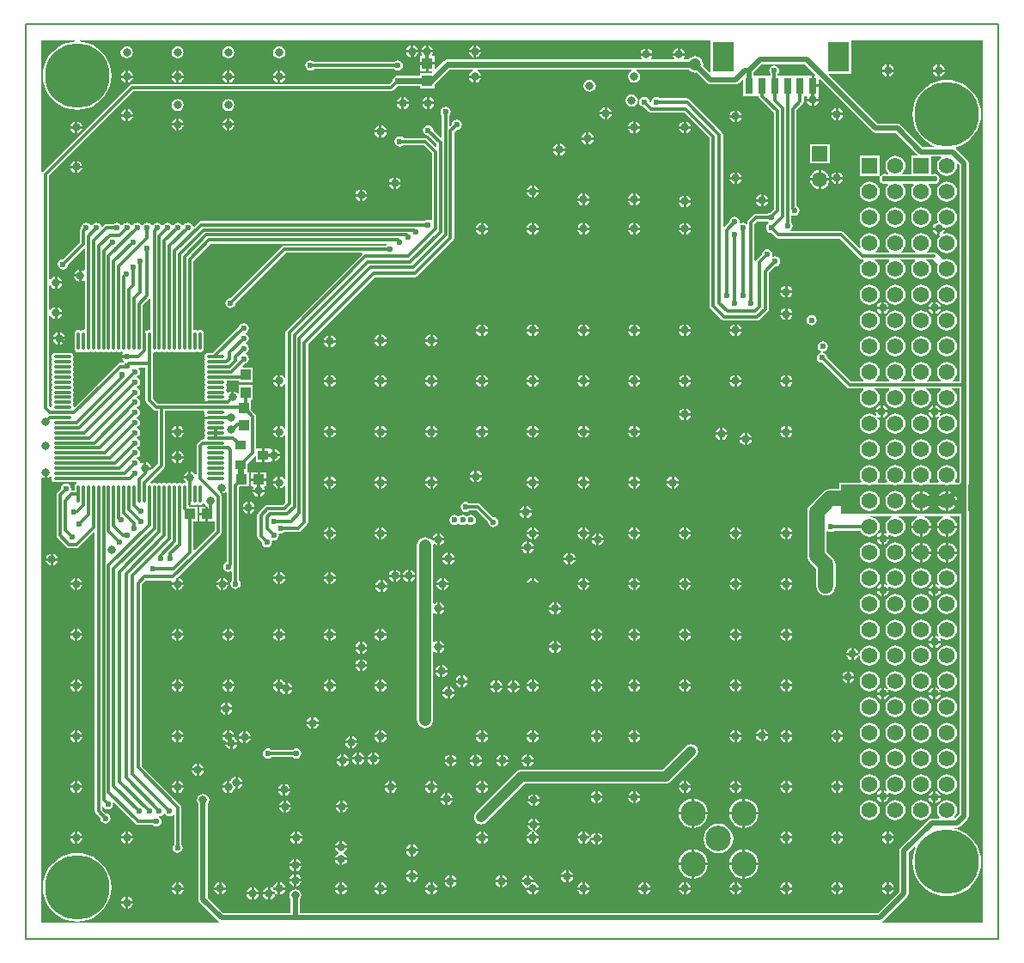
<source format=gbl>
%FSAX24Y24*%
%MOIN*%
G70*
G01*
G75*
G04 Layer_Physical_Order=2*
G04 Layer_Color=16711680*
%ADD10C,0.0394*%
%ADD11C,0.0276*%
%ADD12R,0.0630X0.0709*%
%ADD13R,0.0433X0.0394*%
%ADD14R,0.0394X0.0433*%
%ADD15R,0.0591X0.1457*%
%ADD16R,0.0866X0.0236*%
%ADD17R,0.0866X0.0236*%
%ADD18R,0.0807X0.0532*%
%ADD19R,0.0532X0.0807*%
%ADD20R,0.0709X0.0630*%
%ADD21R,0.1014X0.0748*%
%ADD22R,0.0453X0.0236*%
%ADD23R,0.0650X0.0118*%
%ADD24R,0.0630X0.0118*%
%ADD25R,0.0591X0.0335*%
%ADD26R,0.0335X0.0591*%
%ADD27C,0.1969*%
%ADD28R,0.0315X0.0118*%
%ADD29C,0.0315*%
%ADD30C,0.0197*%
%ADD31C,0.0236*%
%ADD32C,0.0472*%
%ADD33C,0.0118*%
%ADD34C,0.0157*%
%ADD35C,0.0591*%
%ADD36R,0.1378X0.0565*%
%ADD37R,0.0945X0.1024*%
%ADD38R,0.0823X0.0266*%
%ADD39R,0.0866X0.0108*%
%ADD40R,0.0591X0.0630*%
%ADD41R,0.2520X0.2480*%
%ADD42C,0.0010*%
%ADD43C,0.0080*%
%ADD44R,0.0591X0.0591*%
%ADD45C,0.0591*%
%ADD46C,0.0984*%
%ADD47C,0.0620*%
%ADD48R,0.0620X0.0620*%
%ADD49C,0.2500*%
%ADD50C,0.0236*%
%ADD51C,0.0472*%
%ADD52C,0.0315*%
%ADD53R,0.0315X0.0630*%
%ADD54R,0.0827X0.1181*%
%ADD55O,0.0118X0.0709*%
%ADD56O,0.0709X0.0118*%
%ADD57R,0.0394X0.0374*%
%ADD58R,0.3307X0.3307*%
G36*
X044859Y084832D02*
Y083673D01*
X044821Y083641D01*
X044803Y083644D01*
X044749Y083634D01*
X044705Y083604D01*
X044660Y083634D01*
X044656Y083634D01*
Y083209D01*
X044556D01*
Y083635D01*
X044589Y083641D01*
X044550Y083673D01*
Y084587D01*
X044813Y084851D01*
X044859Y084832D01*
D02*
G37*
G36*
X044663Y080906D02*
X044663Y080906D01*
X044663D01*
X044673Y080852D01*
X044704Y080806D01*
X044979Y080531D01*
X045025Y080500D01*
X045079Y080489D01*
X045135D01*
Y078444D01*
X044929Y078238D01*
X044885Y078262D01*
X044877Y078218D01*
X044646D01*
Y078268D01*
X044596D01*
Y078499D01*
X044553Y078490D01*
X044501Y078455D01*
X044484Y078458D01*
X044451Y078472D01*
X044437Y078541D01*
X044394Y078606D01*
X044329Y078650D01*
Y078673D01*
X044394Y078716D01*
X044437Y078781D01*
X044453Y078858D01*
X044437Y078935D01*
X044394Y079000D01*
X044329Y079044D01*
Y079067D01*
X044394Y079110D01*
X044437Y079175D01*
X044453Y079252D01*
X044437Y079329D01*
X044394Y079394D01*
X044329Y079437D01*
Y079460D01*
X044394Y079504D01*
X044437Y079569D01*
X044453Y079646D01*
X044437Y079722D01*
X044394Y079788D01*
X044329Y079831D01*
Y079854D01*
X044394Y079897D01*
X044437Y079963D01*
X044453Y080039D01*
X044437Y080116D01*
X044394Y080181D01*
X044329Y080225D01*
Y080248D01*
X044394Y080291D01*
X044437Y080356D01*
X044453Y080433D01*
X044437Y080510D01*
X044394Y080575D01*
X044329Y080618D01*
Y080641D01*
X044394Y080685D01*
X044437Y080750D01*
X044453Y080827D01*
X044437Y080904D01*
X044394Y080969D01*
X044329Y081012D01*
Y081035D01*
X044394Y081079D01*
X044437Y081144D01*
X044453Y081220D01*
X044437Y081297D01*
X044394Y081362D01*
X044329Y081406D01*
Y081429D01*
X044394Y081472D01*
X044437Y081537D01*
X044453Y081614D01*
X044437Y081691D01*
X044394Y081756D01*
X044329Y081800D01*
Y081822D01*
X044394Y081866D01*
X044437Y081931D01*
X044453Y082008D01*
X044437Y082085D01*
X044394Y082150D01*
X044404Y082182D01*
X044663D01*
Y080906D01*
D02*
G37*
G36*
X046950Y080451D02*
X046946Y080433D01*
X046957Y080379D01*
X046987Y080335D01*
X046957Y080290D01*
X046956Y080286D01*
X047382D01*
Y080186D01*
X046956D01*
X046957Y080182D01*
X046987Y080138D01*
X046957Y080093D01*
X046946Y080039D01*
X046957Y079986D01*
X046987Y079941D01*
X046957Y079896D01*
X046946Y079843D01*
X046957Y079789D01*
X046987Y079744D01*
X046957Y079699D01*
X046946Y079646D01*
X046957Y079592D01*
X046987Y079547D01*
X046957Y079503D01*
X046946Y079449D01*
X046950Y079431D01*
X046918Y079392D01*
X046890D01*
X046836Y079382D01*
X046790Y079351D01*
X046672Y079233D01*
X046642Y079188D01*
X046631Y079134D01*
Y078046D01*
X046583Y078031D01*
X046548Y078084D01*
X046470Y078136D01*
X046428Y078144D01*
Y077913D01*
X046378D01*
Y077863D01*
X046147D01*
X046155Y077821D01*
X046208Y077743D01*
X046208Y077743D01*
X046208D01*
X046210Y077738D01*
X046181Y077700D01*
X046127Y077689D01*
X046083Y077659D01*
X046038Y077689D01*
X045984Y077700D01*
X045930Y077689D01*
X045886Y077659D01*
X045841Y077689D01*
X045787Y077700D01*
X045734Y077689D01*
X045689Y077659D01*
X045644Y077689D01*
X045591Y077700D01*
X045537Y077689D01*
X045492Y077659D01*
X045447Y077689D01*
X045394Y077700D01*
X045340Y077689D01*
X045295Y077659D01*
X045251Y077689D01*
X045197Y077700D01*
X045143Y077689D01*
X045098Y077659D01*
X045054Y077689D01*
X045000Y077700D01*
X044946Y077689D01*
X044902Y077659D01*
X044857Y077689D01*
X044803Y077700D01*
X044798Y077709D01*
X045375Y078286D01*
X045405Y078332D01*
X045416Y078386D01*
X045416Y078386D01*
X045416Y078386D01*
Y078386D01*
Y080489D01*
X046918D01*
X046950Y080451D01*
D02*
G37*
G36*
X070643Y093550D02*
X070624Y093504D01*
X070601D01*
Y093160D01*
X070787D01*
Y093341D01*
X070834Y093360D01*
X072864Y091329D01*
X072923Y091290D01*
X072992Y091276D01*
X073764D01*
X074605Y090435D01*
X074586Y090389D01*
X074367D01*
Y089669D01*
X074041D01*
X074025Y089716D01*
X074033Y089723D01*
X074096Y089804D01*
X074135Y089899D01*
X074148Y090000D01*
X074135Y090101D01*
X074096Y090196D01*
X074033Y090277D01*
X073952Y090340D01*
X073857Y090379D01*
X073756Y090392D01*
X073654Y090379D01*
X073560Y090340D01*
X073479Y090277D01*
X073416Y090196D01*
X073377Y090101D01*
X073364Y090000D01*
X073377Y089899D01*
X073416Y089804D01*
X073479Y089723D01*
X073487Y089716D01*
X073477Y089686D01*
X073429Y089670D01*
X073423Y089674D01*
X073346Y089689D01*
X073270Y089674D01*
X073205Y089630D01*
X073193Y089612D01*
X073190Y089613D01*
D01*
X073145Y089627D01*
Y090389D01*
X072367D01*
Y089611D01*
X073139D01*
D01*
X073159Y089574D01*
X073159Y089574D01*
X073162Y089567D01*
X073161Y089565D01*
X073146Y089488D01*
X073161Y089411D01*
X073205Y089346D01*
X073270Y089303D01*
X073346Y089287D01*
X073423Y089303D01*
X073423D01*
X073445Y089308D01*
X073467Y089263D01*
X073416Y089196D01*
X073377Y089101D01*
X073364Y089000D01*
X073377Y088899D01*
X073416Y088804D01*
X073479Y088723D01*
X073560Y088660D01*
X073654Y088621D01*
X073756Y088608D01*
X073857Y088621D01*
X073952Y088660D01*
X074033Y088723D01*
X074096Y088804D01*
X074135Y088899D01*
X074148Y089000D01*
X074135Y089101D01*
X074096Y089196D01*
X074033Y089277D01*
X074043Y089308D01*
X074445D01*
X074467Y089263D01*
X074416Y089196D01*
X074377Y089101D01*
X074364Y089000D01*
X074377Y088899D01*
X074416Y088804D01*
X074479Y088723D01*
X074560Y088660D01*
X074654Y088621D01*
X074756Y088608D01*
X074857Y088621D01*
X074952Y088660D01*
X075033Y088723D01*
X075096Y088804D01*
X075135Y088899D01*
X075148Y089000D01*
X075135Y089101D01*
X075096Y089196D01*
X075033Y089277D01*
X075043Y089308D01*
X075192D01*
X075199Y089303D01*
X075276Y089287D01*
X075352Y089303D01*
X075418Y089346D01*
X075461Y089411D01*
X075476Y089488D01*
X075461Y089565D01*
X075418Y089630D01*
X075352Y089674D01*
X075276Y089689D01*
X075199Y089674D01*
X075192Y089669D01*
X075145D01*
Y090371D01*
X075522D01*
X075538Y090323D01*
X075479Y090277D01*
X075416Y090196D01*
X075377Y090101D01*
X075364Y090000D01*
X075377Y089899D01*
X075416Y089804D01*
X075479Y089723D01*
X075560Y089660D01*
X075654Y089621D01*
X075756Y089608D01*
X075857Y089621D01*
X075952Y089660D01*
X076033Y089723D01*
X076096Y089804D01*
X076135Y089899D01*
X076148Y090000D01*
X076140Y090061D01*
X076185Y090083D01*
X076237Y090031D01*
Y081637D01*
X075999D01*
X075983Y081684D01*
X076033Y081723D01*
X076096Y081804D01*
X076135Y081899D01*
X076148Y082000D01*
X076135Y082101D01*
X076096Y082196D01*
X076033Y082277D01*
X075952Y082340D01*
X075857Y082379D01*
X075756Y082392D01*
X075654Y082379D01*
X075560Y082340D01*
X075479Y082277D01*
X075416Y082196D01*
X075377Y082101D01*
X075364Y082000D01*
X075377Y081899D01*
X075416Y081804D01*
X075479Y081723D01*
X075529Y081684D01*
X075513Y081637D01*
X074999D01*
X074983Y081684D01*
X075033Y081723D01*
X075096Y081804D01*
X075135Y081899D01*
X075148Y082000D01*
X075135Y082101D01*
X075096Y082196D01*
X075033Y082277D01*
X074952Y082340D01*
X074857Y082379D01*
X074756Y082392D01*
X074654Y082379D01*
X074560Y082340D01*
X074479Y082277D01*
X074416Y082196D01*
X074377Y082101D01*
X074364Y082000D01*
X074377Y081899D01*
X074416Y081804D01*
X074479Y081723D01*
X074529Y081684D01*
X074513Y081637D01*
X073999D01*
X073983Y081684D01*
X074033Y081723D01*
X074096Y081804D01*
X074135Y081899D01*
X074148Y082000D01*
X074135Y082101D01*
X074096Y082196D01*
X074033Y082277D01*
X073952Y082340D01*
X073857Y082379D01*
X073756Y082392D01*
X073654Y082379D01*
X073560Y082340D01*
X073479Y082277D01*
X073416Y082196D01*
X073377Y082101D01*
X073364Y082000D01*
X073377Y081899D01*
X073416Y081804D01*
X073479Y081723D01*
X073529Y081684D01*
X073513Y081637D01*
X072999D01*
X072983Y081684D01*
X073033Y081723D01*
X073096Y081804D01*
X073135Y081899D01*
X073148Y082000D01*
X073135Y082101D01*
X073096Y082196D01*
X073033Y082277D01*
X072952Y082340D01*
X072857Y082379D01*
X072756Y082392D01*
X072654Y082379D01*
X072560Y082340D01*
X072479Y082277D01*
X072416Y082196D01*
X072377Y082101D01*
X072364Y082000D01*
X072377Y081899D01*
X072416Y081804D01*
X072479Y081723D01*
X072529Y081684D01*
X072513Y081637D01*
X072027D01*
X071106Y082557D01*
X071106Y082559D01*
X071091Y082636D01*
X071047Y082701D01*
X070982Y082744D01*
X070937Y082753D01*
X070945Y082791D01*
X071022Y082807D01*
X071087Y082850D01*
X071130Y082915D01*
X071146Y082992D01*
X071130Y083069D01*
X071087Y083134D01*
X071022Y083178D01*
X070945Y083193D01*
X070868Y083178D01*
X070803Y083134D01*
X070759Y083069D01*
X070744Y082992D01*
X070759Y082915D01*
X070803Y082850D01*
X070868Y082807D01*
X070879Y082805D01*
Y082755D01*
X070829Y082744D01*
X070764Y082701D01*
X070720Y082636D01*
X070705Y082559D01*
X070720Y082482D01*
X070764Y082417D01*
X070829Y082374D01*
X070906Y082358D01*
X070907Y082359D01*
X071869Y081397D01*
X071915Y081366D01*
X071968Y081356D01*
X072503D01*
X072519Y081308D01*
X072479Y081277D01*
X072416Y081196D01*
X072377Y081101D01*
X072364Y081000D01*
X072377Y080899D01*
X072416Y080804D01*
X072479Y080723D01*
X072560Y080660D01*
X072654Y080621D01*
X072756Y080608D01*
X072857Y080621D01*
X072952Y080660D01*
X073033Y080723D01*
X073096Y080804D01*
X073135Y080899D01*
X073148Y081000D01*
X073135Y081101D01*
X073096Y081196D01*
X073033Y081277D01*
X072952Y081340D01*
X072955Y081356D01*
X073503D01*
X073519Y081308D01*
X073479Y081277D01*
X073416Y081196D01*
X073377Y081101D01*
X073364Y081000D01*
X073377Y080899D01*
X073416Y080804D01*
X073479Y080723D01*
X073560Y080660D01*
X073654Y080621D01*
X073756Y080608D01*
X073857Y080621D01*
X073952Y080660D01*
X074033Y080723D01*
X074096Y080804D01*
X074135Y080899D01*
X074148Y081000D01*
X074135Y081101D01*
X074096Y081196D01*
X074033Y081277D01*
X073952Y081340D01*
X073955Y081356D01*
X074503D01*
X074519Y081308D01*
X074479Y081277D01*
X074416Y081196D01*
X074377Y081101D01*
X074364Y081000D01*
X074377Y080899D01*
X074416Y080804D01*
X074479Y080723D01*
X074560Y080660D01*
X074654Y080621D01*
X074756Y080608D01*
X074857Y080621D01*
X074952Y080660D01*
X075033Y080723D01*
X075096Y080804D01*
X075135Y080899D01*
X075148Y081000D01*
X075135Y081101D01*
X075096Y081196D01*
X075033Y081277D01*
X074952Y081340D01*
X074955Y081356D01*
X075503D01*
X075519Y081308D01*
X075479Y081277D01*
X075416Y081196D01*
X075377Y081101D01*
X075364Y081000D01*
X075377Y080899D01*
X075416Y080804D01*
X075479Y080723D01*
X075560Y080660D01*
X075654Y080621D01*
X075756Y080608D01*
X075857Y080621D01*
X075952Y080660D01*
X076033Y080723D01*
X076096Y080804D01*
X076135Y080899D01*
X076148Y081000D01*
X076135Y081101D01*
X076096Y081196D01*
X076033Y081277D01*
X075952Y081340D01*
X075955Y081356D01*
X076237D01*
Y077752D01*
X076203Y077718D01*
X076086D01*
X076064Y077763D01*
X076096Y077804D01*
X076135Y077899D01*
X076148Y078000D01*
X076135Y078101D01*
X076096Y078196D01*
X076033Y078277D01*
X075952Y078340D01*
X075857Y078379D01*
X075756Y078392D01*
X075654Y078379D01*
X075560Y078340D01*
X075479Y078277D01*
X075416Y078196D01*
X075377Y078101D01*
X075364Y078000D01*
X075377Y077899D01*
X075416Y077804D01*
X075448Y077763D01*
X075426Y077718D01*
X075086D01*
X075064Y077763D01*
X075096Y077804D01*
X075135Y077899D01*
X075148Y078000D01*
X075135Y078101D01*
X075096Y078196D01*
X075033Y078277D01*
X074952Y078340D01*
X074857Y078379D01*
X074756Y078392D01*
X074654Y078379D01*
X074560Y078340D01*
X074479Y078277D01*
X074416Y078196D01*
X074377Y078101D01*
X074364Y078000D01*
X074377Y077899D01*
X074416Y077804D01*
X074448Y077763D01*
X074426Y077718D01*
X074086D01*
X074064Y077763D01*
X074096Y077804D01*
X074135Y077899D01*
X074148Y078000D01*
X074135Y078101D01*
X074096Y078196D01*
X074033Y078277D01*
X073952Y078340D01*
X073857Y078379D01*
X073756Y078392D01*
X073654Y078379D01*
X073560Y078340D01*
X073479Y078277D01*
X073416Y078196D01*
X073377Y078101D01*
X073364Y078000D01*
X073377Y077899D01*
X073416Y077804D01*
X073448Y077763D01*
X073426Y077718D01*
X073086D01*
X073064Y077763D01*
X073096Y077804D01*
X073135Y077899D01*
X073148Y078000D01*
X073135Y078101D01*
X073096Y078196D01*
X073033Y078277D01*
X072952Y078340D01*
X072857Y078379D01*
X072756Y078392D01*
X072654Y078379D01*
X072560Y078340D01*
X072479Y078277D01*
X072416Y078196D01*
X072377Y078101D01*
X072364Y078000D01*
X072377Y077899D01*
X072416Y077804D01*
X072448Y077763D01*
X072426Y077718D01*
X071654D01*
X071623Y077712D01*
X071597Y077695D01*
X071579Y077669D01*
X071573Y077638D01*
Y077464D01*
X071220D01*
X071123Y077451D01*
X071032Y077413D01*
X070954Y077353D01*
X070442Y076842D01*
X070382Y076763D01*
X070344Y076672D01*
X070331Y076575D01*
Y074882D01*
X070344Y074784D01*
X070382Y074693D01*
X070442Y074615D01*
X070686Y074371D01*
Y073701D01*
X070699Y073603D01*
X070736Y073512D01*
X070796Y073434D01*
X070874Y073374D01*
X070965Y073336D01*
X071063Y073324D01*
X071161Y073336D01*
X071252Y073374D01*
X071330Y073434D01*
X071390Y073512D01*
X071427Y073603D01*
X071440Y073701D01*
Y074528D01*
X071427Y074625D01*
X071390Y074716D01*
X071330Y074794D01*
X071086Y075038D01*
Y075815D01*
X071130Y075838D01*
X071183Y075803D01*
X071260Y075787D01*
X071337Y075803D01*
X071402Y075846D01*
X071403Y075848D01*
X072398D01*
X072416Y075804D01*
X072479Y075723D01*
X072560Y075660D01*
X072654Y075621D01*
X072756Y075608D01*
X072857Y075621D01*
X072952Y075660D01*
X073033Y075723D01*
X073096Y075804D01*
X073135Y075899D01*
X073148Y076000D01*
X073135Y076101D01*
X073096Y076196D01*
X073033Y076277D01*
X072952Y076340D01*
X072857Y076379D01*
X072756Y076392D01*
X072780Y076416D01*
X073616D01*
X073625Y076367D01*
X073560Y076340D01*
X073479Y076277D01*
X073416Y076196D01*
X073377Y076101D01*
X073364Y076000D01*
X073377Y075899D01*
X073416Y075804D01*
X073430Y075786D01*
X073396Y075750D01*
X073360Y075774D01*
X073318Y075782D01*
Y075601D01*
X073499D01*
X073490Y075643D01*
X073479Y075660D01*
X073515Y075695D01*
X073560Y075660D01*
X073654Y075621D01*
X073756Y075608D01*
X073857Y075621D01*
X073952Y075660D01*
X074033Y075723D01*
X074096Y075804D01*
X074135Y075899D01*
X074148Y076000D01*
X074135Y076101D01*
X074096Y076196D01*
X074033Y076277D01*
X073952Y076340D01*
X073886Y076367D01*
X073896Y076416D01*
X074616D01*
X074625Y076367D01*
X074560Y076340D01*
X074479Y076277D01*
X074416Y076196D01*
X074377Y076101D01*
X074370Y076050D01*
X075141D01*
X075135Y076101D01*
X075096Y076196D01*
X075033Y076277D01*
X074952Y076340D01*
X074886Y076367D01*
X074896Y076416D01*
X075616D01*
X075625Y076367D01*
X075560Y076340D01*
X075479Y076277D01*
X075416Y076196D01*
X075377Y076101D01*
X075370Y076050D01*
X076141D01*
X076135Y076101D01*
X076096Y076196D01*
X076033Y076277D01*
X075952Y076340D01*
X075886Y076367D01*
X075896Y076416D01*
X076237D01*
Y066220D01*
X076237Y066220D01*
X076237D01*
Y064839D01*
X076095Y064697D01*
X076045Y064705D01*
X076035Y064725D01*
X076096Y064804D01*
X076135Y064899D01*
X076148Y065000D01*
X076135Y065101D01*
X076096Y065196D01*
X076033Y065277D01*
X075952Y065340D01*
X075857Y065379D01*
X075756Y065392D01*
X075654Y065379D01*
X075560Y065340D01*
X075479Y065277D01*
X075416Y065196D01*
X075377Y065101D01*
X075364Y065000D01*
X075377Y064899D01*
X075416Y064804D01*
X075477Y064725D01*
X075454Y064681D01*
X075169D01*
X075100Y064667D01*
X075042Y064628D01*
X073967Y063553D01*
X073928Y063494D01*
X073914Y063425D01*
Y061846D01*
X073075Y061007D01*
X050653D01*
Y061538D01*
X050695Y061601D01*
X050713Y061693D01*
X050695Y061785D01*
X050643Y061863D01*
X050565Y061915D01*
X050472Y061934D01*
X050380Y061915D01*
X050302Y061863D01*
X050250Y061785D01*
X050232Y061693D01*
X050250Y061601D01*
X050292Y061538D01*
Y061007D01*
X047673D01*
X047070Y061610D01*
Y065239D01*
X047112Y065302D01*
X047131Y065394D01*
X047112Y065486D01*
X047060Y065564D01*
X046982Y065616D01*
X046890Y065635D01*
X046798Y065616D01*
X046719Y065564D01*
X046667Y065486D01*
X046649Y065394D01*
X046667Y065302D01*
X046709Y065239D01*
Y061535D01*
X046709Y061535D01*
X046709D01*
X046723Y061466D01*
X046762Y061408D01*
X047471Y060699D01*
X047516Y060669D01*
X047501Y060621D01*
X040621D01*
Y077884D01*
X040665Y077908D01*
X040695Y077888D01*
X040737Y077879D01*
Y078110D01*
X040837D01*
Y077879D01*
X040880Y077888D01*
X040958Y077940D01*
X040986Y077982D01*
X040995Y077982D01*
X041018Y077938D01*
X041012Y077928D01*
X041001Y077874D01*
X041012Y077820D01*
X041042Y077775D01*
X041088Y077744D01*
X041142Y077734D01*
X041974D01*
X041989Y077686D01*
X041948Y077658D01*
X041917Y077613D01*
X041907Y077559D01*
Y077404D01*
X041800D01*
X041768Y077443D01*
X041775Y077480D01*
X041760Y077557D01*
X041717Y077622D01*
X041652Y077666D01*
X041575Y077681D01*
X041498Y077666D01*
X041433Y077622D01*
X041389Y077557D01*
X041374Y077480D01*
X041374Y077479D01*
X041239Y077343D01*
X041209Y077298D01*
X041198Y077244D01*
Y075669D01*
X041198Y075669D01*
X041198D01*
X041209Y075616D01*
X041239Y075570D01*
X041594Y075216D01*
X041639Y075185D01*
X041693Y075174D01*
X041968D01*
X042022Y075185D01*
X042068Y075216D01*
X042648Y075796D01*
X042694Y075777D01*
Y064961D01*
X042694Y064961D01*
X042694D01*
X042705Y064907D01*
X042735Y064861D01*
X042910Y064687D01*
X042910Y064685D01*
X042925Y064608D01*
X042968Y064543D01*
X043033Y064500D01*
X043110Y064484D01*
X043187Y064500D01*
X043252Y064543D01*
X043296Y064608D01*
X043311Y064685D01*
X043296Y064762D01*
X043252Y064827D01*
X043187Y064870D01*
X043110Y064886D01*
X043109Y064885D01*
X042975Y065019D01*
Y065123D01*
X043023Y065137D01*
X043061Y065080D01*
X043126Y065037D01*
X043203Y065022D01*
X043280Y065037D01*
X043345Y065080D01*
X043388Y065146D01*
X043404Y065222D01*
X043392Y065278D01*
X043437Y065302D01*
X044271Y064468D01*
X044271D01*
X044271Y064468D01*
X044271Y064468D01*
Y064468D01*
X044316Y064437D01*
X044370Y064426D01*
X044936D01*
X044937Y064425D01*
X045002Y064381D01*
X045079Y064366D01*
X045156Y064381D01*
X045221Y064425D01*
X045264Y064490D01*
X045279Y064567D01*
X045264Y064644D01*
X045221Y064709D01*
X045191Y064729D01*
X045197Y064760D01*
X045274Y064775D01*
X045339Y064819D01*
X045369Y064864D01*
X045419D01*
X045449Y064819D01*
X045514Y064775D01*
X045591Y064760D01*
X045667Y064775D01*
X045721Y064811D01*
X045765Y064787D01*
Y063686D01*
X045764Y063685D01*
X045720Y063620D01*
X045705Y063543D01*
X045720Y063467D01*
X045764Y063401D01*
X045829Y063358D01*
X045906Y063343D01*
X045982Y063358D01*
X046047Y063401D01*
X046091Y063467D01*
X046106Y063543D01*
X046091Y063620D01*
X046047Y063685D01*
X046046Y063686D01*
Y065118D01*
X046035Y065172D01*
X046005Y065217D01*
X044511Y066712D01*
Y073761D01*
X044664Y073915D01*
X045660D01*
X045683Y073872D01*
X045675Y073830D01*
X045856D01*
Y073988D01*
X045883Y074016D01*
X045905Y074020D01*
X045899Y074032D01*
X046581Y074714D01*
X047580Y075713D01*
X047610Y075758D01*
X047621Y075812D01*
Y077165D01*
X047610Y077219D01*
X047592Y077246D01*
X047598Y077279D01*
X047557Y077287D01*
X047548Y077296D01*
Y077520D01*
X047648D01*
Y077289D01*
X047691Y077297D01*
X047768Y077349D01*
X047812Y077325D01*
Y074637D01*
X047797Y074634D01*
X047732Y074591D01*
X047689Y074526D01*
X047673Y074449D01*
X047689Y074372D01*
X047732Y074307D01*
X047797Y074263D01*
X047874Y074248D01*
X047951Y074263D01*
X047965Y074273D01*
X048009Y074249D01*
Y073922D01*
X048008Y073921D01*
X047964Y073856D01*
X047949Y073780D01*
X047964Y073703D01*
X048008Y073638D01*
X048073Y073594D01*
X048150Y073579D01*
X048226Y073594D01*
X048292Y073638D01*
X048335Y073703D01*
X048350Y073780D01*
X048335Y073856D01*
X048292Y073921D01*
X048290Y073922D01*
Y077540D01*
X048309Y077559D01*
X048681D01*
Y078110D01*
X048612D01*
Y078140D01*
X048612D01*
Y078453D01*
X048901Y078741D01*
X048947Y078722D01*
Y078514D01*
X049172D01*
Y078779D01*
Y079045D01*
X048959D01*
Y080276D01*
X048949Y080329D01*
X048918Y080375D01*
X048740Y080553D01*
Y080886D01*
X048740D01*
Y080890D01*
X048776Y080925D01*
X048819D01*
Y081516D01*
X048268D01*
Y081181D01*
X048220Y081167D01*
X048202Y081194D01*
X048124Y081246D01*
X048081Y081255D01*
Y081024D01*
X047982D01*
Y081255D01*
X047939Y081246D01*
X047861Y081194D01*
X047861Y081194D01*
Y081194D01*
X047856Y081191D01*
X047818Y081220D01*
X047807Y081274D01*
X047777Y081319D01*
X047807Y081364D01*
X047818Y081417D01*
X047807Y081471D01*
X047777Y081516D01*
X047807Y081560D01*
X047818Y081614D01*
X047807Y081668D01*
X047808Y081671D01*
X048268D01*
Y081594D01*
X048819D01*
Y082185D01*
X048438D01*
X048419Y082231D01*
X048512Y082324D01*
X048515Y082329D01*
X048541Y082334D01*
X048606Y082378D01*
X048650Y082443D01*
X048665Y082520D01*
X048650Y082596D01*
X048606Y082662D01*
X048541Y082705D01*
Y082728D01*
X048606Y082771D01*
X048650Y082837D01*
X048665Y082913D01*
X048650Y082990D01*
X048606Y083055D01*
X048541Y083099D01*
Y083122D01*
X048606Y083165D01*
X048650Y083230D01*
X048665Y083307D01*
X048650Y083384D01*
X048606Y083449D01*
X048541Y083493D01*
Y083515D01*
X048606Y083559D01*
X048650Y083624D01*
X048665Y083701D01*
X048650Y083778D01*
X048606Y083843D01*
X048541Y083886D01*
X048465Y083901D01*
X048388Y083886D01*
X048323Y083843D01*
X048279Y083778D01*
X048273Y083747D01*
X047283Y082757D01*
X047272Y082740D01*
X047271Y082739D01*
X047087D01*
X047033Y082728D01*
X046987Y082698D01*
X046957Y082652D01*
X046946Y082598D01*
X046957Y082545D01*
X046987Y082500D01*
X046957Y082455D01*
X046946Y082402D01*
X046957Y082348D01*
X046987Y082303D01*
X046957Y082258D01*
X046946Y082205D01*
X046957Y082151D01*
X046987Y082106D01*
X046957Y082062D01*
X046946Y082008D01*
X046957Y081954D01*
X046987Y081909D01*
X046957Y081865D01*
X046946Y081811D01*
X046957Y081757D01*
X046987Y081713D01*
X046957Y081668D01*
X046946Y081614D01*
X046957Y081560D01*
X046987Y081516D01*
X046957Y081471D01*
X046946Y081417D01*
X046957Y081364D01*
X046987Y081319D01*
X046957Y081274D01*
X046946Y081220D01*
X046957Y081167D01*
X046987Y081122D01*
X046957Y081077D01*
X046946Y081024D01*
X046957Y080970D01*
X046987Y080925D01*
X046957Y080881D01*
X046956Y080877D01*
X047382D01*
Y080777D01*
X046956D01*
X046950Y080809D01*
X046918Y080770D01*
X045137D01*
X044944Y080964D01*
Y082323D01*
X044944Y082323D01*
X044944Y082323D01*
Y082323D01*
Y082745D01*
X044982Y082776D01*
X045000Y082773D01*
X045054Y082784D01*
X045098Y082813D01*
X045143Y082784D01*
X045197Y082773D01*
X045251Y082784D01*
X045295Y082813D01*
X045340Y082784D01*
X045394Y082773D01*
X045447Y082784D01*
X045492Y082813D01*
X045537Y082784D01*
X045591Y082773D01*
X045644Y082784D01*
X045689Y082813D01*
X045734Y082784D01*
X045787Y082773D01*
X045841Y082784D01*
X045886Y082813D01*
X045930Y082784D01*
X045984Y082773D01*
X046038Y082784D01*
X046083Y082813D01*
X046127Y082784D01*
X046181Y082773D01*
X046235Y082784D01*
X046280Y082813D01*
X046324Y082784D01*
X046378Y082773D01*
X046432Y082784D01*
X046476Y082813D01*
X046521Y082784D01*
X046575Y082773D01*
X046629Y082784D01*
X046673Y082813D01*
X046718Y082784D01*
X046772Y082773D01*
X046825Y082784D01*
X046871Y082814D01*
X046901Y082860D01*
X046912Y082913D01*
Y083504D01*
X046901Y083558D01*
X046871Y083603D01*
X046825Y083634D01*
X046772Y083644D01*
X046718Y083634D01*
X046673Y083604D01*
X046629Y083634D01*
X046575Y083644D01*
X046557Y083641D01*
X046518Y083673D01*
Y086320D01*
X047184Y086985D01*
X054013D01*
X054028Y086938D01*
X053992Y086914D01*
X053991Y086912D01*
X050049D01*
X049995Y086901D01*
X049950Y086871D01*
X047954Y084876D01*
X047953Y084876D01*
X047876Y084861D01*
X047811Y084817D01*
X047767Y084752D01*
X047752Y084675D01*
X047767Y084598D01*
X047811Y084533D01*
X047876Y084490D01*
X047953Y084474D01*
X048030Y084490D01*
X048095Y084533D01*
X048138Y084598D01*
X048153Y084675D01*
X048153Y084677D01*
X050107Y086631D01*
X053053D01*
X053072Y086585D01*
X050137Y083650D01*
X050106Y083604D01*
X050096Y083551D01*
Y081890D01*
Y081786D01*
X050048Y081771D01*
X050013Y081824D01*
X049935Y081876D01*
X049893Y081884D01*
Y081653D01*
Y081423D01*
X049935Y081431D01*
X050013Y081483D01*
X050048Y081536D01*
X050096Y081521D01*
Y079817D01*
X050048Y079803D01*
X050013Y079855D01*
X049935Y079908D01*
X049893Y079916D01*
Y079685D01*
Y079454D01*
X049935Y079463D01*
X050013Y079515D01*
X050048Y079567D01*
X050096Y079553D01*
Y077849D01*
X050048Y077834D01*
X050013Y077887D01*
X049935Y077939D01*
X049893Y077947D01*
Y077716D01*
Y077486D01*
X049935Y077494D01*
X050013Y077546D01*
X050048Y077599D01*
X050096Y077584D01*
Y076948D01*
X049981Y076833D01*
X049385D01*
X049331Y076823D01*
X049285Y076792D01*
X049035Y076541D01*
X049004Y076496D01*
X048993Y076442D01*
Y075630D01*
X049004Y075576D01*
X049035Y075531D01*
X049170Y075395D01*
X049169Y075394D01*
X049185Y075317D01*
X049228Y075252D01*
X049293Y075208D01*
X049370Y075193D01*
X049447Y075208D01*
X049512Y075252D01*
X049556Y075317D01*
X049571Y075394D01*
X049561Y075441D01*
X049597Y075477D01*
X049638Y075469D01*
X049715Y075484D01*
X049780Y075527D01*
X049823Y075592D01*
X049839Y075669D01*
X049829Y075720D01*
X049864Y075756D01*
X049921Y075744D01*
X049998Y075759D01*
X050063Y075803D01*
X050064Y075804D01*
X050591D01*
X050644Y075815D01*
X050690Y075846D01*
X050690Y075846D01*
X050690Y075846D01*
X050926Y076082D01*
X050926Y076082D01*
X050957Y076127D01*
X050967Y076181D01*
Y081535D01*
X050967Y081535D01*
X050967Y081535D01*
Y081535D01*
Y083091D01*
X053562Y085686D01*
X055118D01*
X055172Y085697D01*
X055217Y085727D01*
X056595Y087105D01*
X056626Y087151D01*
X056637Y087205D01*
X056637Y087205D01*
X056637Y087205D01*
Y087205D01*
Y091300D01*
X056731Y091394D01*
X056732Y091394D01*
X056809Y091409D01*
X056874Y091453D01*
X056918Y091518D01*
X056933Y091594D01*
X056918Y091671D01*
X056874Y091736D01*
X056809Y091780D01*
X056732Y091795D01*
X056655Y091780D01*
X056590Y091736D01*
X056547Y091671D01*
X056532Y091594D01*
X056532Y091593D01*
X056486Y091547D01*
X056440Y091566D01*
Y091944D01*
X056441Y091945D01*
X056485Y092010D01*
X056500Y092087D01*
X056485Y092163D01*
X056441Y092229D01*
X056376Y092272D01*
X056299Y092287D01*
X056222Y092272D01*
X056157Y092229D01*
X056114Y092163D01*
X056099Y092087D01*
X056114Y092010D01*
X056157Y091945D01*
X056159Y091944D01*
Y091113D01*
X056113Y091094D01*
X055830Y091376D01*
X055831Y091378D01*
X055815Y091455D01*
X055772Y091520D01*
X055707Y091563D01*
X055630Y091579D01*
X055553Y091563D01*
X055488Y091520D01*
X055444Y091455D01*
X055429Y091378D01*
X055444Y091301D01*
X055488Y091236D01*
X055553Y091193D01*
X055630Y091177D01*
X055632Y091178D01*
X055962Y090847D01*
Y090759D01*
X055916Y090740D01*
X055611Y091044D01*
X055566Y091075D01*
X055512Y091085D01*
X054670D01*
X054669Y091087D01*
X054604Y091130D01*
X054528Y091146D01*
X054451Y091130D01*
X054386Y091087D01*
X054342Y091022D01*
X054327Y090945D01*
X054342Y090868D01*
X054386Y090803D01*
X054451Y090759D01*
X054528Y090744D01*
X054604Y090759D01*
X054669Y090803D01*
X054670Y090804D01*
X055454D01*
X055765Y090493D01*
Y087916D01*
X055721Y087892D01*
X055707Y087902D01*
X055630Y087917D01*
X055553Y087902D01*
X055488Y087858D01*
X055487Y087857D01*
X046811D01*
X046757Y087846D01*
X046712Y087816D01*
X046536Y087641D01*
X046489Y087655D01*
X046485Y087675D01*
X046441Y087740D01*
X046376Y087784D01*
X046299Y087799D01*
X046222Y087784D01*
X046157Y087740D01*
X046127Y087696D01*
X046077D01*
X046047Y087740D01*
X045982Y087784D01*
X045906Y087799D01*
X045829Y087784D01*
X045764Y087740D01*
X045734Y087696D01*
X045684D01*
X045654Y087740D01*
X045589Y087784D01*
X045512Y087799D01*
X045435Y087784D01*
X045370Y087740D01*
X045340Y087696D01*
X045290D01*
X045260Y087740D01*
X045195Y087784D01*
X045118Y087799D01*
X045041Y087784D01*
X044976Y087740D01*
X044946Y087696D01*
X044896D01*
X044866Y087740D01*
X044801Y087784D01*
X044724Y087799D01*
X044648Y087784D01*
X044582Y087740D01*
X044553Y087696D01*
X044503D01*
X044473Y087740D01*
X044408Y087784D01*
X044331Y087799D01*
X044254Y087784D01*
X044189Y087740D01*
X044159Y087696D01*
X044109D01*
X044079Y087740D01*
X044014Y087784D01*
X043937Y087799D01*
X043860Y087784D01*
X043795Y087740D01*
X043765Y087696D01*
X043715D01*
X043685Y087740D01*
X043620Y087784D01*
X043543Y087799D01*
X043467Y087784D01*
X043401Y087740D01*
X043400Y087739D01*
X043150D01*
X043096Y087728D01*
X043050Y087698D01*
X042993Y087641D01*
X042945Y087655D01*
X042941Y087675D01*
X042898Y087740D01*
X042833Y087784D01*
X042756Y087799D01*
X042679Y087784D01*
X042614Y087740D01*
X042584Y087696D01*
X042534D01*
X042504Y087740D01*
X042439Y087784D01*
X042362Y087799D01*
X042285Y087784D01*
X042220Y087740D01*
X042177Y087675D01*
X042161Y087598D01*
X042162Y087597D01*
X042142Y087577D01*
X042112Y087532D01*
X042101Y087478D01*
Y087024D01*
X041458Y086381D01*
X041457Y086382D01*
X041380Y086367D01*
X041315Y086323D01*
X041271Y086258D01*
X041256Y086181D01*
X041271Y086104D01*
X041315Y086039D01*
X041380Y085996D01*
X041457Y085980D01*
X041533Y085996D01*
X041599Y086039D01*
X041642Y086104D01*
X041657Y086181D01*
X041657Y086183D01*
X042254Y086780D01*
X042300Y086761D01*
Y085969D01*
X042256Y085945D01*
X042218Y085971D01*
X042176Y085979D01*
Y085748D01*
Y085517D01*
X042218Y085526D01*
X042256Y085551D01*
X042300Y085527D01*
Y083673D01*
X042262Y083641D01*
X042244Y083644D01*
X042190Y083634D01*
X042146Y083604D01*
X042101Y083634D01*
X042047Y083644D01*
X041993Y083634D01*
X041948Y083603D01*
X041917Y083558D01*
X041907Y083504D01*
Y082913D01*
X041917Y082860D01*
X041948Y082814D01*
X041993Y082784D01*
X042047Y082773D01*
X042101Y082784D01*
X042146Y082813D01*
X042190Y082784D01*
X042244Y082773D01*
X042298Y082784D01*
X042343Y082813D01*
X042387Y082784D01*
X042441Y082773D01*
X042495Y082784D01*
X042539Y082813D01*
X042584Y082784D01*
X042638Y082773D01*
X042692Y082784D01*
X042736Y082813D01*
X042781Y082784D01*
X042835Y082773D01*
X042888Y082784D01*
X042933Y082813D01*
X042978Y082784D01*
X043031Y082773D01*
X043085Y082784D01*
X043130Y082813D01*
X043175Y082784D01*
X043228Y082773D01*
X043282Y082784D01*
X043327Y082813D01*
X043371Y082784D01*
X043425Y082773D01*
X043479Y082784D01*
X043524Y082813D01*
X043568Y082784D01*
X043622Y082773D01*
X043676Y082784D01*
X043720Y082813D01*
X043765Y082784D01*
X043766Y082783D01*
X043782Y082760D01*
X043792Y082736D01*
X043752Y082675D01*
X043746Y082648D01*
X043937D01*
Y082548D01*
X043746D01*
X043752Y082522D01*
X043795Y082457D01*
X043810Y082446D01*
Y082396D01*
X043795Y082386D01*
X043774Y082355D01*
X043679D01*
X043625Y082344D01*
X043579Y082314D01*
X042932Y081667D01*
X041914Y080649D01*
X041866Y080663D01*
X041862Y080684D01*
X041832Y080728D01*
X041862Y080773D01*
X041873Y080827D01*
X041862Y080881D01*
X041832Y080925D01*
X041862Y080970D01*
X041873Y081024D01*
X041862Y081077D01*
X041832Y081122D01*
X041862Y081167D01*
X041873Y081220D01*
X041862Y081274D01*
X041832Y081319D01*
X041862Y081364D01*
X041873Y081417D01*
X041862Y081471D01*
X041832Y081516D01*
X041862Y081560D01*
X041873Y081614D01*
X041862Y081668D01*
X041832Y081713D01*
X041862Y081757D01*
X041873Y081811D01*
X041862Y081865D01*
X041832Y081909D01*
X041862Y081954D01*
X041873Y082008D01*
X041862Y082062D01*
X041832Y082106D01*
X041862Y082151D01*
X041873Y082205D01*
X041862Y082258D01*
X041832Y082303D01*
X041862Y082348D01*
X041873Y082402D01*
X041862Y082455D01*
X041832Y082500D01*
X041862Y082545D01*
X041873Y082598D01*
X041862Y082652D01*
X041832Y082698D01*
X041786Y082728D01*
X041732Y082739D01*
X041142D01*
X041088Y082728D01*
X041042Y082698D01*
X041012Y082652D01*
X041001Y082598D01*
X041012Y082545D01*
X041042Y082500D01*
X041012Y082455D01*
X041001Y082402D01*
X041012Y082348D01*
X041042Y082303D01*
X041012Y082258D01*
X041001Y082205D01*
X041012Y082151D01*
X041042Y082106D01*
X041012Y082062D01*
X041001Y082008D01*
X041012Y081954D01*
X041042Y081909D01*
X041012Y081865D01*
X041001Y081811D01*
X041012Y081757D01*
X041042Y081713D01*
X041012Y081668D01*
X041001Y081614D01*
X041012Y081560D01*
X041042Y081516D01*
X041012Y081471D01*
X041001Y081417D01*
X041012Y081364D01*
X041042Y081319D01*
X041012Y081274D01*
X041001Y081220D01*
X041012Y081167D01*
X041042Y081122D01*
X041012Y081077D01*
X041001Y081024D01*
X041012Y080970D01*
X041042Y080925D01*
X041012Y080881D01*
X041001Y080827D01*
X041012Y080773D01*
X041042Y080728D01*
X041012Y080684D01*
X041003Y080636D01*
X040968Y080626D01*
X040928Y080656D01*
Y084159D01*
X040976Y084173D01*
X041011Y084121D01*
X041089Y084069D01*
X041131Y084060D01*
Y084291D01*
Y084522D01*
X041089Y084514D01*
X041011Y084462D01*
X040976Y084409D01*
X040928Y084424D01*
Y085340D01*
X040976Y085355D01*
X041011Y085302D01*
X041089Y085250D01*
X041131Y085242D01*
Y085472D01*
Y085703D01*
X041089Y085695D01*
X041011Y085643D01*
X040976Y085590D01*
X040928Y085605D01*
Y089627D01*
X044192Y092891D01*
X054173D01*
X054227Y092902D01*
X054273Y092932D01*
X054273Y092932D01*
X054273Y092932D01*
X054447Y093107D01*
X054449Y093106D01*
X055315D01*
Y093012D01*
X055866D01*
Y093149D01*
X055890Y093165D01*
X056461Y093736D01*
X057339D01*
X057349Y093687D01*
X057271Y093635D01*
X057218Y093557D01*
X057210Y093515D01*
X057672D01*
X057663Y093557D01*
X057611Y093635D01*
X057533Y093687D01*
X057543Y093736D01*
X063520D01*
X063530Y093687D01*
X063452Y093635D01*
X063400Y093557D01*
X063381Y093465D01*
X063400Y093372D01*
X063452Y093294D01*
X063530Y093242D01*
X063622Y093224D01*
X063714Y093242D01*
X063792Y093294D01*
X063845Y093372D01*
X063863Y093465D01*
X063845Y093557D01*
X063792Y093635D01*
X063714Y093687D01*
X063724Y093736D01*
X065741D01*
X065760Y093712D01*
X065825Y093662D01*
X065902Y093630D01*
X065984Y093619D01*
X066039Y093627D01*
X066447Y093219D01*
X066506Y093180D01*
X066575Y093166D01*
X067559D01*
X067628Y093180D01*
X067687Y093219D01*
X067808Y093340D01*
X067854Y093321D01*
Y092717D01*
X068327D01*
X068327Y092717D01*
Y092717D01*
X068327D01*
X068346D01*
X068362Y092717D01*
X068362Y092717D01*
Y092717D01*
X068442D01*
X068453Y092663D01*
X068483Y092617D01*
X069033Y092068D01*
Y088326D01*
X068890Y088184D01*
X068860Y088178D01*
X068795Y088134D01*
X068794Y088133D01*
X068346D01*
X068293Y088122D01*
X068247Y088091D01*
X068050Y087895D01*
X068020Y087849D01*
X068009Y087795D01*
Y087772D01*
X067965Y087748D01*
X067911Y087784D01*
X067835Y087799D01*
X067758Y087784D01*
X067757Y087784D01*
X067716Y087811D01*
X067720Y087835D01*
X067705Y087911D01*
X067662Y087977D01*
X067596Y088020D01*
X067520Y088035D01*
X067443Y088020D01*
X067378Y087977D01*
X067334Y087911D01*
X067319Y087835D01*
X067319Y087833D01*
X067116Y087629D01*
X067070Y087649D01*
Y091220D01*
X067059Y091274D01*
X067028Y091320D01*
X065769Y092580D01*
X065723Y092610D01*
X065669Y092621D01*
X064631D01*
X064630Y092622D01*
X064565Y092666D01*
X064488Y092681D01*
X064411Y092666D01*
X064346Y092622D01*
X064303Y092557D01*
X064287Y092480D01*
X064289Y092474D01*
X064278Y092468D01*
X064217Y092480D01*
X064216Y092480D01*
X064201Y092557D01*
X064158Y092622D01*
X064093Y092666D01*
X064016Y092681D01*
X063939Y092666D01*
X063874Y092622D01*
X063830Y092557D01*
X063815Y092480D01*
X063830Y092404D01*
X063874Y092338D01*
X063939Y092295D01*
X064016Y092280D01*
X064017Y092280D01*
X064192Y092105D01*
X064238Y092075D01*
X064291Y092064D01*
X065572D01*
X066552Y091084D01*
Y084567D01*
X066552Y084567D01*
X066552D01*
X066563Y084513D01*
X066594Y084468D01*
X067027Y084035D01*
X067072Y084004D01*
X067126Y083993D01*
X068386D01*
X068440Y084004D01*
X068485Y084035D01*
X068485Y084035D01*
X068485Y084035D01*
X068800Y084349D01*
X068831Y084395D01*
X068841Y084449D01*
X068841Y084449D01*
X068841Y084449D01*
Y084449D01*
Y085847D01*
X069093Y086099D01*
X069094Y086099D01*
X069171Y086114D01*
X069236Y086157D01*
X069280Y086222D01*
X069295Y086299D01*
X069280Y086376D01*
X069236Y086441D01*
X069171Y086485D01*
X069094Y086500D01*
X069018Y086485D01*
X069008Y086478D01*
X068967Y086506D01*
X068980Y086575D01*
X068965Y086652D01*
X068921Y086717D01*
X068856Y086760D01*
X068780Y086776D01*
X068703Y086760D01*
X068638Y086717D01*
X068594Y086652D01*
X068579Y086575D01*
X068579Y086573D01*
X068365Y086359D01*
X068338Y086318D01*
X068290Y086333D01*
Y087737D01*
X068405Y087852D01*
X068794D01*
X068795Y087850D01*
X068840Y087820D01*
Y087770D01*
X068795Y087740D01*
X068752Y087675D01*
X068736Y087598D01*
X068752Y087522D01*
X068795Y087457D01*
X068860Y087413D01*
X068937Y087398D01*
X068939Y087398D01*
X069113Y087223D01*
X069159Y087193D01*
X069213Y087182D01*
X071595D01*
X072381Y086397D01*
X072427Y086366D01*
X072480Y086356D01*
X072503D01*
X072519Y086308D01*
X072479Y086277D01*
X072416Y086196D01*
X072377Y086101D01*
X072364Y086000D01*
X072377Y085899D01*
X072416Y085804D01*
X072479Y085723D01*
X072560Y085660D01*
X072654Y085621D01*
X072756Y085608D01*
X072857Y085621D01*
X072952Y085660D01*
X073033Y085723D01*
X073096Y085804D01*
X073135Y085899D01*
X073148Y086000D01*
X073135Y086101D01*
X073096Y086196D01*
X073033Y086277D01*
X072952Y086340D01*
X072955Y086356D01*
X073503D01*
X073519Y086308D01*
X073479Y086277D01*
X073416Y086196D01*
X073377Y086101D01*
X073364Y086000D01*
X073377Y085899D01*
X073416Y085804D01*
X073479Y085723D01*
X073560Y085660D01*
X073654Y085621D01*
X073756Y085608D01*
X073857Y085621D01*
X073952Y085660D01*
X074033Y085723D01*
X074096Y085804D01*
X074135Y085899D01*
X074148Y086000D01*
X074135Y086101D01*
X074096Y086196D01*
X074033Y086277D01*
X073952Y086340D01*
X073955Y086356D01*
X074503D01*
X074519Y086308D01*
X074479Y086277D01*
X074416Y086196D01*
X074377Y086101D01*
X074364Y086000D01*
X074377Y085899D01*
X074416Y085804D01*
X074479Y085723D01*
X074560Y085660D01*
X074654Y085621D01*
X074756Y085608D01*
X074857Y085621D01*
X074952Y085660D01*
X075033Y085723D01*
X075096Y085804D01*
X075135Y085899D01*
X075148Y086000D01*
X075135Y086101D01*
X075096Y086196D01*
X075033Y086277D01*
X074952Y086340D01*
X074955Y086356D01*
X075202D01*
X075400Y086157D01*
X075377Y086101D01*
X075364Y086000D01*
X075377Y085899D01*
X075416Y085804D01*
X075479Y085723D01*
X075560Y085660D01*
X075654Y085621D01*
X075756Y085608D01*
X075857Y085621D01*
X075952Y085660D01*
X076033Y085723D01*
X076096Y085804D01*
X076135Y085899D01*
X076148Y086000D01*
X076135Y086101D01*
X076096Y086196D01*
X076033Y086277D01*
X075952Y086340D01*
X075857Y086379D01*
X075756Y086392D01*
X075654Y086379D01*
X075599Y086356D01*
X075359Y086595D01*
X075314Y086626D01*
X075260Y086637D01*
X074999D01*
X074983Y086684D01*
X075033Y086723D01*
X075096Y086804D01*
X075135Y086899D01*
X075148Y087000D01*
X075135Y087101D01*
X075096Y087196D01*
X075033Y087277D01*
X074952Y087340D01*
X074857Y087379D01*
X074756Y087392D01*
X074654Y087379D01*
X074560Y087340D01*
X074479Y087277D01*
X074416Y087196D01*
X074377Y087101D01*
X074364Y087000D01*
X074377Y086899D01*
X074416Y086804D01*
X074479Y086723D01*
X074529Y086684D01*
X074513Y086637D01*
X073999D01*
X073983Y086684D01*
X074033Y086723D01*
X074096Y086804D01*
X074135Y086899D01*
X074148Y087000D01*
X074135Y087101D01*
X074096Y087196D01*
X074033Y087277D01*
X073952Y087340D01*
X073857Y087379D01*
X073756Y087392D01*
X073654Y087379D01*
X073560Y087340D01*
X073479Y087277D01*
X073416Y087196D01*
X073377Y087101D01*
X073364Y087000D01*
X073377Y086899D01*
X073416Y086804D01*
X073479Y086723D01*
X073529Y086684D01*
X073513Y086637D01*
X072999D01*
X072983Y086684D01*
X073033Y086723D01*
X073096Y086804D01*
X073135Y086899D01*
X073148Y087000D01*
X073135Y087101D01*
X073096Y087196D01*
X073033Y087277D01*
X072952Y087340D01*
X072857Y087379D01*
X072756Y087392D01*
X072654Y087379D01*
X072560Y087340D01*
X072479Y087277D01*
X072416Y087196D01*
X072377Y087101D01*
X072364Y087000D01*
X072377Y086899D01*
X072399Y086845D01*
X072358Y086817D01*
X071753Y087422D01*
X071707Y087453D01*
X071654Y087463D01*
X069687D01*
X069673Y087511D01*
X069709Y087535D01*
X069752Y087600D01*
X069768Y087677D01*
X069752Y087754D01*
X069709Y087819D01*
X069707Y087820D01*
Y088068D01*
X069752Y088092D01*
X069766Y088082D01*
X069843Y088067D01*
X069919Y088082D01*
X069984Y088126D01*
X070028Y088191D01*
X070043Y088268D01*
X070028Y088345D01*
X069984Y088410D01*
X069919Y088453D01*
X069904Y088456D01*
Y092147D01*
X070158Y092401D01*
X070189Y092446D01*
X070200Y092500D01*
X070200Y092500D01*
X070200Y092500D01*
Y092500D01*
Y092717D01*
X070295D01*
Y092717D01*
X070315D01*
X070319D01*
X070343Y092672D01*
X070329Y092651D01*
X070320Y092609D01*
X070782D01*
X070774Y092651D01*
X070760Y092672D01*
X070783Y092717D01*
X070787D01*
Y093060D01*
X070551D01*
Y093110D01*
X070501D01*
Y093504D01*
X070331D01*
X070331Y093504D01*
Y093504D01*
X070315Y093504D01*
X070305D01*
X070295D01*
X070280Y093504D01*
X070280Y093504D01*
Y093504D01*
X069823D01*
D01*
D01*
X069823Y093504D01*
X069803D01*
Y093504D01*
X069331D01*
D01*
D01*
X069331Y093504D01*
X069311D01*
Y093504D01*
X069196D01*
Y093558D01*
X069197Y093559D01*
X069241Y093624D01*
X069256Y093701D01*
X069241Y093778D01*
X069197Y093843D01*
X069132Y093886D01*
X069055Y093901D01*
X068978Y093886D01*
X068913Y093843D01*
X068870Y093778D01*
X068854Y093701D01*
X068870Y093624D01*
X068913Y093559D01*
X068915Y093558D01*
Y093504D01*
X068839D01*
D01*
D01*
X068839Y093504D01*
X068819D01*
Y093504D01*
X068362D01*
X068362Y093504D01*
Y093504D01*
X068346Y093504D01*
X068337D01*
X068327D01*
X068311Y093504D01*
X068311Y093504D01*
Y093504D01*
X068252D01*
Y093617D01*
X068256Y093624D01*
X068258Y093632D01*
X068579Y093953D01*
X070240D01*
X070643Y093550D01*
D02*
G37*
G36*
X066594Y093648D02*
X066548Y093628D01*
X066295Y093882D01*
X066302Y093937D01*
X066291Y094019D01*
X066259Y094096D01*
X066209Y094162D01*
X066143Y094212D01*
X066066Y094244D01*
X065984Y094255D01*
X065902Y094244D01*
X065825Y094212D01*
X065760Y094162D01*
X065741Y094138D01*
X065563D01*
X065539Y094182D01*
X065577Y094239D01*
X065585Y094281D01*
X065123D01*
X065132Y094239D01*
X065170Y094182D01*
X065146Y094138D01*
X064303D01*
X064279Y094182D01*
X064317Y094239D01*
X064325Y094281D01*
X063864D01*
X063872Y094239D01*
X063910Y094182D01*
X063886Y094138D01*
X056378D01*
X056301Y094122D01*
X056236Y094079D01*
X055912Y093755D01*
X055866Y093774D01*
Y093926D01*
X055641D01*
Y093681D01*
X055773D01*
X055792Y093635D01*
X055759Y093602D01*
X055315D01*
Y093508D01*
X054449D01*
X054372Y093493D01*
X054307Y093449D01*
X054263Y093384D01*
X054248Y093307D01*
X054248Y093305D01*
X054115Y093172D01*
X044134D01*
X044080Y093161D01*
X044035Y093131D01*
X040688Y089784D01*
X040669Y089756D01*
X040621Y089770D01*
Y094879D01*
X041907D01*
X041909Y094829D01*
X041799Y094820D01*
X041596Y094772D01*
X041403Y094692D01*
X041224Y094582D01*
X041065Y094446D01*
X040930Y094287D01*
X040820Y094109D01*
X040740Y093916D01*
X040691Y093712D01*
X040675Y093504D01*
X040691Y093295D01*
X040740Y093092D01*
X040820Y092899D01*
X040930Y092721D01*
X041065Y092561D01*
X041224Y092426D01*
X041403Y092316D01*
X041596Y092236D01*
X041799Y092188D01*
X042008Y092171D01*
X042216Y092188D01*
X042420Y092236D01*
X042613Y092316D01*
X042791Y092426D01*
X042950Y092561D01*
X043086Y092721D01*
X043195Y092899D01*
X043275Y093092D01*
X043324Y093295D01*
X043341Y093504D01*
X043324Y093712D01*
X043275Y093916D01*
X043195Y094109D01*
X043086Y094287D01*
X042950Y094446D01*
X042791Y094582D01*
X042613Y094692D01*
X042420Y094772D01*
X042216Y094820D01*
X042107Y094829D01*
X042109Y094879D01*
X066594D01*
Y093648D01*
D02*
G37*
G36*
X077131Y060621D02*
X073247D01*
X073232Y060669D01*
X073277Y060699D01*
X074222Y061644D01*
X074261Y061703D01*
X074275Y061772D01*
X074275Y061772D01*
X074275Y061772D01*
Y061772D01*
Y063350D01*
X074497Y063572D01*
X074539Y063545D01*
X074480Y063404D01*
X074432Y063201D01*
X074415Y062992D01*
X074432Y062784D01*
X074480Y062580D01*
X074560Y062387D01*
X074670Y062209D01*
X074806Y062050D01*
X074965Y061914D01*
X075143Y061805D01*
X075336Y061725D01*
X075540Y061676D01*
X075748Y061659D01*
X075957Y061676D01*
X076160Y061725D01*
X076353Y061805D01*
X076531Y061914D01*
X076691Y062050D01*
X076826Y062209D01*
X076936Y062387D01*
X077016Y062580D01*
X077064Y062784D01*
X077081Y062992D01*
X077064Y063201D01*
X077016Y063404D01*
X076936Y063597D01*
X076826Y063776D01*
X076691Y063935D01*
X076531Y064070D01*
X076353Y064180D01*
X076160Y064260D01*
X075957Y064309D01*
X075957Y064319D01*
X076154D01*
X076223Y064333D01*
X076281Y064372D01*
X076545Y064636D01*
X076584Y064695D01*
X076598Y064764D01*
X076598Y064764D01*
X076598Y064764D01*
Y064764D01*
Y066220D01*
X076598Y066220D01*
X076598Y066220D01*
Y066220D01*
Y076575D01*
X076584Y076644D01*
Y077608D01*
X076598Y077677D01*
X076598Y077677D01*
X076598Y077677D01*
Y077677D01*
Y090106D01*
X076598Y090106D01*
X076598Y090106D01*
Y090106D01*
X076598D01*
X076598Y090106D01*
X076584Y090175D01*
X076545Y090234D01*
X076100Y090679D01*
X076109Y090728D01*
X076160Y090740D01*
X076353Y090820D01*
X076531Y090930D01*
X076691Y091065D01*
X076826Y091224D01*
X076936Y091403D01*
X077016Y091596D01*
X077064Y091799D01*
X077081Y092008D01*
X077064Y092216D01*
X077016Y092420D01*
X076936Y092613D01*
X076826Y092791D01*
X076691Y092950D01*
X076531Y093086D01*
X076353Y093195D01*
X076160Y093275D01*
X075957Y093324D01*
X075748Y093341D01*
X075540Y093324D01*
X075336Y093275D01*
X075143Y093195D01*
X074965Y093086D01*
X074806Y092950D01*
X074670Y092791D01*
X074560Y092613D01*
X074480Y092420D01*
X074432Y092216D01*
X074415Y092008D01*
X074432Y091799D01*
X074480Y091596D01*
X074560Y091403D01*
X074670Y091224D01*
X074806Y091065D01*
X074965Y090930D01*
X075143Y090820D01*
X075238Y090781D01*
X075228Y090732D01*
X074819D01*
X073966Y091584D01*
X073908Y091624D01*
X073839Y091637D01*
X073067D01*
X071168Y093536D01*
X071187Y093583D01*
X072047D01*
Y094879D01*
X077131D01*
Y060621D01*
D02*
G37*
G36*
X046428Y076838D02*
X046432Y076839D01*
X046476Y076869D01*
X046521Y076839D01*
X046575Y076828D01*
X046629Y076839D01*
X046673Y076869D01*
X046718Y076839D01*
X046772Y076828D01*
X046825Y076839D01*
X046871Y076869D01*
X046897Y076909D01*
X046947Y076909D01*
X046995Y076838D01*
X047022Y076820D01*
X047008Y076772D01*
X047097D01*
Y076496D01*
Y076220D01*
X047340D01*
Y075870D01*
X046565Y075095D01*
X046518Y075114D01*
Y076220D01*
X046673D01*
Y076772D01*
X046361D01*
X046345Y076819D01*
X046360Y076832D01*
X046328Y076838D01*
Y077264D01*
X046428D01*
Y076838D01*
D02*
G37*
G36*
X076504Y076496D02*
X071654D01*
Y077638D01*
X072614D01*
X072654Y077621D01*
X072756Y077608D01*
X072857Y077621D01*
X072897Y077638D01*
X073614D01*
X073654Y077621D01*
X073756Y077608D01*
X073857Y077621D01*
X073897Y077638D01*
X074614D01*
X074654Y077621D01*
X074756Y077608D01*
X074857Y077621D01*
X074897Y077638D01*
X075614D01*
X075654Y077621D01*
X075756Y077608D01*
X075857Y077621D01*
X075897Y077638D01*
X076504D01*
Y076496D01*
D02*
G37*
%LPC*%
G36*
X059168Y069753D02*
X058987D01*
Y069572D01*
X059029Y069581D01*
X059107Y069633D01*
X059160Y069711D01*
X059168Y069753D01*
D02*
G37*
G36*
X050349Y069674D02*
X050168D01*
Y069494D01*
X050210Y069502D01*
X050288Y069554D01*
X050341Y069632D01*
X050349Y069674D01*
D02*
G37*
G36*
X058887Y069753D02*
X058706D01*
X058714Y069711D01*
X058767Y069633D01*
X058845Y069581D01*
X058887Y069572D01*
Y069753D01*
D02*
G37*
G36*
X058499D02*
X058318D01*
Y069572D01*
X058360Y069581D01*
X058438Y069633D01*
X058490Y069711D01*
X058499Y069753D01*
D02*
G37*
G36*
X058218D02*
X058037D01*
X058045Y069711D01*
X058097Y069633D01*
X058176Y069581D01*
X058218Y069572D01*
Y069753D01*
D02*
G37*
G36*
X042199Y069793D02*
X042018D01*
Y069612D01*
X042061Y069620D01*
X042139Y069672D01*
X042191Y069750D01*
X042199Y069793D01*
D02*
G37*
G36*
X041919D02*
X041738D01*
X041746Y069750D01*
X041798Y069672D01*
X041876Y069620D01*
X041919Y069612D01*
Y069793D01*
D02*
G37*
G36*
X046136D02*
X045956D01*
Y069612D01*
X045998Y069620D01*
X046076Y069672D01*
X046128Y069750D01*
X046136Y069793D01*
D02*
G37*
G36*
X045856D02*
X045675D01*
X045683Y069750D01*
X045735Y069672D01*
X045813Y069620D01*
X045856Y069612D01*
Y069793D01*
D02*
G37*
G36*
X075226Y069758D02*
X075183Y069750D01*
X075105Y069698D01*
X075053Y069620D01*
X075045Y069578D01*
X075226D01*
Y069758D01*
D02*
G37*
G36*
X073218D02*
X073176Y069750D01*
X073097Y069698D01*
X073045Y069620D01*
X073037Y069578D01*
X073218D01*
Y069758D01*
D02*
G37*
G36*
X074756Y070392D02*
X074654Y070379D01*
X074560Y070340D01*
X074479Y070277D01*
X074416Y070196D01*
X074377Y070101D01*
X074364Y070000D01*
X074377Y069899D01*
X074416Y069804D01*
X074479Y069723D01*
X074560Y069660D01*
X074654Y069621D01*
X074756Y069608D01*
X074857Y069621D01*
X074952Y069660D01*
X075033Y069723D01*
X075096Y069804D01*
X075135Y069899D01*
X075148Y070000D01*
X075135Y070101D01*
X075096Y070196D01*
X075033Y070277D01*
X074952Y070340D01*
X074857Y070379D01*
X074756Y070392D01*
D02*
G37*
G36*
X072756D02*
X072654Y070379D01*
X072560Y070340D01*
X072479Y070277D01*
X072416Y070196D01*
X072377Y070101D01*
X072364Y070000D01*
X072377Y069899D01*
X072416Y069804D01*
X072479Y069723D01*
X072560Y069660D01*
X072654Y069621D01*
X072756Y069608D01*
X072857Y069621D01*
X072952Y069660D01*
X073033Y069723D01*
X073096Y069804D01*
X073135Y069899D01*
X073148Y070000D01*
X073135Y070101D01*
X073096Y070196D01*
X073033Y070277D01*
X072952Y070340D01*
X072857Y070379D01*
X072756Y070392D01*
D02*
G37*
G36*
X047745Y068887D02*
X047564D01*
X047573Y068845D01*
X047625Y068767D01*
X047703Y068714D01*
X047745Y068706D01*
Y068887D01*
D02*
G37*
G36*
X075756Y069392D02*
X075654Y069379D01*
X075560Y069340D01*
X075479Y069277D01*
X075416Y069196D01*
X075377Y069101D01*
X075364Y069000D01*
X075377Y068899D01*
X075416Y068804D01*
X075479Y068723D01*
X075560Y068660D01*
X075654Y068621D01*
X075756Y068608D01*
X075857Y068621D01*
X075952Y068660D01*
X076033Y068723D01*
X076096Y068804D01*
X076135Y068899D01*
X076148Y069000D01*
X076135Y069101D01*
X076096Y069196D01*
X076033Y069277D01*
X075952Y069340D01*
X075857Y069379D01*
X075756Y069392D01*
D02*
G37*
G36*
X047745Y069168D02*
X047703Y069160D01*
X047625Y069107D01*
X047573Y069029D01*
X047564Y068987D01*
X047745D01*
Y069168D01*
D02*
G37*
G36*
X048026Y068887D02*
X047845D01*
Y068706D01*
X047887Y068714D01*
X047966Y068767D01*
X048018Y068845D01*
X048026Y068887D01*
D02*
G37*
G36*
X072756Y069392D02*
X072654Y069379D01*
X072560Y069340D01*
X072479Y069277D01*
X072416Y069196D01*
X072377Y069101D01*
X072364Y069000D01*
X072377Y068899D01*
X072416Y068804D01*
X072479Y068723D01*
X072560Y068660D01*
X072654Y068621D01*
X072756Y068608D01*
X072857Y068621D01*
X072952Y068660D01*
X073033Y068723D01*
X073096Y068804D01*
X073135Y068899D01*
X073148Y069000D01*
X073135Y069101D01*
X073096Y069196D01*
X073033Y069277D01*
X072952Y069340D01*
X072857Y069379D01*
X072756Y069392D01*
D02*
G37*
G36*
X051192Y068617D02*
Y068436D01*
X051373D01*
X051364Y068478D01*
X051312Y068556D01*
X051234Y068608D01*
X051192Y068617D01*
D02*
G37*
G36*
X074756Y069392D02*
X074654Y069379D01*
X074560Y069340D01*
X074479Y069277D01*
X074416Y069196D01*
X074377Y069101D01*
X074364Y069000D01*
X074377Y068899D01*
X074416Y068804D01*
X074479Y068723D01*
X074560Y068660D01*
X074654Y068621D01*
X074756Y068608D01*
X074857Y068621D01*
X074952Y068660D01*
X075033Y068723D01*
X075096Y068804D01*
X075135Y068899D01*
X075148Y069000D01*
X075135Y069101D01*
X075096Y069196D01*
X075033Y069277D01*
X074952Y069340D01*
X074857Y069379D01*
X074756Y069392D01*
D02*
G37*
G36*
X073756D02*
X073654Y069379D01*
X073560Y069340D01*
X073479Y069277D01*
X073416Y069196D01*
X073377Y069101D01*
X073364Y069000D01*
X073377Y068899D01*
X073416Y068804D01*
X073479Y068723D01*
X073560Y068660D01*
X073654Y068621D01*
X073756Y068608D01*
X073857Y068621D01*
X073952Y068660D01*
X074033Y068723D01*
X074096Y068804D01*
X074135Y068899D01*
X074148Y069000D01*
X074135Y069101D01*
X074096Y069196D01*
X074033Y069277D01*
X073952Y069340D01*
X073857Y069379D01*
X073756Y069392D01*
D02*
G37*
G36*
X056367Y069517D02*
X056186D01*
X056195Y069475D01*
X056247Y069397D01*
X056325Y069344D01*
X056367Y069336D01*
Y069517D01*
D02*
G37*
G36*
X075506Y069478D02*
X075326D01*
Y069297D01*
X075368Y069305D01*
X075446Y069357D01*
X075498Y069435D01*
X075506Y069478D01*
D02*
G37*
G36*
X049893Y070073D02*
Y069842D01*
Y069612D01*
X049907Y069615D01*
X049948Y069554D01*
X050026Y069502D01*
X050068Y069494D01*
Y069724D01*
Y069955D01*
X050053Y069952D01*
X050013Y070013D01*
X049935Y070065D01*
X049893Y070073D01*
D02*
G37*
G36*
X056648Y069517D02*
X056467D01*
Y069336D01*
X056509Y069344D01*
X056588Y069397D01*
X056640Y069475D01*
X056648Y069517D01*
D02*
G37*
G36*
X073218Y069478D02*
X073037D01*
X073045Y069435D01*
X073097Y069357D01*
X073176Y069305D01*
X073218Y069297D01*
Y069478D01*
D02*
G37*
G36*
X047845Y069168D02*
Y068987D01*
X048026D01*
X048018Y069029D01*
X047966Y069107D01*
X047887Y069160D01*
X047845Y069168D01*
D02*
G37*
G36*
X075226Y069478D02*
X075045D01*
X075053Y069435D01*
X075105Y069357D01*
X075183Y069305D01*
X075226Y069297D01*
Y069478D01*
D02*
G37*
G36*
X073499D02*
X073318D01*
Y069297D01*
X073360Y069305D01*
X073438Y069357D01*
X073490Y069435D01*
X073499Y069478D01*
D02*
G37*
G36*
X047824Y069793D02*
X047643D01*
X047652Y069750D01*
X047704Y069672D01*
X047782Y069620D01*
X047824Y069612D01*
Y069793D01*
D02*
G37*
G36*
X057160Y069950D02*
X056979D01*
Y069769D01*
X057021Y069777D01*
X057099Y069830D01*
X057152Y069908D01*
X057160Y069950D01*
D02*
G37*
G36*
X056879D02*
X056698D01*
X056707Y069908D01*
X056759Y069830D01*
X056837Y069777D01*
X056879Y069769D01*
Y069950D01*
D02*
G37*
G36*
X058218Y070034D02*
X058176Y070026D01*
X058097Y069973D01*
X058045Y069895D01*
X058037Y069853D01*
X058218D01*
Y070034D01*
D02*
G37*
G36*
X050168Y069955D02*
Y069774D01*
X050349D01*
X050341Y069817D01*
X050288Y069895D01*
X050210Y069947D01*
X050168Y069955D01*
D02*
G37*
G36*
X056467Y069798D02*
Y069617D01*
X056648D01*
X056640Y069659D01*
X056588Y069737D01*
X056509Y069789D01*
X056467Y069798D01*
D02*
G37*
G36*
X056367D02*
X056325Y069789D01*
X056247Y069737D01*
X056195Y069659D01*
X056186Y069617D01*
X056367D01*
Y069798D01*
D02*
G37*
G36*
X073756Y070392D02*
X073654Y070379D01*
X073560Y070340D01*
X073479Y070277D01*
X073416Y070196D01*
X073377Y070101D01*
X073364Y070000D01*
X073377Y069899D01*
X073416Y069804D01*
X073467Y069738D01*
X073466Y069737D01*
Y069737D01*
X073465Y069736D01*
D01*
X073464Y069734D01*
X073439Y069708D01*
X073424Y069707D01*
X073425Y069707D01*
X073360Y069750D01*
X073318Y069758D01*
Y069578D01*
X073499D01*
X073490Y069620D01*
X073446Y069685D01*
X073447Y069686D01*
X073447D01*
X073476Y069712D01*
X073490Y069714D01*
X073560Y069660D01*
X073654Y069621D01*
X073756Y069608D01*
X073857Y069621D01*
X073952Y069660D01*
X074033Y069723D01*
X074096Y069804D01*
X074135Y069899D01*
X074148Y070000D01*
X074135Y070101D01*
X074096Y070196D01*
X074033Y070277D01*
X073952Y070340D01*
X073857Y070379D01*
X073756Y070392D01*
D02*
G37*
G36*
X075756D02*
X075654Y070379D01*
X075560Y070340D01*
X075479Y070277D01*
X075416Y070196D01*
X075377Y070101D01*
X075364Y070000D01*
X075377Y069899D01*
X075416Y069804D01*
X075459Y069749D01*
X075425Y069712D01*
X075368Y069750D01*
X075326Y069758D01*
Y069578D01*
X075506D01*
X075498Y069620D01*
X075463Y069673D01*
X075499Y069707D01*
X075560Y069660D01*
X075654Y069621D01*
X075756Y069608D01*
X075857Y069621D01*
X075952Y069660D01*
X076033Y069723D01*
X076096Y069804D01*
X076135Y069899D01*
X076148Y070000D01*
X076135Y070101D01*
X076096Y070196D01*
X076033Y070277D01*
X075952Y070340D01*
X075857Y070379D01*
X075756Y070392D01*
D02*
G37*
G36*
X058318Y070034D02*
Y069853D01*
X058499D01*
X058490Y069895D01*
X058438Y069973D01*
X058360Y070026D01*
X058318Y070034D01*
D02*
G37*
G36*
X045956Y070073D02*
Y069893D01*
X046136D01*
X046128Y069935D01*
X046076Y070013D01*
X045998Y070065D01*
X045956Y070073D01*
D02*
G37*
G36*
X045856D02*
X045813Y070065D01*
X045735Y070013D01*
X045683Y069935D01*
X045675Y069893D01*
X045856D01*
Y070073D01*
D02*
G37*
G36*
X047924D02*
Y069893D01*
X048105D01*
X048097Y069935D01*
X048044Y070013D01*
X047966Y070065D01*
X047924Y070073D01*
D02*
G37*
G36*
X047824D02*
X047782Y070065D01*
X047704Y070013D01*
X047652Y069935D01*
X047643Y069893D01*
X047824D01*
Y070073D01*
D02*
G37*
G36*
X058987Y070034D02*
Y069853D01*
X059168D01*
X059160Y069895D01*
X059107Y069973D01*
X059029Y070026D01*
X058987Y070034D01*
D02*
G37*
G36*
X058887D02*
X058845Y070026D01*
X058767Y069973D01*
X058714Y069895D01*
X058706Y069853D01*
X058887D01*
Y070034D01*
D02*
G37*
G36*
X042018Y070073D02*
Y069893D01*
X042199D01*
X042191Y069935D01*
X042139Y070013D01*
X042061Y070065D01*
X042018Y070073D01*
D02*
G37*
G36*
X041919D02*
X041876Y070065D01*
X041798Y070013D01*
X041746Y069935D01*
X041738Y069893D01*
X041919D01*
Y070073D01*
D02*
G37*
G36*
X069758Y069793D02*
X069578D01*
Y069612D01*
X069620Y069620D01*
X069698Y069672D01*
X069750Y069750D01*
X069758Y069793D01*
D02*
G37*
G36*
X054010D02*
X053830D01*
Y069612D01*
X053872Y069620D01*
X053950Y069672D01*
X054002Y069750D01*
X054010Y069793D01*
D02*
G37*
G36*
X053730D02*
X053549D01*
X053557Y069750D01*
X053609Y069672D01*
X053687Y069620D01*
X053730Y069612D01*
Y069793D01*
D02*
G37*
G36*
X059916D02*
X059735D01*
Y069612D01*
X059777Y069620D01*
X059855Y069672D01*
X059908Y069750D01*
X059916Y069793D01*
D02*
G37*
G36*
X059635D02*
X059454D01*
X059463Y069750D01*
X059515Y069672D01*
X059593Y069620D01*
X059635Y069612D01*
Y069793D01*
D02*
G37*
G36*
X049793D02*
X049612D01*
X049620Y069750D01*
X049672Y069672D01*
X049750Y069620D01*
X049793Y069612D01*
Y069793D01*
D02*
G37*
G36*
X048105D02*
X047924D01*
Y069612D01*
X047966Y069620D01*
X048044Y069672D01*
X048097Y069750D01*
X048105Y069793D01*
D02*
G37*
G36*
X052042D02*
X051861D01*
Y069612D01*
X051903Y069620D01*
X051981Y069672D01*
X052034Y069750D01*
X052042Y069793D01*
D02*
G37*
G36*
X051761D02*
X051580D01*
X051589Y069750D01*
X051641Y069672D01*
X051719Y069620D01*
X051761Y069612D01*
Y069793D01*
D02*
G37*
G36*
X062115D02*
X061934D01*
X061943Y069750D01*
X061995Y069672D01*
X062073Y069620D01*
X062115Y069612D01*
Y069793D01*
D02*
G37*
G36*
X067509D02*
X067328D01*
X067337Y069750D01*
X067389Y069672D01*
X067467Y069620D01*
X067509Y069612D01*
Y069793D01*
D02*
G37*
G36*
X065821D02*
X065641D01*
Y069612D01*
X065683Y069620D01*
X065761Y069672D01*
X065813Y069750D01*
X065821Y069793D01*
D02*
G37*
G36*
X069478D02*
X069297D01*
X069305Y069750D01*
X069357Y069672D01*
X069435Y069620D01*
X069478Y069612D01*
Y069793D01*
D02*
G37*
G36*
X067790D02*
X067609D01*
Y069612D01*
X067651Y069620D01*
X067729Y069672D01*
X067782Y069750D01*
X067790Y069793D01*
D02*
G37*
G36*
X063572D02*
X063391D01*
X063400Y069750D01*
X063452Y069672D01*
X063530Y069620D01*
X063572Y069612D01*
Y069793D01*
D02*
G37*
G36*
X062396D02*
X062215D01*
Y069612D01*
X062258Y069620D01*
X062336Y069672D01*
X062388Y069750D01*
X062396Y069793D01*
D02*
G37*
G36*
X065541D02*
X065360D01*
X065368Y069750D01*
X065420Y069672D01*
X065498Y069620D01*
X065541Y069612D01*
Y069793D01*
D02*
G37*
G36*
X063853D02*
X063672D01*
Y069612D01*
X063714Y069620D01*
X063792Y069672D01*
X063845Y069750D01*
X063853Y069793D01*
D02*
G37*
G36*
X051092Y068617D02*
X051050Y068608D01*
X050971Y068556D01*
X050919Y068478D01*
X050911Y068436D01*
X051092D01*
Y068617D01*
D02*
G37*
G36*
X057947Y067824D02*
X057767D01*
Y067643D01*
X057809Y067652D01*
X057887Y067704D01*
X057939Y067782D01*
X057947Y067824D01*
D02*
G37*
G36*
X057667D02*
X057486D01*
X057494Y067782D01*
X057546Y067704D01*
X057624Y067652D01*
X057667Y067643D01*
Y067824D01*
D02*
G37*
G36*
X059916D02*
X059735D01*
Y067643D01*
X059777Y067652D01*
X059855Y067704D01*
X059908Y067782D01*
X059916Y067824D01*
D02*
G37*
G36*
X059635D02*
X059454D01*
X059463Y067782D01*
X059515Y067704D01*
X059593Y067652D01*
X059635Y067643D01*
Y067824D01*
D02*
G37*
G36*
X046136D02*
X045956D01*
Y067643D01*
X045998Y067652D01*
X046076Y067704D01*
X046128Y067782D01*
X046136Y067824D01*
D02*
G37*
G36*
X045856D02*
X045675D01*
X045683Y067782D01*
X045735Y067704D01*
X045813Y067652D01*
X045856Y067643D01*
Y067824D01*
D02*
G37*
G36*
X054010D02*
X053830D01*
Y067643D01*
X053872Y067652D01*
X053950Y067704D01*
X054002Y067782D01*
X054010Y067824D01*
D02*
G37*
G36*
X053730D02*
X053549D01*
X053557Y067782D01*
X053609Y067704D01*
X053687Y067652D01*
X053730Y067643D01*
Y067824D01*
D02*
G37*
G36*
X062115D02*
X061934D01*
X061943Y067782D01*
X061995Y067704D01*
X062073Y067652D01*
X062115Y067643D01*
Y067824D01*
D02*
G37*
G36*
X069478D02*
X069297D01*
X069305Y067782D01*
X069357Y067704D01*
X069435Y067652D01*
X069478Y067643D01*
Y067824D01*
D02*
G37*
G36*
X067790D02*
X067609D01*
Y067643D01*
X067651Y067652D01*
X067729Y067704D01*
X067782Y067782D01*
X067790Y067824D01*
D02*
G37*
G36*
X071446D02*
X071265D01*
X071274Y067782D01*
X071326Y067704D01*
X071404Y067652D01*
X071446Y067643D01*
Y067824D01*
D02*
G37*
G36*
X069758D02*
X069578D01*
Y067643D01*
X069620Y067652D01*
X069698Y067704D01*
X069750Y067782D01*
X069758Y067824D01*
D02*
G37*
G36*
X063572D02*
X063391D01*
X063400Y067782D01*
X063452Y067704D01*
X063530Y067652D01*
X063572Y067643D01*
Y067824D01*
D02*
G37*
G36*
X062396D02*
X062215D01*
Y067643D01*
X062258Y067652D01*
X062336Y067704D01*
X062388Y067782D01*
X062396Y067824D01*
D02*
G37*
G36*
X067509D02*
X067328D01*
X067337Y067782D01*
X067389Y067704D01*
X067467Y067652D01*
X067509Y067643D01*
Y067824D01*
D02*
G37*
G36*
X063853D02*
X063672D01*
Y067643D01*
X063714Y067652D01*
X063792Y067704D01*
X063845Y067782D01*
X063853Y067824D01*
D02*
G37*
G36*
X047942Y067548D02*
X047761D01*
X047770Y067506D01*
X047822Y067428D01*
X047900Y067376D01*
X047942Y067368D01*
Y067548D01*
D02*
G37*
G36*
X050512Y067405D02*
X050435Y067390D01*
X050370Y067347D01*
X050369Y067345D01*
X049552D01*
X049551Y067347D01*
X049486Y067390D01*
X049409Y067405D01*
X049333Y067390D01*
X049268Y067347D01*
X049224Y067282D01*
X049209Y067205D01*
X049224Y067128D01*
X049268Y067063D01*
X049333Y067019D01*
X049409Y067004D01*
X049486Y067019D01*
X049551Y067063D01*
X049552Y067064D01*
X050369D01*
X050370Y067063D01*
X050435Y067019D01*
X050512Y067004D01*
X050589Y067019D01*
X050654Y067063D01*
X050697Y067128D01*
X050713Y067205D01*
X050697Y067282D01*
X050654Y067347D01*
X050589Y067390D01*
X050512Y067405D01*
D02*
G37*
G36*
X052588Y067588D02*
X052407D01*
X052415Y067546D01*
X052467Y067467D01*
X052546Y067415D01*
X052588Y067407D01*
Y067588D01*
D02*
G37*
G36*
X048223Y067548D02*
X048042D01*
Y067368D01*
X048084Y067376D01*
X048162Y067428D01*
X048215Y067506D01*
X048223Y067548D01*
D02*
G37*
G36*
X052963Y067239D02*
Y067058D01*
X053144D01*
X053136Y067100D01*
X053084Y067178D01*
X053006Y067230D01*
X052963Y067239D01*
D02*
G37*
G36*
X052863D02*
X052821Y067230D01*
X052743Y067178D01*
X052691Y067100D01*
X052682Y067058D01*
X052863D01*
Y067239D01*
D02*
G37*
G36*
X053554D02*
Y067058D01*
X053735D01*
X053726Y067100D01*
X053674Y067178D01*
X053596Y067230D01*
X053554Y067239D01*
D02*
G37*
G36*
X053454D02*
X053412Y067230D01*
X053334Y067178D01*
X053281Y067100D01*
X053273Y067058D01*
X053454D01*
Y067239D01*
D02*
G37*
G36*
X052869Y067588D02*
X052688D01*
Y067407D01*
X052730Y067415D01*
X052808Y067467D01*
X052860Y067546D01*
X052869Y067588D01*
D02*
G37*
G36*
X075756Y068392D02*
X075654Y068379D01*
X075560Y068340D01*
X075479Y068277D01*
X075416Y068196D01*
X075377Y068101D01*
X075364Y068000D01*
X075377Y067899D01*
X075416Y067804D01*
X075479Y067723D01*
X075560Y067660D01*
X075654Y067621D01*
X075756Y067608D01*
X075857Y067621D01*
X075952Y067660D01*
X076033Y067723D01*
X076096Y067804D01*
X076135Y067899D01*
X076148Y068000D01*
X076135Y068101D01*
X076096Y068196D01*
X076033Y068277D01*
X075952Y068340D01*
X075857Y068379D01*
X075756Y068392D01*
D02*
G37*
G36*
X074756D02*
X074654Y068379D01*
X074560Y068340D01*
X074479Y068277D01*
X074416Y068196D01*
X074377Y068101D01*
X074364Y068000D01*
X074377Y067899D01*
X074416Y067804D01*
X074479Y067723D01*
X074560Y067660D01*
X074654Y067621D01*
X074756Y067608D01*
X074857Y067621D01*
X074952Y067660D01*
X075033Y067723D01*
X075096Y067804D01*
X075135Y067899D01*
X075148Y068000D01*
X075135Y068101D01*
X075096Y068196D01*
X075033Y068277D01*
X074952Y068340D01*
X074857Y068379D01*
X074756Y068392D01*
D02*
G37*
G36*
X042199Y067824D02*
X042018D01*
Y067643D01*
X042061Y067652D01*
X042139Y067704D01*
X042191Y067782D01*
X042199Y067824D01*
D02*
G37*
G36*
X041919D02*
X041738D01*
X041746Y067782D01*
X041798Y067704D01*
X041876Y067652D01*
X041919Y067643D01*
Y067824D01*
D02*
G37*
G36*
X048735Y067785D02*
X048554D01*
Y067604D01*
X048596Y067612D01*
X048674Y067664D01*
X048726Y067742D01*
X048735Y067785D01*
D02*
G37*
G36*
X048454D02*
X048273D01*
X048281Y067742D01*
X048334Y067664D01*
X048412Y067612D01*
X048454Y067604D01*
Y067785D01*
D02*
G37*
G36*
X073756Y068392D02*
X073654Y068379D01*
X073560Y068340D01*
X073479Y068277D01*
X073416Y068196D01*
X073377Y068101D01*
X073364Y068000D01*
X073377Y067899D01*
X073416Y067804D01*
X073479Y067723D01*
X073560Y067660D01*
X073654Y067621D01*
X073756Y067608D01*
X073857Y067621D01*
X073952Y067660D01*
X074033Y067723D01*
X074096Y067804D01*
X074135Y067899D01*
X074148Y068000D01*
X074135Y068101D01*
X074096Y068196D01*
X074033Y068277D01*
X073952Y068340D01*
X073857Y068379D01*
X073756Y068392D01*
D02*
G37*
G36*
X072756D02*
X072654Y068379D01*
X072560Y068340D01*
X072479Y068277D01*
X072416Y068196D01*
X072377Y068101D01*
X072364Y068000D01*
X072377Y067899D01*
X072416Y067804D01*
X072479Y067723D01*
X072560Y067660D01*
X072654Y067621D01*
X072756Y067608D01*
X072857Y067621D01*
X072952Y067660D01*
X073033Y067723D01*
X073096Y067804D01*
X073135Y067899D01*
X073148Y068000D01*
X073135Y068101D01*
X073096Y068196D01*
X073033Y068277D01*
X072952Y068340D01*
X072857Y068379D01*
X072756Y068392D01*
D02*
G37*
G36*
X063572Y068105D02*
X063530Y068097D01*
X063452Y068044D01*
X063400Y067966D01*
X063391Y067924D01*
X063572D01*
Y068105D01*
D02*
G37*
G36*
X062215D02*
Y067924D01*
X062396D01*
X062388Y067966D01*
X062336Y068044D01*
X062258Y068097D01*
X062215Y068105D01*
D02*
G37*
G36*
X067509D02*
X067467Y068097D01*
X067389Y068044D01*
X067337Y067966D01*
X067328Y067924D01*
X067509D01*
Y068105D01*
D02*
G37*
G36*
X063672D02*
Y067924D01*
X063853D01*
X063845Y067966D01*
X063792Y068044D01*
X063714Y068097D01*
X063672Y068105D01*
D02*
G37*
G36*
X059635D02*
X059593Y068097D01*
X059515Y068044D01*
X059463Y067966D01*
X059454Y067924D01*
X059635D01*
Y068105D01*
D02*
G37*
G36*
X057767D02*
Y067924D01*
X057947D01*
X057939Y067966D01*
X057887Y068044D01*
X057809Y068097D01*
X057767Y068105D01*
D02*
G37*
G36*
X062115D02*
X062073Y068097D01*
X061995Y068044D01*
X061943Y067966D01*
X061934Y067924D01*
X062115D01*
Y068105D01*
D02*
G37*
G36*
X059735D02*
Y067924D01*
X059916D01*
X059908Y067966D01*
X059855Y068044D01*
X059777Y068097D01*
X059735Y068105D01*
D02*
G37*
G36*
X067609D02*
Y067924D01*
X067790D01*
X067782Y067966D01*
X067729Y068044D01*
X067651Y068097D01*
X067609Y068105D01*
D02*
G37*
G36*
X068631Y068142D02*
Y067961D01*
X068812D01*
X068803Y068004D01*
X068751Y068082D01*
X068673Y068134D01*
X068631Y068142D01*
D02*
G37*
G36*
X068531D02*
X068489Y068134D01*
X068410Y068082D01*
X068358Y068004D01*
X068350Y067961D01*
X068531D01*
Y068142D01*
D02*
G37*
G36*
X051373Y068336D02*
X051192D01*
Y068155D01*
X051234Y068163D01*
X051312Y068216D01*
X051364Y068294D01*
X051373Y068336D01*
D02*
G37*
G36*
X051092D02*
X050911D01*
X050919Y068294D01*
X050971Y068216D01*
X051050Y068163D01*
X051092Y068155D01*
Y068336D01*
D02*
G37*
G36*
X069578Y068105D02*
Y067924D01*
X069758D01*
X069750Y067966D01*
X069698Y068044D01*
X069620Y068097D01*
X069578Y068105D01*
D02*
G37*
G36*
X069478D02*
X069435Y068097D01*
X069357Y068044D01*
X069305Y067966D01*
X069297Y067924D01*
X069478D01*
Y068105D01*
D02*
G37*
G36*
X071546D02*
Y067924D01*
X071727D01*
X071719Y067966D01*
X071666Y068044D01*
X071588Y068097D01*
X071546Y068105D01*
D02*
G37*
G36*
X071446D02*
X071404Y068097D01*
X071326Y068044D01*
X071274Y067966D01*
X071265Y067924D01*
X071446D01*
Y068105D01*
D02*
G37*
G36*
X052688Y067869D02*
Y067688D01*
X052869D01*
X052860Y067730D01*
X052808Y067808D01*
X052730Y067860D01*
X052688Y067869D01*
D02*
G37*
G36*
X052588D02*
X052546Y067860D01*
X052467Y067808D01*
X052415Y067730D01*
X052407Y067688D01*
X052588D01*
Y067869D01*
D02*
G37*
G36*
X048554Y068066D02*
Y067885D01*
X048735D01*
X048726Y067927D01*
X048674Y068005D01*
X048596Y068057D01*
X048554Y068066D01*
D02*
G37*
G36*
X048454D02*
X048412Y068057D01*
X048334Y068005D01*
X048281Y067927D01*
X048273Y067885D01*
X048454D01*
Y068066D01*
D02*
G37*
G36*
X048105Y067824D02*
X047643D01*
X047652Y067782D01*
X047704Y067704D01*
X047764Y067663D01*
X047761Y067648D01*
X048223D01*
X048215Y067691D01*
X048162Y067769D01*
X048102Y067809D01*
X048105Y067824D01*
D02*
G37*
G36*
X071727D02*
X071546D01*
Y067643D01*
X071588Y067652D01*
X071666Y067704D01*
X071719Y067782D01*
X071727Y067824D01*
D02*
G37*
G36*
X068812Y067861D02*
X068631D01*
Y067681D01*
X068673Y067689D01*
X068751Y067741D01*
X068803Y067819D01*
X068812Y067861D01*
D02*
G37*
G36*
X068531D02*
X068350D01*
X068358Y067819D01*
X068410Y067741D01*
X068489Y067689D01*
X068531Y067681D01*
Y067861D01*
D02*
G37*
G36*
X041919Y068105D02*
X041876Y068097D01*
X041798Y068044D01*
X041746Y067966D01*
X041738Y067924D01*
X041919D01*
Y068105D01*
D02*
G37*
G36*
X053730D02*
X053687Y068097D01*
X053609Y068044D01*
X053557Y067966D01*
X053549Y067924D01*
X053730D01*
Y068105D01*
D02*
G37*
G36*
X047924D02*
Y067924D01*
X048105D01*
X048097Y067966D01*
X048044Y068044D01*
X047966Y068097D01*
X047924Y068105D01*
D02*
G37*
G36*
X057667D02*
X057624Y068097D01*
X057546Y068044D01*
X057494Y067966D01*
X057486Y067924D01*
X057667D01*
Y068105D01*
D02*
G37*
G36*
X053830D02*
Y067924D01*
X054010D01*
X054002Y067966D01*
X053950Y068044D01*
X053872Y068097D01*
X053830Y068105D01*
D02*
G37*
G36*
X045856D02*
X045813Y068097D01*
X045735Y068044D01*
X045683Y067966D01*
X045675Y067924D01*
X045856D01*
Y068105D01*
D02*
G37*
G36*
X042018D02*
Y067924D01*
X042199D01*
X042191Y067966D01*
X042139Y068044D01*
X042061Y068097D01*
X042018Y068105D01*
D02*
G37*
G36*
X047824D02*
X047782Y068097D01*
X047704Y068044D01*
X047652Y067966D01*
X047643Y067924D01*
X047824D01*
Y068105D01*
D02*
G37*
G36*
X045956D02*
Y067924D01*
X046136D01*
X046128Y067966D01*
X046076Y068044D01*
X045998Y068097D01*
X045956Y068105D01*
D02*
G37*
G36*
X062115Y072042D02*
X062073Y072034D01*
X061995Y071981D01*
X061943Y071903D01*
X061934Y071861D01*
X062115D01*
Y072042D01*
D02*
G37*
G36*
X053830D02*
Y071861D01*
X054010D01*
X054002Y071903D01*
X053950Y071981D01*
X053872Y072034D01*
X053830Y072042D01*
D02*
G37*
G36*
X063572D02*
X063530Y072034D01*
X063452Y071981D01*
X063400Y071903D01*
X063391Y071861D01*
X063572D01*
Y072042D01*
D02*
G37*
G36*
X062215D02*
Y071861D01*
X062396D01*
X062388Y071903D01*
X062336Y071981D01*
X062258Y072034D01*
X062215Y072042D01*
D02*
G37*
G36*
X051761D02*
X051719Y072034D01*
X051641Y071981D01*
X051589Y071903D01*
X051580Y071861D01*
X051761D01*
Y072042D01*
D02*
G37*
G36*
X049893D02*
Y071861D01*
X050073D01*
X050065Y071903D01*
X050013Y071981D01*
X049935Y072034D01*
X049893Y072042D01*
D02*
G37*
G36*
X053730D02*
X053687Y072034D01*
X053609Y071981D01*
X053557Y071903D01*
X053549Y071861D01*
X053730D01*
Y072042D01*
D02*
G37*
G36*
X051861D02*
Y071861D01*
X052042D01*
X052034Y071903D01*
X051981Y071981D01*
X051903Y072034D01*
X051861Y072042D01*
D02*
G37*
G36*
X063672D02*
Y071861D01*
X063853D01*
X063845Y071903D01*
X063792Y071981D01*
X063714Y072034D01*
X063672Y072042D01*
D02*
G37*
G36*
X069578D02*
Y071861D01*
X069758D01*
X069750Y071903D01*
X069698Y071981D01*
X069620Y072034D01*
X069578Y072042D01*
D02*
G37*
G36*
X069478D02*
X069435Y072034D01*
X069357Y071981D01*
X069305Y071903D01*
X069297Y071861D01*
X069478D01*
Y072042D01*
D02*
G37*
G36*
X060501Y072785D02*
X060320D01*
X060329Y072742D01*
X060381Y072664D01*
X060459Y072612D01*
X060501Y072604D01*
Y072785D01*
D02*
G37*
G36*
X056255D02*
X056074D01*
Y072604D01*
X056116Y072612D01*
X056194Y072664D01*
X056246Y072742D01*
X056255Y072785D01*
D02*
G37*
G36*
X065641Y072042D02*
Y071861D01*
X065821D01*
X065813Y071903D01*
X065761Y071981D01*
X065683Y072034D01*
X065641Y072042D01*
D02*
G37*
G36*
X065541D02*
X065498Y072034D01*
X065420Y071981D01*
X065368Y071903D01*
X065360Y071861D01*
X065541D01*
Y072042D01*
D02*
G37*
G36*
X067609D02*
Y071861D01*
X067790D01*
X067782Y071903D01*
X067729Y071981D01*
X067651Y072034D01*
X067609Y072042D01*
D02*
G37*
G36*
X067509D02*
X067467Y072034D01*
X067389Y071981D01*
X067337Y071903D01*
X067328Y071861D01*
X067509D01*
Y072042D01*
D02*
G37*
G36*
X075226Y071766D02*
X075183Y071758D01*
X075105Y071706D01*
X075053Y071628D01*
X075045Y071585D01*
X075226D01*
Y071766D01*
D02*
G37*
G36*
X069758Y071761D02*
X069578D01*
Y071580D01*
X069620Y071589D01*
X069698Y071641D01*
X069750Y071719D01*
X069758Y071761D01*
D02*
G37*
G36*
X073756Y072392D02*
X073654Y072379D01*
X073560Y072340D01*
X073479Y072277D01*
X073416Y072196D01*
X073377Y072101D01*
X073364Y072000D01*
X073377Y071899D01*
X073416Y071804D01*
X073479Y071723D01*
X073560Y071660D01*
X073654Y071621D01*
X073756Y071608D01*
X073857Y071621D01*
X073952Y071660D01*
X074033Y071723D01*
X074096Y071804D01*
X074135Y071899D01*
X074148Y072000D01*
X074135Y072101D01*
X074096Y072196D01*
X074033Y072277D01*
X073952Y072340D01*
X073857Y072379D01*
X073756Y072392D01*
D02*
G37*
G36*
X072756D02*
X072654Y072379D01*
X072560Y072340D01*
X072479Y072277D01*
X072416Y072196D01*
X072377Y072101D01*
X072364Y072000D01*
X072377Y071899D01*
X072416Y071804D01*
X072479Y071723D01*
X072560Y071660D01*
X072654Y071621D01*
X072756Y071608D01*
X072857Y071621D01*
X072952Y071660D01*
X073033Y071723D01*
X073096Y071804D01*
X073135Y071899D01*
X073148Y072000D01*
X073135Y072101D01*
X073096Y072196D01*
X073033Y072277D01*
X072952Y072340D01*
X072857Y072379D01*
X072756Y072392D01*
D02*
G37*
G36*
X067509Y071761D02*
X067328D01*
X067337Y071719D01*
X067389Y071641D01*
X067467Y071589D01*
X067509Y071580D01*
Y071761D01*
D02*
G37*
G36*
X065821D02*
X065641D01*
Y071580D01*
X065683Y071589D01*
X065761Y071641D01*
X065813Y071719D01*
X065821Y071761D01*
D02*
G37*
G36*
X069478D02*
X069297D01*
X069305Y071719D01*
X069357Y071641D01*
X069435Y071589D01*
X069478Y071580D01*
Y071761D01*
D02*
G37*
G36*
X067790D02*
X067609D01*
Y071580D01*
X067651Y071589D01*
X067729Y071641D01*
X067782Y071719D01*
X067790Y071761D01*
D02*
G37*
G36*
X074756Y072392D02*
X074654Y072379D01*
X074560Y072340D01*
X074479Y072277D01*
X074416Y072196D01*
X074377Y072101D01*
X074364Y072000D01*
X074377Y071899D01*
X074416Y071804D01*
X074479Y071723D01*
X074560Y071660D01*
X074654Y071621D01*
X074756Y071608D01*
X074857Y071621D01*
X074952Y071660D01*
X075033Y071723D01*
X075096Y071804D01*
X075135Y071899D01*
X075148Y072000D01*
X075135Y072101D01*
X075096Y072196D01*
X075033Y072277D01*
X074952Y072340D01*
X074857Y072379D01*
X074756Y072392D01*
D02*
G37*
G36*
X047824Y072042D02*
X047782Y072034D01*
X047704Y071981D01*
X047652Y071903D01*
X047643Y071861D01*
X047824D01*
Y072042D01*
D02*
G37*
G36*
X045956D02*
Y071861D01*
X046136D01*
X046128Y071903D01*
X046076Y071981D01*
X045998Y072034D01*
X045956Y072042D01*
D02*
G37*
G36*
X049793D02*
X049750Y072034D01*
X049672Y071981D01*
X049620Y071903D01*
X049612Y071861D01*
X049793D01*
Y072042D01*
D02*
G37*
G36*
X047924D02*
Y071861D01*
X048105D01*
X048097Y071903D01*
X048044Y071981D01*
X047966Y072034D01*
X047924Y072042D01*
D02*
G37*
G36*
X041919D02*
X041876Y072034D01*
X041798Y071981D01*
X041746Y071903D01*
X041738Y071861D01*
X041919D01*
Y072042D01*
D02*
G37*
G36*
X075756Y072392D02*
X075654Y072379D01*
X075560Y072340D01*
X075479Y072277D01*
X075416Y072196D01*
X075377Y072101D01*
X075364Y072000D01*
X075377Y071899D01*
X075416Y071804D01*
X075446Y071765D01*
X075412Y071728D01*
X075368Y071758D01*
X075326Y071766D01*
Y071585D01*
X075506D01*
X075498Y071628D01*
X075473Y071665D01*
X075510Y071699D01*
X075560Y071660D01*
X075654Y071621D01*
X075756Y071608D01*
X075857Y071621D01*
X075952Y071660D01*
X076033Y071723D01*
X076096Y071804D01*
X076135Y071899D01*
X076148Y072000D01*
X076135Y072101D01*
X076096Y072196D01*
X076033Y072277D01*
X075952Y072340D01*
X075857Y072379D01*
X075756Y072392D01*
D02*
G37*
G36*
X045856Y072042D02*
X045813Y072034D01*
X045735Y071981D01*
X045683Y071903D01*
X045675Y071861D01*
X045856D01*
Y072042D01*
D02*
G37*
G36*
X042018D02*
Y071861D01*
X042199D01*
X042191Y071903D01*
X042139Y071981D01*
X042061Y072034D01*
X042018Y072042D01*
D02*
G37*
G36*
X060782Y072785D02*
X060601D01*
Y072604D01*
X060643Y072612D01*
X060721Y072664D01*
X060774Y072742D01*
X060782Y072785D01*
D02*
G37*
G36*
X061604Y073730D02*
X061423D01*
X061431Y073687D01*
X061483Y073609D01*
X061561Y073557D01*
X061604Y073549D01*
Y073730D01*
D02*
G37*
G36*
X059916D02*
X059735D01*
Y073549D01*
X059777Y073557D01*
X059855Y073609D01*
X059908Y073687D01*
X059916Y073730D01*
D02*
G37*
G36*
X063572D02*
X063391D01*
X063400Y073687D01*
X063452Y073609D01*
X063530Y073557D01*
X063572Y073549D01*
Y073730D01*
D02*
G37*
G36*
X061884D02*
X061704D01*
Y073549D01*
X061746Y073557D01*
X061824Y073609D01*
X061876Y073687D01*
X061884Y073730D01*
D02*
G37*
G36*
X045856D02*
X045675D01*
X045683Y073687D01*
X045735Y073609D01*
X045813Y073557D01*
X045856Y073549D01*
Y073730D01*
D02*
G37*
G36*
X042199D02*
X042018D01*
Y073549D01*
X042061Y073557D01*
X042139Y073609D01*
X042191Y073687D01*
X042199Y073730D01*
D02*
G37*
G36*
X059635D02*
X059454D01*
X059463Y073687D01*
X059515Y073609D01*
X059593Y073557D01*
X059635Y073549D01*
Y073730D01*
D02*
G37*
G36*
X046136D02*
X045956D01*
Y073549D01*
X045998Y073557D01*
X046076Y073609D01*
X046128Y073687D01*
X046136Y073730D01*
D02*
G37*
G36*
X063853D02*
X063672D01*
Y073549D01*
X063714Y073557D01*
X063792Y073609D01*
X063845Y073687D01*
X063853Y073730D01*
D02*
G37*
G36*
X069758D02*
X069578D01*
Y073549D01*
X069620Y073557D01*
X069698Y073609D01*
X069750Y073687D01*
X069758Y073730D01*
D02*
G37*
G36*
X069478D02*
X069297D01*
X069305Y073687D01*
X069357Y073609D01*
X069435Y073557D01*
X069478Y073549D01*
Y073730D01*
D02*
G37*
G36*
X047869Y073730D02*
X047688D01*
Y073549D01*
X047730Y073557D01*
X047808Y073609D01*
X047860Y073687D01*
X047869Y073730D01*
D02*
G37*
G36*
X047588D02*
X047407D01*
X047415Y073687D01*
X047467Y073609D01*
X047546Y073557D01*
X047588Y073549D01*
Y073730D01*
D02*
G37*
G36*
X065821Y073730D02*
X065641D01*
Y073549D01*
X065683Y073557D01*
X065761Y073609D01*
X065813Y073687D01*
X065821Y073730D01*
D02*
G37*
G36*
X065541D02*
X065360D01*
X065368Y073687D01*
X065420Y073609D01*
X065498Y073557D01*
X065541Y073549D01*
Y073730D01*
D02*
G37*
G36*
X067790D02*
X067609D01*
Y073549D01*
X067651Y073557D01*
X067729Y073609D01*
X067782Y073687D01*
X067790Y073730D01*
D02*
G37*
G36*
X067509D02*
X067328D01*
X067337Y073687D01*
X067389Y073609D01*
X067467Y073557D01*
X067509Y073549D01*
Y073730D01*
D02*
G37*
G36*
X060501Y073066D02*
X060459Y073057D01*
X060381Y073005D01*
X060329Y072927D01*
X060320Y072885D01*
X060501D01*
Y073066D01*
D02*
G37*
G36*
X056074D02*
Y072885D01*
X056255D01*
X056246Y072927D01*
X056194Y073005D01*
X056116Y073057D01*
X056074Y073066D01*
D02*
G37*
G36*
X057391Y073144D02*
X057364Y073138D01*
X057299Y073095D01*
X057256Y073030D01*
X057250Y073003D01*
X057391D01*
Y073144D01*
D02*
G37*
G36*
X060601Y073066D02*
Y072885D01*
X060782D01*
X060774Y072927D01*
X060721Y073005D01*
X060643Y073057D01*
X060601Y073066D01*
D02*
G37*
G36*
X073756Y073392D02*
X073654Y073379D01*
X073560Y073340D01*
X073479Y073277D01*
X073416Y073196D01*
X073377Y073101D01*
X073364Y073000D01*
X073377Y072899D01*
X073416Y072804D01*
X073479Y072723D01*
X073560Y072660D01*
X073654Y072621D01*
X073756Y072608D01*
X073857Y072621D01*
X073952Y072660D01*
X074033Y072723D01*
X074096Y072804D01*
X074135Y072899D01*
X074148Y073000D01*
X074135Y073101D01*
X074096Y073196D01*
X074033Y073277D01*
X073952Y073340D01*
X073857Y073379D01*
X073756Y073392D01*
D02*
G37*
G36*
X072756D02*
X072654Y073379D01*
X072560Y073340D01*
X072479Y073277D01*
X072416Y073196D01*
X072377Y073101D01*
X072364Y073000D01*
X072377Y072899D01*
X072416Y072804D01*
X072479Y072723D01*
X072560Y072660D01*
X072654Y072621D01*
X072756Y072608D01*
X072857Y072621D01*
X072952Y072660D01*
X073033Y072723D01*
X073096Y072804D01*
X073135Y072899D01*
X073148Y073000D01*
X073135Y073101D01*
X073096Y073196D01*
X073033Y073277D01*
X072952Y073340D01*
X072857Y073379D01*
X072756Y073392D01*
D02*
G37*
G36*
X075756D02*
X075654Y073379D01*
X075560Y073340D01*
X075479Y073277D01*
X075416Y073196D01*
X075377Y073101D01*
X075364Y073000D01*
X075377Y072899D01*
X075416Y072804D01*
X075479Y072723D01*
X075560Y072660D01*
X075654Y072621D01*
X075756Y072608D01*
X075857Y072621D01*
X075952Y072660D01*
X076033Y072723D01*
X076096Y072804D01*
X076135Y072899D01*
X076148Y073000D01*
X076135Y073101D01*
X076096Y073196D01*
X076033Y073277D01*
X075952Y073340D01*
X075857Y073379D01*
X075756Y073392D01*
D02*
G37*
G36*
X074756D02*
X074654Y073379D01*
X074560Y073340D01*
X074479Y073277D01*
X074416Y073196D01*
X074377Y073101D01*
X074364Y073000D01*
X074377Y072899D01*
X074416Y072804D01*
X074479Y072723D01*
X074560Y072660D01*
X074654Y072621D01*
X074756Y072608D01*
X074857Y072621D01*
X074952Y072660D01*
X075033Y072723D01*
X075096Y072804D01*
X075135Y072899D01*
X075148Y073000D01*
X075135Y073101D01*
X075096Y073196D01*
X075033Y073277D01*
X074952Y073340D01*
X074857Y073379D01*
X074756Y073392D01*
D02*
G37*
G36*
X059144Y073144D02*
Y073003D01*
X059285D01*
X059280Y073030D01*
X059236Y073095D01*
X059171Y073138D01*
X059144Y073144D01*
D02*
G37*
G36*
X053769Y073651D02*
X053588D01*
X053596Y073609D01*
X053649Y073530D01*
X053727Y073478D01*
X053769Y073470D01*
Y073651D01*
D02*
G37*
G36*
X075506Y073493D02*
X075326D01*
Y073312D01*
X075368Y073321D01*
X075446Y073373D01*
X075498Y073451D01*
X075506Y073493D01*
D02*
G37*
G36*
X041919Y073730D02*
X041738D01*
X041746Y073687D01*
X041798Y073609D01*
X041876Y073557D01*
X041919Y073549D01*
Y073730D01*
D02*
G37*
G36*
X054050Y073651D02*
X053869D01*
Y073470D01*
X053911Y073478D01*
X053989Y073530D01*
X054041Y073609D01*
X054050Y073651D01*
D02*
G37*
G36*
X073218Y073493D02*
X073037D01*
X073045Y073451D01*
X073097Y073373D01*
X073176Y073321D01*
X073218Y073312D01*
Y073493D01*
D02*
G37*
G36*
X059044Y073144D02*
X059018Y073138D01*
X058957Y073097D01*
X058896Y073138D01*
X058869Y073144D01*
Y072953D01*
X058769D01*
Y073144D01*
X058742Y073138D01*
X058681Y073097D01*
X058620Y073138D01*
X058593Y073144D01*
Y072953D01*
X058493D01*
Y073144D01*
X058467Y073138D01*
X058406Y073097D01*
X058345Y073138D01*
X058318Y073144D01*
Y072953D01*
X058218D01*
Y073144D01*
X058191Y073138D01*
X058130Y073097D01*
X058069Y073138D01*
X058042Y073144D01*
Y072953D01*
X057942D01*
Y073144D01*
X057915Y073138D01*
X057854Y073097D01*
X057793Y073138D01*
X057767Y073144D01*
Y072953D01*
X057667D01*
Y073144D01*
X057640Y073138D01*
X057579Y073097D01*
X057518Y073138D01*
X057491Y073144D01*
Y072953D01*
X057441D01*
Y072903D01*
X057250D01*
X057256Y072876D01*
X057296Y072815D01*
X057256Y072754D01*
X057250Y072727D01*
X057441D01*
Y072627D01*
X057250D01*
X057256Y072600D01*
X057296Y072539D01*
X057256Y072478D01*
X057250Y072452D01*
X057441D01*
Y072352D01*
X057250D01*
X057256Y072325D01*
X057296Y072264D01*
X057256Y072203D01*
X057250Y072176D01*
X057441D01*
Y072076D01*
X057250D01*
X057256Y072049D01*
X057296Y071988D01*
X057256Y071927D01*
X057250Y071900D01*
X057441D01*
Y071800D01*
X057250D01*
X057256Y071774D01*
X057296Y071713D01*
X057256Y071652D01*
X057250Y071625D01*
X057441D01*
Y071525D01*
X057250D01*
X057256Y071498D01*
X057296Y071437D01*
X057256Y071376D01*
X057250Y071349D01*
X057441D01*
Y071299D01*
X057491D01*
Y071108D01*
X057518Y071114D01*
X057579Y071155D01*
X057640Y071114D01*
X057667Y071108D01*
Y071299D01*
X057767D01*
Y071108D01*
X057793Y071114D01*
X057854Y071155D01*
X057915Y071114D01*
X057942Y071108D01*
Y071299D01*
X058042D01*
Y071108D01*
X058069Y071114D01*
X058130Y071155D01*
X058191Y071114D01*
X058218Y071108D01*
Y071299D01*
X058318D01*
Y071108D01*
X058345Y071114D01*
X058406Y071155D01*
X058467Y071114D01*
X058493Y071108D01*
Y071299D01*
X058593D01*
Y071108D01*
X058620Y071114D01*
X058681Y071155D01*
X058742Y071114D01*
X058769Y071108D01*
Y071299D01*
X058869D01*
Y071108D01*
X058896Y071114D01*
X058957Y071155D01*
X059018Y071114D01*
X059044Y071108D01*
Y071299D01*
X059094D01*
Y071349D01*
X059285D01*
X059280Y071376D01*
X059239Y071437D01*
X059280Y071498D01*
X059285Y071525D01*
X059094D01*
Y071625D01*
X059285D01*
X059280Y071652D01*
X059239Y071713D01*
X059280Y071774D01*
X059285Y071800D01*
X059094D01*
Y071900D01*
X059285D01*
X059280Y071927D01*
X059239Y071988D01*
X059280Y072049D01*
X059285Y072076D01*
X059094D01*
Y072176D01*
X059285D01*
X059280Y072203D01*
X059239Y072264D01*
X059280Y072325D01*
X059285Y072352D01*
X059094D01*
Y072452D01*
X059285D01*
X059280Y072478D01*
X059239Y072539D01*
X059280Y072600D01*
X059285Y072627D01*
X059094D01*
Y072727D01*
X059285D01*
X059280Y072754D01*
X059239Y072815D01*
X059280Y072876D01*
X059285Y072903D01*
X059094D01*
Y072953D01*
X059044D01*
Y073144D01*
D02*
G37*
G36*
X075226Y073493D02*
X075045D01*
X075053Y073451D01*
X075105Y073373D01*
X075183Y073321D01*
X075226Y073312D01*
Y073493D01*
D02*
G37*
G36*
X073499D02*
X073318D01*
Y073312D01*
X073360Y073321D01*
X073438Y073373D01*
X073490Y073451D01*
X073499Y073493D01*
D02*
G37*
G36*
X056373Y070344D02*
X056192D01*
Y070163D01*
X056234Y070171D01*
X056312Y070223D01*
X056364Y070302D01*
X056373Y070344D01*
D02*
G37*
G36*
X056092D02*
X055911D01*
X055919Y070302D01*
X055971Y070223D01*
X056050Y070171D01*
X056092Y070163D01*
Y070344D01*
D02*
G37*
G36*
X071979Y070388D02*
Y070207D01*
X072160D01*
X072152Y070250D01*
X072099Y070328D01*
X072021Y070380D01*
X071979Y070388D01*
D02*
G37*
G36*
X071879D02*
X071837Y070380D01*
X071759Y070328D01*
X071707Y070250D01*
X071698Y070207D01*
X071879D01*
Y070388D01*
D02*
G37*
G36*
X072160Y070107D02*
X071979D01*
Y069927D01*
X072021Y069935D01*
X072099Y069987D01*
X072152Y070065D01*
X072160Y070107D01*
D02*
G37*
G36*
X071879D02*
X071698D01*
X071707Y070065D01*
X071759Y069987D01*
X071837Y069935D01*
X071879Y069927D01*
Y070107D01*
D02*
G37*
G36*
X056979Y070231D02*
Y070050D01*
X057160D01*
X057152Y070092D01*
X057099Y070170D01*
X057021Y070223D01*
X056979Y070231D01*
D02*
G37*
G36*
X056879D02*
X056837Y070223D01*
X056759Y070170D01*
X056707Y070092D01*
X056698Y070050D01*
X056879D01*
Y070231D01*
D02*
G37*
G36*
X052982Y070580D02*
X052801D01*
X052809Y070538D01*
X052861Y070460D01*
X052939Y070407D01*
X052982Y070399D01*
Y070580D01*
D02*
G37*
G36*
X074756Y071392D02*
X074654Y071379D01*
X074560Y071340D01*
X074479Y071277D01*
X074416Y071196D01*
X074377Y071101D01*
X074364Y071000D01*
X074377Y070899D01*
X074416Y070804D01*
X074479Y070723D01*
X074560Y070660D01*
X074654Y070621D01*
X074756Y070608D01*
X074857Y070621D01*
X074952Y070660D01*
X075033Y070723D01*
X075096Y070804D01*
X075135Y070899D01*
X075148Y071000D01*
X075135Y071101D01*
X075096Y071196D01*
X075033Y071277D01*
X074952Y071340D01*
X074857Y071379D01*
X074756Y071392D01*
D02*
G37*
G36*
X073756D02*
X073654Y071379D01*
X073560Y071340D01*
X073479Y071277D01*
X073416Y071196D01*
X073377Y071101D01*
X073364Y071000D01*
X073377Y070899D01*
X073416Y070804D01*
X073479Y070723D01*
X073560Y070660D01*
X073654Y070621D01*
X073756Y070608D01*
X073857Y070621D01*
X073952Y070660D01*
X074033Y070723D01*
X074096Y070804D01*
X074135Y070899D01*
X074148Y071000D01*
X074135Y071101D01*
X074096Y071196D01*
X074033Y071277D01*
X073952Y071340D01*
X073857Y071379D01*
X073756Y071392D01*
D02*
G37*
G36*
X052982Y070861D02*
X052939Y070852D01*
X052861Y070800D01*
X052809Y070722D01*
X052801Y070680D01*
X052982D01*
Y070861D01*
D02*
G37*
G36*
X075756Y071392D02*
X075654Y071379D01*
X075560Y071340D01*
X075479Y071277D01*
X075416Y071196D01*
X075377Y071101D01*
X075364Y071000D01*
X075377Y070899D01*
X075416Y070804D01*
X075479Y070723D01*
X075560Y070660D01*
X075654Y070621D01*
X075756Y070608D01*
X075857Y070621D01*
X075952Y070660D01*
X076033Y070723D01*
X076096Y070804D01*
X076135Y070899D01*
X076148Y071000D01*
X076135Y071101D01*
X076096Y071196D01*
X076033Y071277D01*
X075952Y071340D01*
X075857Y071379D01*
X075756Y071392D01*
D02*
G37*
G36*
X056092Y070625D02*
X056050Y070616D01*
X055971Y070564D01*
X055919Y070486D01*
X055911Y070444D01*
X056092D01*
Y070625D01*
D02*
G37*
G36*
X053262Y070580D02*
X053081D01*
Y070399D01*
X053124Y070407D01*
X053202Y070460D01*
X053254Y070538D01*
X053262Y070580D01*
D02*
G37*
G36*
X072756Y071392D02*
X072654Y071379D01*
X072560Y071340D01*
X072479Y071277D01*
X072416Y071196D01*
X072377Y071101D01*
X072374Y071080D01*
X072324Y071079D01*
X072327Y071063D01*
X072318Y071013D01*
X072137D01*
Y070832D01*
X072179Y070840D01*
X072257Y070893D01*
X072309Y070971D01*
X072314Y070997D01*
X072364Y070996D01*
X072377Y070899D01*
X072416Y070804D01*
X072479Y070723D01*
X072560Y070660D01*
X072654Y070621D01*
X072756Y070608D01*
X072857Y070621D01*
X072952Y070660D01*
X073033Y070723D01*
X073096Y070804D01*
X073135Y070899D01*
X073148Y071000D01*
X073135Y071101D01*
X073096Y071196D01*
X073033Y071277D01*
X072952Y071340D01*
X072857Y071379D01*
X072756Y071392D01*
D02*
G37*
G36*
X056192Y070625D02*
Y070444D01*
X056373D01*
X056364Y070486D01*
X056312Y070564D01*
X056234Y070616D01*
X056192Y070625D01*
D02*
G37*
G36*
X059635Y070073D02*
X059593Y070065D01*
X059515Y070013D01*
X059463Y069935D01*
X059454Y069893D01*
X059635D01*
Y070073D01*
D02*
G37*
G36*
X053830D02*
Y069893D01*
X054010D01*
X054002Y069935D01*
X053950Y070013D01*
X053872Y070065D01*
X053830Y070073D01*
D02*
G37*
G36*
X062115D02*
X062073Y070065D01*
X061995Y070013D01*
X061943Y069935D01*
X061934Y069893D01*
X062115D01*
Y070073D01*
D02*
G37*
G36*
X059735D02*
Y069893D01*
X059916D01*
X059908Y069935D01*
X059855Y070013D01*
X059777Y070065D01*
X059735Y070073D01*
D02*
G37*
G36*
X051761D02*
X051719Y070065D01*
X051641Y070013D01*
X051589Y069935D01*
X051580Y069893D01*
X051761D01*
Y070073D01*
D02*
G37*
G36*
X049793D02*
X049750Y070065D01*
X049672Y070013D01*
X049620Y069935D01*
X049612Y069893D01*
X049793D01*
Y070073D01*
D02*
G37*
G36*
X053730D02*
X053687Y070065D01*
X053609Y070013D01*
X053557Y069935D01*
X053549Y069893D01*
X053730D01*
Y070073D01*
D02*
G37*
G36*
X051861D02*
Y069893D01*
X052042D01*
X052034Y069935D01*
X051981Y070013D01*
X051903Y070065D01*
X051861Y070073D01*
D02*
G37*
G36*
X062215D02*
Y069893D01*
X062396D01*
X062388Y069935D01*
X062336Y070013D01*
X062258Y070065D01*
X062215Y070073D01*
D02*
G37*
G36*
X067609D02*
Y069893D01*
X067790D01*
X067782Y069935D01*
X067729Y070013D01*
X067651Y070065D01*
X067609Y070073D01*
D02*
G37*
G36*
X067509D02*
X067467Y070065D01*
X067389Y070013D01*
X067337Y069935D01*
X067328Y069893D01*
X067509D01*
Y070073D01*
D02*
G37*
G36*
X069578D02*
Y069893D01*
X069758D01*
X069750Y069935D01*
X069698Y070013D01*
X069620Y070065D01*
X069578Y070073D01*
D02*
G37*
G36*
X069478D02*
X069435Y070065D01*
X069357Y070013D01*
X069305Y069935D01*
X069297Y069893D01*
X069478D01*
Y070073D01*
D02*
G37*
G36*
X063672D02*
Y069893D01*
X063853D01*
X063845Y069935D01*
X063792Y070013D01*
X063714Y070065D01*
X063672Y070073D01*
D02*
G37*
G36*
X063572D02*
X063530Y070065D01*
X063452Y070013D01*
X063400Y069935D01*
X063391Y069893D01*
X063572D01*
Y070073D01*
D02*
G37*
G36*
X065641D02*
Y069893D01*
X065821D01*
X065813Y069935D01*
X065761Y070013D01*
X065683Y070065D01*
X065641Y070073D01*
D02*
G37*
G36*
X065541D02*
X065498Y070065D01*
X065420Y070013D01*
X065368Y069935D01*
X065360Y069893D01*
X065541D01*
Y070073D01*
D02*
G37*
G36*
X053081Y070861D02*
Y070680D01*
X053262D01*
X053254Y070722D01*
X053202Y070800D01*
X053124Y070852D01*
X053081Y070861D01*
D02*
G37*
G36*
X048105Y071761D02*
X047924D01*
Y071580D01*
X047966Y071589D01*
X048044Y071641D01*
X048097Y071719D01*
X048105Y071761D01*
D02*
G37*
G36*
X047824D02*
X047643D01*
X047652Y071719D01*
X047704Y071641D01*
X047782Y071589D01*
X047824Y071580D01*
Y071761D01*
D02*
G37*
G36*
X050073D02*
X049893D01*
Y071580D01*
X049935Y071589D01*
X050013Y071641D01*
X050065Y071719D01*
X050073Y071761D01*
D02*
G37*
G36*
X049793D02*
X049612D01*
X049620Y071719D01*
X049672Y071641D01*
X049750Y071589D01*
X049793Y071580D01*
Y071761D01*
D02*
G37*
G36*
X042199D02*
X042018D01*
Y071580D01*
X042061Y071589D01*
X042139Y071641D01*
X042191Y071719D01*
X042199Y071761D01*
D02*
G37*
G36*
X041919D02*
X041738D01*
X041746Y071719D01*
X041798Y071641D01*
X041876Y071589D01*
X041919Y071580D01*
Y071761D01*
D02*
G37*
G36*
X046136D02*
X045956D01*
Y071580D01*
X045998Y071589D01*
X046076Y071641D01*
X046128Y071719D01*
X046136Y071761D01*
D02*
G37*
G36*
X045856D02*
X045675D01*
X045683Y071719D01*
X045735Y071641D01*
X045813Y071589D01*
X045856Y071580D01*
Y071761D01*
D02*
G37*
G36*
X051761D02*
X051580D01*
X051589Y071719D01*
X051641Y071641D01*
X051719Y071589D01*
X051761Y071580D01*
Y071761D01*
D02*
G37*
G36*
X063572D02*
X063391D01*
X063400Y071719D01*
X063452Y071641D01*
X063530Y071589D01*
X063572Y071580D01*
Y071761D01*
D02*
G37*
G36*
X062396D02*
X062215D01*
Y071580D01*
X062258Y071589D01*
X062336Y071641D01*
X062388Y071719D01*
X062396Y071761D01*
D02*
G37*
G36*
X065541D02*
X065360D01*
X065368Y071719D01*
X065420Y071641D01*
X065498Y071589D01*
X065541Y071580D01*
Y071761D01*
D02*
G37*
G36*
X063853D02*
X063672D01*
Y071580D01*
X063714Y071589D01*
X063792Y071641D01*
X063845Y071719D01*
X063853Y071761D01*
D02*
G37*
G36*
X053730D02*
X053549D01*
X053557Y071719D01*
X053609Y071641D01*
X053687Y071589D01*
X053730Y071580D01*
Y071761D01*
D02*
G37*
G36*
X052042D02*
X051861D01*
Y071580D01*
X051903Y071589D01*
X051981Y071641D01*
X052034Y071719D01*
X052042Y071761D01*
D02*
G37*
G36*
X062115D02*
X061934D01*
X061943Y071719D01*
X061995Y071641D01*
X062073Y071589D01*
X062115Y071580D01*
Y071761D01*
D02*
G37*
G36*
X054010D02*
X053830D01*
Y071580D01*
X053872Y071589D01*
X053950Y071641D01*
X054002Y071719D01*
X054010Y071761D01*
D02*
G37*
G36*
X060782Y071289D02*
X060601D01*
Y071108D01*
X060643Y071116D01*
X060721Y071168D01*
X060774Y071246D01*
X060782Y071289D01*
D02*
G37*
G36*
X060501D02*
X060320D01*
X060329Y071246D01*
X060381Y071168D01*
X060459Y071116D01*
X060501Y071108D01*
Y071289D01*
D02*
G37*
G36*
X059285Y071249D02*
X059144D01*
Y071108D01*
X059171Y071114D01*
X059236Y071157D01*
X059280Y071222D01*
X059285Y071249D01*
D02*
G37*
G36*
X057391D02*
X057250D01*
X057256Y071222D01*
X057299Y071157D01*
X057364Y071114D01*
X057391Y071108D01*
Y071249D01*
D02*
G37*
G36*
X052982D02*
X052801D01*
X052809Y071207D01*
X052861Y071129D01*
X052939Y071077D01*
X052982Y071068D01*
Y071249D01*
D02*
G37*
G36*
X072037Y071013D02*
X071856D01*
X071864Y070971D01*
X071916Y070893D01*
X071994Y070840D01*
X072037Y070832D01*
Y071013D01*
D02*
G37*
G36*
X056255Y071289D02*
X056074D01*
Y071108D01*
X056116Y071116D01*
X056194Y071168D01*
X056246Y071246D01*
X056255Y071289D01*
D02*
G37*
G36*
X053262Y071249D02*
X053081D01*
Y071068D01*
X053124Y071077D01*
X053202Y071129D01*
X053254Y071207D01*
X053262Y071249D01*
D02*
G37*
G36*
X072037Y071294D02*
X071994Y071286D01*
X071916Y071233D01*
X071864Y071155D01*
X071856Y071113D01*
X072037D01*
Y071294D01*
D02*
G37*
G36*
X056074Y071569D02*
Y071389D01*
X056255D01*
X056246Y071431D01*
X056194Y071509D01*
X056116Y071561D01*
X056074Y071569D01*
D02*
G37*
G36*
X053081Y071530D02*
Y071349D01*
X053262D01*
X053254Y071391D01*
X053202Y071470D01*
X053124Y071522D01*
X053081Y071530D01*
D02*
G37*
G36*
X060601Y071569D02*
Y071389D01*
X060782D01*
X060774Y071431D01*
X060721Y071509D01*
X060643Y071561D01*
X060601Y071569D01*
D02*
G37*
G36*
X060501D02*
X060459Y071561D01*
X060381Y071509D01*
X060329Y071431D01*
X060320Y071389D01*
X060501D01*
Y071569D01*
D02*
G37*
G36*
X075226Y071485D02*
X075045D01*
X075053Y071443D01*
X075105Y071365D01*
X075183Y071313D01*
X075226Y071305D01*
Y071485D01*
D02*
G37*
G36*
X072137Y071294D02*
Y071113D01*
X072318D01*
X072309Y071155D01*
X072257Y071233D01*
X072179Y071286D01*
X072137Y071294D01*
D02*
G37*
G36*
X052982Y071530D02*
X052939Y071522D01*
X052861Y071470D01*
X052809Y071391D01*
X052801Y071349D01*
X052982D01*
Y071530D01*
D02*
G37*
G36*
X075506Y071485D02*
X075326D01*
Y071305D01*
X075368Y071313D01*
X075446Y071365D01*
X075498Y071443D01*
X075506Y071485D01*
D02*
G37*
G36*
X052363Y067170D02*
Y066989D01*
X052544D01*
X052536Y067031D01*
X052483Y067109D01*
X052405Y067161D01*
X052363Y067170D01*
D02*
G37*
G36*
X060964Y062668D02*
X060922Y062660D01*
X060843Y062607D01*
X060791Y062529D01*
X060783Y062487D01*
X060964D01*
Y062668D01*
D02*
G37*
G36*
X055050D02*
Y062487D01*
X055231D01*
X055223Y062529D01*
X055170Y062607D01*
X055092Y062660D01*
X055050Y062668D01*
D02*
G37*
G36*
X050422Y062824D02*
X050242D01*
X050250Y062782D01*
X050302Y062704D01*
X050380Y062652D01*
X050422Y062643D01*
Y062824D01*
D02*
G37*
G36*
X061064Y062668D02*
Y062487D01*
X061245D01*
X061236Y062529D01*
X061184Y062607D01*
X061106Y062660D01*
X061064Y062668D01*
D02*
G37*
G36*
X067824Y062863D02*
X067305D01*
X067318Y062764D01*
X067375Y062625D01*
X067467Y062506D01*
X067586Y062415D01*
X067725Y062357D01*
X067824Y062344D01*
Y062863D01*
D02*
G37*
G36*
X066475D02*
X065956D01*
Y062344D01*
X066055Y062357D01*
X066193Y062415D01*
X066313Y062506D01*
X066404Y062625D01*
X066462Y062764D01*
X066475Y062863D01*
D02*
G37*
G36*
X054950Y062668D02*
X054908Y062660D01*
X054830Y062607D01*
X054777Y062529D01*
X054769Y062487D01*
X054950D01*
Y062668D01*
D02*
G37*
G36*
X068443Y062863D02*
X067924D01*
Y062344D01*
X068023Y062357D01*
X068162Y062415D01*
X068281Y062506D01*
X068373Y062625D01*
X068430Y062764D01*
X068443Y062863D01*
D02*
G37*
G36*
X050703Y062824D02*
X050522D01*
Y062643D01*
X050565Y062652D01*
X050643Y062704D01*
X050695Y062782D01*
X050703Y062824D01*
D02*
G37*
G36*
X065956Y063483D02*
Y062963D01*
X066475D01*
X066462Y063062D01*
X066404Y063201D01*
X066313Y063321D01*
X066193Y063412D01*
X066055Y063470D01*
X065956Y063483D01*
D02*
G37*
G36*
X065856D02*
X065756Y063470D01*
X065618Y063412D01*
X065498Y063321D01*
X065407Y063201D01*
X065349Y063062D01*
X065336Y062963D01*
X065856D01*
Y063483D01*
D02*
G37*
G36*
X067924D02*
Y062963D01*
X068443D01*
X068430Y063062D01*
X068373Y063201D01*
X068281Y063321D01*
X068162Y063412D01*
X068023Y063470D01*
X067924Y063483D01*
D02*
G37*
G36*
X067824D02*
X067725Y063470D01*
X067586Y063412D01*
X067467Y063321D01*
X067375Y063201D01*
X067318Y063062D01*
X067305Y062963D01*
X067824D01*
Y063483D01*
D02*
G37*
G36*
X052475Y063060D02*
X052294D01*
Y062879D01*
X052336Y062888D01*
X052414Y062940D01*
X052467Y063018D01*
X052475Y063060D01*
D02*
G37*
G36*
X052194D02*
X052013D01*
X052022Y063018D01*
X052074Y062940D01*
X052152Y062888D01*
X052194Y062879D01*
Y063060D01*
D02*
G37*
G36*
X050522Y063105D02*
Y062924D01*
X050703D01*
X050695Y062966D01*
X050643Y063044D01*
X050565Y063097D01*
X050522Y063105D01*
D02*
G37*
G36*
X050422D02*
X050380Y063097D01*
X050302Y063044D01*
X050250Y062966D01*
X050242Y062924D01*
X050422D01*
Y063105D01*
D02*
G37*
G36*
X055231Y062387D02*
X055050D01*
Y062206D01*
X055092Y062214D01*
X055170Y062267D01*
X055223Y062345D01*
X055231Y062387D01*
D02*
G37*
G36*
X054950D02*
X054769D01*
X054777Y062345D01*
X054830Y062267D01*
X054908Y062214D01*
X054950Y062206D01*
Y062387D01*
D02*
G37*
G36*
X061245D02*
X061064D01*
Y062206D01*
X061106Y062214D01*
X061184Y062267D01*
X061236Y062345D01*
X061245Y062387D01*
D02*
G37*
G36*
X060964D02*
X060783D01*
X060791Y062345D01*
X060843Y062267D01*
X060922Y062214D01*
X060964Y062206D01*
Y062387D01*
D02*
G37*
G36*
X073515Y062199D02*
Y062018D01*
X073695D01*
X073687Y062061D01*
X073635Y062139D01*
X073557Y062191D01*
X073515Y062199D01*
D02*
G37*
G36*
X073415D02*
X073372Y062191D01*
X073294Y062139D01*
X073242Y062061D01*
X073234Y062018D01*
X073415D01*
Y062199D01*
D02*
G37*
G36*
X050703Y062233D02*
X050522D01*
Y062053D01*
X050565Y062061D01*
X050643Y062113D01*
X050695Y062191D01*
X050703Y062233D01*
D02*
G37*
G36*
X050422D02*
X050242D01*
X050250Y062191D01*
X050302Y062113D01*
X050380Y062061D01*
X050422Y062053D01*
Y062233D01*
D02*
G37*
G36*
X056446Y062475D02*
X056404Y062467D01*
X056326Y062414D01*
X056274Y062336D01*
X056265Y062294D01*
X056446D01*
Y062475D01*
D02*
G37*
G36*
X050422Y062514D02*
X050380Y062506D01*
X050302Y062454D01*
X050250Y062376D01*
X050242Y062333D01*
X050422D01*
Y062514D01*
D02*
G37*
G36*
X059538Y062475D02*
Y062294D01*
X059719D01*
X059711Y062336D01*
X059658Y062414D01*
X059580Y062467D01*
X059538Y062475D01*
D02*
G37*
G36*
X065856Y062863D02*
X065336D01*
X065349Y062764D01*
X065407Y062625D01*
X065498Y062506D01*
X065618Y062415D01*
X065756Y062357D01*
X065856Y062344D01*
Y062863D01*
D02*
G37*
G36*
X050522Y062514D02*
Y062333D01*
X050703D01*
X050695Y062376D01*
X050643Y062454D01*
X050565Y062506D01*
X050522Y062514D01*
D02*
G37*
G36*
X058415Y062475D02*
X058372Y062467D01*
X058294Y062414D01*
X058242Y062336D01*
X058234Y062294D01*
X058415D01*
Y062475D01*
D02*
G37*
G36*
X056546D02*
Y062294D01*
X056727D01*
X056719Y062336D01*
X056666Y062414D01*
X056588Y062467D01*
X056546Y062475D01*
D02*
G37*
G36*
X059438D02*
X059396Y062467D01*
X059318Y062414D01*
X059266Y062336D01*
X059257Y062294D01*
X059438D01*
Y062475D01*
D02*
G37*
G36*
X058515D02*
Y062294D01*
X058695D01*
X058687Y062336D01*
X058635Y062414D01*
X058557Y062467D01*
X058515Y062475D01*
D02*
G37*
G36*
X052475Y063533D02*
X052013D01*
X052022Y063491D01*
X052074Y063412D01*
X052135Y063371D01*
Y063321D01*
X052074Y063281D01*
X052022Y063202D01*
X052013Y063160D01*
X052475D01*
X052467Y063202D01*
X052414Y063281D01*
X052336Y063333D01*
Y063360D01*
X052414Y063412D01*
X052467Y063491D01*
X052475Y063533D01*
D02*
G37*
G36*
X069758Y063887D02*
X069578D01*
Y063706D01*
X069620Y063714D01*
X069698Y063767D01*
X069750Y063845D01*
X069758Y063887D01*
D02*
G37*
G36*
X069478D02*
X069297D01*
X069305Y063845D01*
X069357Y063767D01*
X069435Y063714D01*
X069478Y063706D01*
Y063887D01*
D02*
G37*
G36*
X071727D02*
X071546D01*
Y063706D01*
X071588Y063714D01*
X071666Y063767D01*
X071719Y063845D01*
X071727Y063887D01*
D02*
G37*
G36*
X071446D02*
X071265D01*
X071274Y063845D01*
X071326Y063767D01*
X071404Y063714D01*
X071446Y063706D01*
Y063887D01*
D02*
G37*
G36*
X059916D02*
X059735D01*
Y063706D01*
X059777Y063714D01*
X059855Y063767D01*
X059908Y063845D01*
X059916Y063887D01*
D02*
G37*
G36*
X059635D02*
X059454D01*
X059463Y063845D01*
X059515Y063767D01*
X059593Y063714D01*
X059635Y063706D01*
Y063887D01*
D02*
G37*
G36*
X062115Y064129D02*
X062073Y064120D01*
X061995Y064068D01*
X061943Y063990D01*
X061938Y063967D01*
X061888D01*
X061894Y063937D01*
X061884Y063887D01*
X061704D01*
Y063706D01*
X061746Y063714D01*
X061824Y063767D01*
X061876Y063845D01*
X061881Y063867D01*
X061931D01*
X061924Y063898D01*
X061934Y063948D01*
X062115D01*
Y064129D01*
D02*
G37*
G36*
X061604Y063887D02*
X061423D01*
X061431Y063845D01*
X061483Y063767D01*
X061561Y063714D01*
X061604Y063706D01*
Y063887D01*
D02*
G37*
G36*
X073415D02*
X073234D01*
X073242Y063845D01*
X073294Y063767D01*
X073372Y063714D01*
X073415Y063706D01*
Y063887D01*
D02*
G37*
G36*
X043987Y064168D02*
Y063987D01*
X044168D01*
X044160Y064029D01*
X044107Y064107D01*
X044029Y064160D01*
X043987Y064168D01*
D02*
G37*
G36*
X043887D02*
X043845Y064160D01*
X043767Y064107D01*
X043714Y064029D01*
X043706Y063987D01*
X043887D01*
Y064168D01*
D02*
G37*
G36*
X050562D02*
Y063987D01*
X050743D01*
X050734Y064029D01*
X050682Y064107D01*
X050604Y064160D01*
X050562Y064168D01*
D02*
G37*
G36*
X050462D02*
X050420Y064160D01*
X050342Y064107D01*
X050289Y064029D01*
X050281Y063987D01*
X050462D01*
Y064168D01*
D02*
G37*
G36*
X062215Y064129D02*
Y063948D01*
X062396D01*
X062388Y063990D01*
X062336Y064068D01*
X062258Y064120D01*
X062215Y064129D01*
D02*
G37*
G36*
X073695Y063887D02*
X073515D01*
Y063706D01*
X073557Y063714D01*
X073635Y063767D01*
X073687Y063845D01*
X073695Y063887D01*
D02*
G37*
G36*
X042018Y064168D02*
Y063987D01*
X042199D01*
X042191Y064029D01*
X042139Y064107D01*
X042061Y064160D01*
X042018Y064168D01*
D02*
G37*
G36*
X041919D02*
X041876Y064160D01*
X041798Y064107D01*
X041746Y064029D01*
X041738Y063987D01*
X041919D01*
Y064168D01*
D02*
G37*
G36*
X052194Y063814D02*
X052152Y063805D01*
X052074Y063753D01*
X052022Y063675D01*
X052013Y063633D01*
X052194D01*
Y063814D01*
D02*
G37*
G36*
X055050Y063668D02*
Y063487D01*
X055231D01*
X055223Y063529D01*
X055170Y063607D01*
X055092Y063660D01*
X055050Y063668D01*
D02*
G37*
G36*
X062115Y063848D02*
X061934D01*
X061943Y063805D01*
X061995Y063727D01*
X062073Y063675D01*
X062115Y063667D01*
Y063848D01*
D02*
G37*
G36*
X052294Y063814D02*
Y063633D01*
X052475D01*
X052467Y063675D01*
X052414Y063753D01*
X052336Y063805D01*
X052294Y063814D01*
D02*
G37*
G36*
X055231Y063387D02*
X055050D01*
Y063206D01*
X055092Y063214D01*
X055170Y063267D01*
X055223Y063345D01*
X055231Y063387D01*
D02*
G37*
G36*
X054950D02*
X054769D01*
X054777Y063345D01*
X054830Y063267D01*
X054908Y063214D01*
X054950Y063206D01*
Y063387D01*
D02*
G37*
G36*
Y063668D02*
X054908Y063660D01*
X054830Y063607D01*
X054777Y063529D01*
X054769Y063487D01*
X054950D01*
Y063668D01*
D02*
G37*
G36*
X066890Y064473D02*
X066741Y064454D01*
X066602Y064396D01*
X066483Y064305D01*
X066391Y064186D01*
X066334Y064047D01*
X066314Y063898D01*
X066334Y063749D01*
X066391Y063610D01*
X066483Y063490D01*
X066602Y063399D01*
X066741Y063341D01*
X066890Y063322D01*
X067039Y063341D01*
X067178Y063399D01*
X067297Y063490D01*
X067388Y063610D01*
X067446Y063749D01*
X067466Y063898D01*
X067446Y064047D01*
X067388Y064186D01*
X067297Y064305D01*
X067178Y064396D01*
X067039Y064454D01*
X066890Y064473D01*
D02*
G37*
G36*
X062396Y063848D02*
X062215D01*
Y063667D01*
X062258Y063675D01*
X062336Y063727D01*
X062388Y063805D01*
X062396Y063848D01*
D02*
G37*
G36*
X050743Y063887D02*
X050562D01*
Y063706D01*
X050604Y063714D01*
X050682Y063767D01*
X050734Y063845D01*
X050743Y063887D01*
D02*
G37*
G36*
X050462D02*
X050281D01*
X050289Y063845D01*
X050342Y063767D01*
X050420Y063714D01*
X050462Y063706D01*
Y063887D01*
D02*
G37*
G36*
X057947D02*
X057767D01*
Y063706D01*
X057809Y063714D01*
X057887Y063767D01*
X057939Y063845D01*
X057947Y063887D01*
D02*
G37*
G36*
X057667D02*
X057486D01*
X057494Y063845D01*
X057546Y063767D01*
X057624Y063714D01*
X057667Y063706D01*
Y063887D01*
D02*
G37*
G36*
X042199D02*
X042018D01*
Y063706D01*
X042061Y063714D01*
X042139Y063767D01*
X042191Y063845D01*
X042199Y063887D01*
D02*
G37*
G36*
X041919D02*
X041738D01*
X041746Y063845D01*
X041798Y063767D01*
X041876Y063714D01*
X041919Y063706D01*
Y063887D01*
D02*
G37*
G36*
X044168D02*
X043987D01*
Y063706D01*
X044029Y063714D01*
X044107Y063767D01*
X044160Y063845D01*
X044168Y063887D01*
D02*
G37*
G36*
X043887D02*
X043706D01*
X043714Y063845D01*
X043767Y063767D01*
X043845Y063714D01*
X043887Y063706D01*
Y063887D01*
D02*
G37*
G36*
X059916Y061919D02*
X059735D01*
Y061738D01*
X059777Y061746D01*
X059855Y061798D01*
X059908Y061876D01*
X059916Y061919D01*
D02*
G37*
G36*
X059635D02*
X059454D01*
X059463Y061876D01*
X059515Y061798D01*
X059593Y061746D01*
X059635Y061738D01*
Y061919D01*
D02*
G37*
G36*
X061884D02*
X061704D01*
Y061738D01*
X061746Y061746D01*
X061824Y061798D01*
X061876Y061876D01*
X061884Y061919D01*
D02*
G37*
G36*
X061604D02*
X061423D01*
X061431Y061876D01*
X061483Y061798D01*
X061561Y061746D01*
X061604Y061738D01*
Y061919D01*
D02*
G37*
G36*
X054010D02*
X053830D01*
Y061738D01*
X053872Y061746D01*
X053950Y061798D01*
X054002Y061876D01*
X054010Y061919D01*
D02*
G37*
G36*
X053730D02*
X053549D01*
X053557Y061876D01*
X053609Y061798D01*
X053687Y061746D01*
X053730Y061738D01*
Y061919D01*
D02*
G37*
G36*
X055979D02*
X055798D01*
Y061738D01*
X055840Y061746D01*
X055918Y061798D01*
X055971Y061876D01*
X055979Y061919D01*
D02*
G37*
G36*
X055698D02*
X055517D01*
X055526Y061876D01*
X055578Y061798D01*
X055656Y061746D01*
X055698Y061738D01*
Y061919D01*
D02*
G37*
G36*
X063966D02*
X063785D01*
X063793Y061876D01*
X063845Y061798D01*
X063924Y061746D01*
X063966Y061738D01*
Y061919D01*
D02*
G37*
G36*
X069478D02*
X069297D01*
X069305Y061876D01*
X069357Y061798D01*
X069435Y061746D01*
X069478Y061738D01*
Y061919D01*
D02*
G37*
G36*
X067790D02*
X067609D01*
Y061738D01*
X067651Y061746D01*
X067729Y061798D01*
X067782Y061876D01*
X067790Y061919D01*
D02*
G37*
G36*
X071446D02*
X071265D01*
X071274Y061876D01*
X071326Y061798D01*
X071404Y061746D01*
X071446Y061738D01*
Y061919D01*
D02*
G37*
G36*
X069758D02*
X069578D01*
Y061738D01*
X069620Y061746D01*
X069698Y061798D01*
X069750Y061876D01*
X069758Y061919D01*
D02*
G37*
G36*
X065541D02*
X065360D01*
X065368Y061876D01*
X065420Y061798D01*
X065498Y061746D01*
X065541Y061738D01*
Y061919D01*
D02*
G37*
G36*
X064247D02*
X064066D01*
Y061738D01*
X064108Y061746D01*
X064186Y061798D01*
X064238Y061876D01*
X064247Y061919D01*
D02*
G37*
G36*
X067509D02*
X067328D01*
X067337Y061876D01*
X067389Y061798D01*
X067467Y061746D01*
X067509Y061738D01*
Y061919D01*
D02*
G37*
G36*
X065821D02*
X065641D01*
Y061738D01*
X065683Y061746D01*
X065761Y061798D01*
X065813Y061876D01*
X065821Y061919D01*
D02*
G37*
G36*
X048769Y061722D02*
X048588D01*
X048596Y061679D01*
X048649Y061601D01*
X048727Y061549D01*
X048769Y061541D01*
Y061722D01*
D02*
G37*
G36*
X043987Y061648D02*
Y061467D01*
X044168D01*
X044160Y061509D01*
X044107Y061588D01*
X044029Y061640D01*
X043987Y061648D01*
D02*
G37*
G36*
X049399Y061722D02*
X049218D01*
X049226Y061679D01*
X049279Y061601D01*
X049357Y061549D01*
X049399Y061541D01*
Y061722D01*
D02*
G37*
G36*
X049050D02*
X048869D01*
Y061541D01*
X048911Y061549D01*
X048989Y061601D01*
X049041Y061679D01*
X049050Y061722D01*
D02*
G37*
G36*
X043887Y061367D02*
X043706D01*
X043714Y061325D01*
X043767Y061247D01*
X043845Y061195D01*
X043887Y061186D01*
Y061367D01*
D02*
G37*
G36*
X042008Y063341D02*
X041799Y063324D01*
X041596Y063275D01*
X041403Y063195D01*
X041224Y063086D01*
X041065Y062950D01*
X040930Y062791D01*
X040820Y062613D01*
X040740Y062420D01*
X040691Y062216D01*
X040675Y062008D01*
X040691Y061799D01*
X040740Y061596D01*
X040820Y061403D01*
X040930Y061224D01*
X041065Y061065D01*
X041224Y060930D01*
X041403Y060820D01*
X041596Y060740D01*
X041799Y060691D01*
X042008Y060675D01*
X042216Y060691D01*
X042420Y060740D01*
X042613Y060820D01*
X042791Y060930D01*
X042950Y061065D01*
X043086Y061224D01*
X043195Y061403D01*
X043275Y061596D01*
X043324Y061799D01*
X043341Y062008D01*
X043324Y062216D01*
X043275Y062420D01*
X043195Y062613D01*
X043086Y062791D01*
X042950Y062950D01*
X042791Y063086D01*
X042613Y063195D01*
X042420Y063275D01*
X042216Y063324D01*
X042008Y063341D01*
D02*
G37*
G36*
X043887Y061648D02*
X043845Y061640D01*
X043767Y061588D01*
X043714Y061509D01*
X043706Y061467D01*
X043887D01*
Y061648D01*
D02*
G37*
G36*
X044168Y061367D02*
X043987D01*
Y061186D01*
X044029Y061195D01*
X044107Y061247D01*
X044160Y061325D01*
X044168Y061367D01*
D02*
G37*
G36*
X049680Y061722D02*
X049499D01*
Y061541D01*
X049541Y061549D01*
X049619Y061601D01*
X049671Y061679D01*
X049680Y061722D01*
D02*
G37*
G36*
X050073Y061919D02*
X049893D01*
Y061738D01*
X049935Y061746D01*
X050013Y061798D01*
X050065Y061876D01*
X050073Y061919D01*
D02*
G37*
G36*
X049499Y062003D02*
Y061822D01*
X049680D01*
X049690Y061772D01*
X049684Y061741D01*
X049730Y061760D01*
X049750Y061746D01*
X049793Y061738D01*
Y061919D01*
X049612D01*
X049602Y061968D01*
X049608Y061999D01*
X049562Y061980D01*
X049541Y061994D01*
X049499Y062003D01*
D02*
G37*
G36*
X052475Y061919D02*
X052294D01*
Y061738D01*
X052336Y061746D01*
X052414Y061798D01*
X052467Y061876D01*
X052475Y061919D01*
D02*
G37*
G36*
X052194D02*
X052013D01*
X052022Y061876D01*
X052074Y061798D01*
X052152Y061746D01*
X052194Y061738D01*
Y061919D01*
D02*
G37*
G36*
X046136D02*
X045956D01*
Y061738D01*
X045998Y061746D01*
X046076Y061798D01*
X046128Y061876D01*
X046136Y061919D01*
D02*
G37*
G36*
X045856D02*
X045675D01*
X045683Y061876D01*
X045735Y061798D01*
X045813Y061746D01*
X045856Y061738D01*
Y061919D01*
D02*
G37*
G36*
X047790D02*
X047609D01*
Y061738D01*
X047651Y061746D01*
X047729Y061798D01*
X047782Y061876D01*
X047790Y061919D01*
D02*
G37*
G36*
X047509D02*
X047328D01*
X047337Y061876D01*
X047389Y061798D01*
X047467Y061746D01*
X047509Y061738D01*
Y061919D01*
D02*
G37*
G36*
X071727D02*
X071546D01*
Y061738D01*
X071588Y061746D01*
X071666Y061798D01*
X071719Y061876D01*
X071727Y061919D01*
D02*
G37*
G36*
X061604Y062199D02*
X061561Y062191D01*
X061483Y062139D01*
X061431Y062061D01*
X061423Y062018D01*
X061604D01*
Y062199D01*
D02*
G37*
G36*
X055798D02*
Y062018D01*
X055979D01*
X055971Y062061D01*
X055918Y062139D01*
X055840Y062191D01*
X055798Y062199D01*
D02*
G37*
G36*
X063966D02*
X063924Y062191D01*
X063845Y062139D01*
X063793Y062061D01*
X063785Y062018D01*
X063966D01*
Y062199D01*
D02*
G37*
G36*
X061704D02*
Y062018D01*
X061884D01*
X061876Y062061D01*
X061824Y062139D01*
X061746Y062191D01*
X061704Y062199D01*
D02*
G37*
G36*
X053730D02*
X053687Y062191D01*
X053609Y062139D01*
X053557Y062061D01*
X053549Y062018D01*
X053730D01*
Y062199D01*
D02*
G37*
G36*
X052294D02*
Y062018D01*
X052475D01*
X052467Y062061D01*
X052414Y062139D01*
X052336Y062191D01*
X052294Y062199D01*
D02*
G37*
G36*
X055698D02*
X055656Y062191D01*
X055578Y062139D01*
X055526Y062061D01*
X055517Y062018D01*
X055698D01*
Y062199D01*
D02*
G37*
G36*
X053830D02*
Y062018D01*
X054010D01*
X054002Y062061D01*
X053950Y062139D01*
X053872Y062191D01*
X053830Y062199D01*
D02*
G37*
G36*
X064066D02*
Y062018D01*
X064247D01*
X064238Y062061D01*
X064186Y062139D01*
X064108Y062191D01*
X064066Y062199D01*
D02*
G37*
G36*
X069578D02*
Y062018D01*
X069758D01*
X069750Y062061D01*
X069698Y062139D01*
X069620Y062191D01*
X069578Y062199D01*
D02*
G37*
G36*
X069478D02*
X069435Y062191D01*
X069357Y062139D01*
X069305Y062061D01*
X069297Y062018D01*
X069478D01*
Y062199D01*
D02*
G37*
G36*
X071546D02*
Y062018D01*
X071727D01*
X071719Y062061D01*
X071666Y062139D01*
X071588Y062191D01*
X071546Y062199D01*
D02*
G37*
G36*
X071446D02*
X071404Y062191D01*
X071326Y062139D01*
X071274Y062061D01*
X071265Y062018D01*
X071446D01*
Y062199D01*
D02*
G37*
G36*
X065641D02*
Y062018D01*
X065821D01*
X065813Y062061D01*
X065761Y062139D01*
X065683Y062191D01*
X065641Y062199D01*
D02*
G37*
G36*
X065541D02*
X065498Y062191D01*
X065420Y062139D01*
X065368Y062061D01*
X065360Y062018D01*
X065541D01*
Y062199D01*
D02*
G37*
G36*
X067609D02*
Y062018D01*
X067790D01*
X067782Y062061D01*
X067729Y062139D01*
X067651Y062191D01*
X067609Y062199D01*
D02*
G37*
G36*
X067509D02*
X067467Y062191D01*
X067389Y062139D01*
X067337Y062061D01*
X067328Y062018D01*
X067509D01*
Y062199D01*
D02*
G37*
G36*
X059728Y062237D02*
X059719Y062194D01*
X059257D01*
X059266Y062152D01*
X059318Y062074D01*
X059396Y062022D01*
X059418Y062017D01*
X059446Y061976D01*
X059454Y062018D01*
X059916D01*
X059908Y062061D01*
X059855Y062139D01*
X059777Y062191D01*
X059755Y062195D01*
X059728Y062237D01*
D02*
G37*
G36*
X049399Y062003D02*
X049357Y061994D01*
X049279Y061942D01*
X049226Y061864D01*
X049218Y061822D01*
X049399D01*
Y062003D01*
D02*
G37*
G36*
X056727Y062194D02*
X056546D01*
Y062013D01*
X056588Y062022D01*
X056666Y062074D01*
X056719Y062152D01*
X056727Y062194D01*
D02*
G37*
G36*
X056446D02*
X056265D01*
X056274Y062152D01*
X056326Y062074D01*
X056404Y062022D01*
X056446Y062013D01*
Y062194D01*
D02*
G37*
G36*
X073695Y061919D02*
X073515D01*
Y061738D01*
X073557Y061746D01*
X073635Y061798D01*
X073687Y061876D01*
X073695Y061919D01*
D02*
G37*
G36*
X073415D02*
X073234D01*
X073242Y061876D01*
X073294Y061798D01*
X073372Y061746D01*
X073415Y061738D01*
Y061919D01*
D02*
G37*
G36*
X048869Y062003D02*
Y061822D01*
X049050D01*
X049041Y061864D01*
X048989Y061942D01*
X048911Y061994D01*
X048869Y062003D01*
D02*
G37*
G36*
X048769D02*
X048727Y061994D01*
X048649Y061942D01*
X048596Y061864D01*
X048588Y061822D01*
X048769D01*
Y062003D01*
D02*
G37*
G36*
X058415Y062194D02*
X058234D01*
X058242Y062152D01*
X058294Y062074D01*
X058372Y062022D01*
X058415Y062013D01*
Y062194D01*
D02*
G37*
G36*
X049793Y062199D02*
X049750Y062191D01*
X049672Y062139D01*
X049620Y062061D01*
X049612Y062018D01*
X049793D01*
Y062199D01*
D02*
G37*
G36*
X047609D02*
Y062018D01*
X047790D01*
X047782Y062061D01*
X047729Y062139D01*
X047651Y062191D01*
X047609Y062199D01*
D02*
G37*
G36*
X052194D02*
X052152Y062191D01*
X052074Y062139D01*
X052022Y062061D01*
X052013Y062018D01*
X052194D01*
Y062199D01*
D02*
G37*
G36*
X049893D02*
Y062018D01*
X050073D01*
X050065Y062061D01*
X050013Y062139D01*
X049935Y062191D01*
X049893Y062199D01*
D02*
G37*
G36*
X045856D02*
X045813Y062191D01*
X045735Y062139D01*
X045683Y062061D01*
X045675Y062018D01*
X045856D01*
Y062199D01*
D02*
G37*
G36*
X058695Y062194D02*
X058515D01*
Y062013D01*
X058557Y062022D01*
X058635Y062074D01*
X058687Y062152D01*
X058695Y062194D01*
D02*
G37*
G36*
X047509Y062199D02*
X047467Y062191D01*
X047389Y062139D01*
X047337Y062061D01*
X047328Y062018D01*
X047509D01*
Y062199D01*
D02*
G37*
G36*
X045956D02*
Y062018D01*
X046136D01*
X046128Y062061D01*
X046076Y062139D01*
X045998Y062191D01*
X045956Y062199D01*
D02*
G37*
G36*
X054223Y066136D02*
Y065956D01*
X054404D01*
X054396Y065998D01*
X054344Y066076D01*
X054265Y066128D01*
X054223Y066136D01*
D02*
G37*
G36*
X054123D02*
X054081Y066128D01*
X054003Y066076D01*
X053951Y065998D01*
X053942Y065956D01*
X054123D01*
Y066136D01*
D02*
G37*
G36*
X055798D02*
Y065956D01*
X055979D01*
X055971Y065998D01*
X055918Y066076D01*
X055840Y066128D01*
X055798Y066136D01*
D02*
G37*
G36*
X055698D02*
X055656Y066128D01*
X055578Y066076D01*
X055526Y065998D01*
X055517Y065956D01*
X055698D01*
Y066136D01*
D02*
G37*
G36*
X045856D02*
X045813Y066128D01*
X045735Y066076D01*
X045683Y065998D01*
X045675Y065956D01*
X045856D01*
Y066136D01*
D02*
G37*
G36*
X042018D02*
Y065956D01*
X042199D01*
X042191Y065998D01*
X042139Y066076D01*
X042061Y066128D01*
X042018Y066136D01*
D02*
G37*
G36*
X047824D02*
X047782Y066128D01*
X047704Y066076D01*
X047652Y065998D01*
X047643Y065956D01*
X047824D01*
Y066136D01*
D02*
G37*
G36*
X045956D02*
Y065956D01*
X046136D01*
X046128Y065998D01*
X046076Y066076D01*
X045998Y066128D01*
X045956Y066136D01*
D02*
G37*
G36*
X057667D02*
X057624Y066128D01*
X057546Y066076D01*
X057494Y065998D01*
X057486Y065956D01*
X057667D01*
Y066136D01*
D02*
G37*
G36*
X069478D02*
X069435Y066128D01*
X069357Y066076D01*
X069305Y065998D01*
X069297Y065956D01*
X069478D01*
Y066136D01*
D02*
G37*
G36*
X067609D02*
Y065956D01*
X067790D01*
X067782Y065998D01*
X067729Y066076D01*
X067651Y066128D01*
X067609Y066136D01*
D02*
G37*
G36*
X071446D02*
X071404Y066128D01*
X071326Y066076D01*
X071274Y065998D01*
X071265Y065956D01*
X071446D01*
Y066136D01*
D02*
G37*
G36*
X069578D02*
Y065956D01*
X069758D01*
X069750Y065998D01*
X069698Y066076D01*
X069620Y066128D01*
X069578Y066136D01*
D02*
G37*
G36*
X065541D02*
X065498Y066128D01*
X065420Y066076D01*
X065368Y065998D01*
X065360Y065956D01*
X065541D01*
Y066136D01*
D02*
G37*
G36*
X057767D02*
Y065956D01*
X057947D01*
X057939Y065998D01*
X057887Y066076D01*
X057809Y066128D01*
X057767Y066136D01*
D02*
G37*
G36*
X067509D02*
X067467Y066128D01*
X067389Y066076D01*
X067337Y065998D01*
X067328Y065956D01*
X067509D01*
Y066136D01*
D02*
G37*
G36*
X065641D02*
Y065956D01*
X065821D01*
X065813Y065998D01*
X065761Y066076D01*
X065683Y066128D01*
X065641Y066136D01*
D02*
G37*
G36*
X065821Y065856D02*
X065641D01*
Y065675D01*
X065683Y065683D01*
X065761Y065735D01*
X065813Y065813D01*
X065821Y065856D01*
D02*
G37*
G36*
X065541D02*
X065360D01*
X065368Y065813D01*
X065420Y065735D01*
X065498Y065683D01*
X065541Y065675D01*
Y065856D01*
D02*
G37*
G36*
X067790D02*
X067609D01*
Y065675D01*
X067651Y065683D01*
X067729Y065735D01*
X067782Y065813D01*
X067790Y065856D01*
D02*
G37*
G36*
X067509D02*
X067328D01*
X067337Y065813D01*
X067389Y065735D01*
X067467Y065683D01*
X067509Y065675D01*
Y065856D01*
D02*
G37*
G36*
X055979D02*
X055798D01*
Y065675D01*
X055840Y065683D01*
X055918Y065735D01*
X055971Y065813D01*
X055979Y065856D01*
D02*
G37*
G36*
X055698D02*
X055517D01*
X055526Y065813D01*
X055578Y065735D01*
X055656Y065683D01*
X055698Y065675D01*
Y065856D01*
D02*
G37*
G36*
X057947D02*
X057767D01*
Y065675D01*
X057809Y065683D01*
X057887Y065735D01*
X057939Y065813D01*
X057947Y065856D01*
D02*
G37*
G36*
X057667D02*
X057486D01*
X057494Y065813D01*
X057546Y065735D01*
X057624Y065683D01*
X057667Y065675D01*
Y065856D01*
D02*
G37*
G36*
X069478D02*
X069297D01*
X069305Y065813D01*
X069357Y065735D01*
X069435Y065683D01*
X069478Y065675D01*
Y065856D01*
D02*
G37*
G36*
X049989Y066018D02*
X049947Y066010D01*
X049869Y065958D01*
X049817Y065880D01*
X049808Y065837D01*
X049989D01*
Y066018D01*
D02*
G37*
G36*
X048420Y066013D02*
X048239D01*
Y065832D01*
X048281Y065840D01*
X048359Y065893D01*
X048411Y065971D01*
X048420Y066013D01*
D02*
G37*
G36*
X041919Y066136D02*
X041876Y066128D01*
X041798Y066076D01*
X041746Y065998D01*
X041738Y065956D01*
X041919D01*
Y066136D01*
D02*
G37*
G36*
X050089Y066018D02*
Y065837D01*
X050270D01*
X050262Y065880D01*
X050210Y065958D01*
X050132Y066010D01*
X050089Y066018D01*
D02*
G37*
G36*
X071446Y065856D02*
X071265D01*
X071274Y065813D01*
X071326Y065735D01*
X071404Y065683D01*
X071446Y065675D01*
Y065856D01*
D02*
G37*
G36*
X069758D02*
X069578D01*
Y065675D01*
X069620Y065683D01*
X069698Y065735D01*
X069750Y065813D01*
X069758Y065856D01*
D02*
G37*
G36*
X073756Y066392D02*
X073654Y066379D01*
X073560Y066340D01*
X073479Y066277D01*
X073416Y066196D01*
X073377Y066101D01*
X073364Y066000D01*
X073377Y065899D01*
X073416Y065804D01*
X073430Y065786D01*
X073396Y065750D01*
X073360Y065774D01*
X073318Y065782D01*
Y065601D01*
X073499D01*
X073490Y065643D01*
X073479Y065660D01*
X073515Y065695D01*
X073560Y065660D01*
X073654Y065621D01*
X073756Y065608D01*
X073857Y065621D01*
X073952Y065660D01*
X074033Y065723D01*
X074096Y065804D01*
X074135Y065899D01*
X074148Y066000D01*
X074135Y066101D01*
X074096Y066196D01*
X074033Y066277D01*
X073952Y066340D01*
X073857Y066379D01*
X073756Y066392D01*
D02*
G37*
G36*
X071727Y065856D02*
X071546D01*
Y065675D01*
X071588Y065683D01*
X071666Y065735D01*
X071719Y065813D01*
X071727Y065856D01*
D02*
G37*
G36*
X071546Y066136D02*
Y065956D01*
X071727D01*
X071719Y065998D01*
X071666Y066076D01*
X071588Y066128D01*
X071546Y066136D01*
D02*
G37*
G36*
X053144Y066958D02*
X052963D01*
Y066777D01*
X053006Y066785D01*
X053084Y066838D01*
X053136Y066916D01*
X053144Y066958D01*
D02*
G37*
G36*
X052863D02*
X052682D01*
X052691Y066916D01*
X052743Y066838D01*
X052821Y066785D01*
X052863Y066777D01*
Y066958D01*
D02*
G37*
G36*
X053735D02*
X053554D01*
Y066777D01*
X053596Y066785D01*
X053674Y066838D01*
X053726Y066916D01*
X053735Y066958D01*
D02*
G37*
G36*
X053454D02*
X053273D01*
X053281Y066916D01*
X053334Y066838D01*
X053412Y066785D01*
X053454Y066777D01*
Y066958D01*
D02*
G37*
G36*
X059719Y066879D02*
X059538D01*
Y066698D01*
X059580Y066707D01*
X059658Y066759D01*
X059711Y066837D01*
X059719Y066879D01*
D02*
G37*
G36*
X059438D02*
X059257D01*
X059266Y066837D01*
X059318Y066759D01*
X059396Y066707D01*
X059438Y066698D01*
Y066879D01*
D02*
G37*
G36*
X052544Y066889D02*
X052363D01*
Y066708D01*
X052405Y066716D01*
X052483Y066769D01*
X052536Y066847D01*
X052544Y066889D01*
D02*
G37*
G36*
X052263D02*
X052082D01*
X052090Y066847D01*
X052143Y066769D01*
X052221Y066716D01*
X052263Y066708D01*
Y066889D01*
D02*
G37*
G36*
X056446Y067160D02*
X056404Y067152D01*
X056326Y067099D01*
X056274Y067021D01*
X056265Y066979D01*
X056446D01*
Y067160D01*
D02*
G37*
G36*
X059438D02*
X059396Y067152D01*
X059318Y067099D01*
X059266Y067021D01*
X059257Y066979D01*
X059438D01*
Y067160D01*
D02*
G37*
G36*
X058554D02*
Y066979D01*
X058735D01*
X058726Y067021D01*
X058674Y067099D01*
X058596Y067152D01*
X058554Y067160D01*
D02*
G37*
G36*
X052263Y067170D02*
X052221Y067161D01*
X052143Y067109D01*
X052090Y067031D01*
X052082Y066989D01*
X052263D01*
Y067170D01*
D02*
G37*
G36*
X059538Y067160D02*
Y066979D01*
X059719D01*
X059711Y067021D01*
X059658Y067099D01*
X059580Y067152D01*
X059538Y067160D01*
D02*
G37*
G36*
X057430D02*
X057388Y067152D01*
X057310Y067099D01*
X057258Y067021D01*
X057249Y066979D01*
X057430D01*
Y067160D01*
D02*
G37*
G36*
X056546D02*
Y066979D01*
X056727D01*
X056719Y067021D01*
X056666Y067099D01*
X056588Y067152D01*
X056546Y067160D01*
D02*
G37*
G36*
X058454D02*
X058412Y067152D01*
X058334Y067099D01*
X058281Y067021D01*
X058273Y066979D01*
X058454D01*
Y067160D01*
D02*
G37*
G36*
X057530D02*
Y066979D01*
X057711D01*
X057703Y067021D01*
X057651Y067099D01*
X057572Y067152D01*
X057530Y067160D01*
D02*
G37*
G36*
X072756Y067392D02*
X072654Y067379D01*
X072560Y067340D01*
X072479Y067277D01*
X072416Y067196D01*
X072377Y067101D01*
X072364Y067000D01*
X072377Y066899D01*
X072416Y066804D01*
X072479Y066723D01*
X072560Y066660D01*
X072654Y066621D01*
X072756Y066608D01*
X072857Y066621D01*
X072952Y066660D01*
X073033Y066723D01*
X073096Y066804D01*
X073135Y066899D01*
X073148Y067000D01*
X073135Y067101D01*
X073096Y067196D01*
X073033Y067277D01*
X072952Y067340D01*
X072857Y067379D01*
X072756Y067392D01*
D02*
G37*
G36*
X046924Y066525D02*
X046743D01*
Y066344D01*
X046785Y066352D01*
X046863Y066405D01*
X046915Y066483D01*
X046924Y066525D01*
D02*
G37*
G36*
X074756Y067392D02*
X074654Y067379D01*
X074560Y067340D01*
X074479Y067277D01*
X074416Y067196D01*
X074377Y067101D01*
X074364Y067000D01*
X074377Y066899D01*
X074416Y066804D01*
X074479Y066723D01*
X074560Y066660D01*
X074654Y066621D01*
X074756Y066608D01*
X074857Y066621D01*
X074952Y066660D01*
X075033Y066723D01*
X075096Y066804D01*
X075135Y066899D01*
X075148Y067000D01*
X075135Y067101D01*
X075096Y067196D01*
X075033Y067277D01*
X074952Y067340D01*
X074857Y067379D01*
X074756Y067392D01*
D02*
G37*
G36*
X073756D02*
X073654Y067379D01*
X073560Y067340D01*
X073479Y067277D01*
X073416Y067196D01*
X073377Y067101D01*
X073364Y067000D01*
X073377Y066899D01*
X073416Y066804D01*
X073479Y066723D01*
X073560Y066660D01*
X073654Y066621D01*
X073756Y066608D01*
X073857Y066621D01*
X073952Y066660D01*
X074033Y066723D01*
X074096Y066804D01*
X074135Y066899D01*
X074148Y067000D01*
X074135Y067101D01*
X074096Y067196D01*
X074033Y067277D01*
X073952Y067340D01*
X073857Y067379D01*
X073756Y067392D01*
D02*
G37*
G36*
X048239Y066294D02*
Y066113D01*
X048420D01*
X048411Y066155D01*
X048359Y066233D01*
X048281Y066286D01*
X048239Y066294D01*
D02*
G37*
G36*
X065827Y067561D02*
X065755Y067552D01*
X065688Y067524D01*
X065630Y067480D01*
X064727Y066577D01*
X059252D01*
X059180Y066568D01*
X059113Y066540D01*
X059055Y066496D01*
X057481Y064921D01*
X057436Y064863D01*
X057409Y064796D01*
X057399Y064724D01*
X057409Y064652D01*
X057436Y064585D01*
X057481Y064528D01*
X057538Y064484D01*
X057605Y064456D01*
X057677Y064446D01*
X057749Y064456D01*
X057816Y064484D01*
X057874Y064528D01*
X059367Y066021D01*
X064843D01*
X064914Y066031D01*
X064981Y066058D01*
X065039Y066103D01*
X065039Y066103D01*
X065039Y066103D01*
X066023Y067087D01*
X066068Y067144D01*
X066095Y067212D01*
X066105Y067283D01*
X066095Y067355D01*
X066068Y067422D01*
X066023Y067480D01*
X065966Y067524D01*
X065899Y067552D01*
X065827Y067561D01*
D02*
G37*
G36*
X046643Y066525D02*
X046462D01*
X046470Y066483D01*
X046523Y066405D01*
X046601Y066352D01*
X046643Y066344D01*
Y066525D01*
D02*
G37*
G36*
X048139Y066294D02*
X048097Y066286D01*
X048019Y066233D01*
X047966Y066155D01*
X047966Y066155D01*
Y066155D01*
X047935Y066134D01*
X047924Y066136D01*
Y065905D01*
Y065675D01*
X047966Y065683D01*
X048044Y065735D01*
X048097Y065813D01*
X048097Y065813D01*
Y065813D01*
X048128Y065834D01*
X048139Y065832D01*
Y066063D01*
Y066294D01*
D02*
G37*
G36*
X075756Y067392D02*
X075654Y067379D01*
X075560Y067340D01*
X075479Y067277D01*
X075416Y067196D01*
X075377Y067101D01*
X075364Y067000D01*
X075377Y066899D01*
X075416Y066804D01*
X075479Y066723D01*
X075560Y066660D01*
X075654Y066621D01*
X075756Y066608D01*
X075857Y066621D01*
X075952Y066660D01*
X076033Y066723D01*
X076096Y066804D01*
X076135Y066899D01*
X076148Y067000D01*
X076135Y067101D01*
X076096Y067196D01*
X076033Y067277D01*
X075952Y067340D01*
X075857Y067379D01*
X075756Y067392D01*
D02*
G37*
G36*
X057711Y066879D02*
X057530D01*
Y066698D01*
X057572Y066707D01*
X057651Y066759D01*
X057703Y066837D01*
X057711Y066879D01*
D02*
G37*
G36*
X057430D02*
X057249D01*
X057258Y066837D01*
X057310Y066759D01*
X057388Y066707D01*
X057430Y066698D01*
Y066879D01*
D02*
G37*
G36*
X058735D02*
X058554D01*
Y066698D01*
X058596Y066707D01*
X058674Y066759D01*
X058726Y066837D01*
X058735Y066879D01*
D02*
G37*
G36*
X058454D02*
X058273D01*
X058281Y066837D01*
X058334Y066759D01*
X058412Y066707D01*
X058454Y066698D01*
Y066879D01*
D02*
G37*
G36*
X046743Y066806D02*
Y066625D01*
X046924D01*
X046915Y066667D01*
X046863Y066745D01*
X046785Y066797D01*
X046743Y066806D01*
D02*
G37*
G36*
X046643D02*
X046601Y066797D01*
X046523Y066745D01*
X046470Y066667D01*
X046462Y066625D01*
X046643D01*
Y066806D01*
D02*
G37*
G36*
X056727Y066879D02*
X056546D01*
Y066698D01*
X056588Y066707D01*
X056666Y066759D01*
X056719Y066837D01*
X056727Y066879D01*
D02*
G37*
G36*
X056446D02*
X056265D01*
X056274Y066837D01*
X056326Y066759D01*
X056404Y066707D01*
X056446Y066698D01*
Y066879D01*
D02*
G37*
G36*
X050019Y065098D02*
X049838D01*
X049846Y065055D01*
X049899Y064977D01*
X049977Y064925D01*
X050019Y064917D01*
Y065098D01*
D02*
G37*
G36*
X074756Y065392D02*
X074654Y065379D01*
X074560Y065340D01*
X074479Y065277D01*
X074416Y065196D01*
X074377Y065101D01*
X074364Y065000D01*
X074377Y064899D01*
X074416Y064804D01*
X074479Y064723D01*
X074560Y064660D01*
X074654Y064621D01*
X074756Y064608D01*
X074857Y064621D01*
X074952Y064660D01*
X075033Y064723D01*
X075096Y064804D01*
X075135Y064899D01*
X075148Y065000D01*
X075135Y065101D01*
X075096Y065196D01*
X075033Y065277D01*
X074952Y065340D01*
X074857Y065379D01*
X074756Y065392D01*
D02*
G37*
G36*
X052224Y065098D02*
X052043D01*
X052051Y065055D01*
X052103Y064977D01*
X052181Y064925D01*
X052224Y064917D01*
Y065098D01*
D02*
G37*
G36*
X050300D02*
X050119D01*
Y064917D01*
X050161Y064925D01*
X050239Y064977D01*
X050291Y065055D01*
X050300Y065098D01*
D02*
G37*
G36*
X059774Y064680D02*
Y064499D01*
X059955D01*
X059947Y064541D01*
X059895Y064619D01*
X059817Y064671D01*
X059774Y064680D01*
D02*
G37*
G36*
X059674D02*
X059632Y064671D01*
X059554Y064619D01*
X059502Y064541D01*
X059494Y064499D01*
X059674D01*
Y064680D01*
D02*
G37*
G36*
X073756Y065392D02*
X073654Y065379D01*
X073560Y065340D01*
X073479Y065277D01*
X073416Y065196D01*
X073377Y065101D01*
X073364Y065000D01*
X073377Y064899D01*
X073416Y064804D01*
X073479Y064723D01*
X073560Y064660D01*
X073654Y064621D01*
X073756Y064608D01*
X073857Y064621D01*
X073952Y064660D01*
X074033Y064723D01*
X074096Y064804D01*
X074135Y064899D01*
X074148Y065000D01*
X074135Y065101D01*
X074096Y065196D01*
X074033Y065277D01*
X073952Y065340D01*
X073857Y065379D01*
X073756Y065392D01*
D02*
G37*
G36*
X072756D02*
X072654Y065379D01*
X072560Y065340D01*
X072479Y065277D01*
X072416Y065196D01*
X072377Y065101D01*
X072364Y065000D01*
X072377Y064899D01*
X072416Y064804D01*
X072479Y064723D01*
X072560Y064660D01*
X072654Y064621D01*
X072756Y064608D01*
X072857Y064621D01*
X072952Y064660D01*
X073033Y064723D01*
X073096Y064804D01*
X073135Y064899D01*
X073148Y065000D01*
X073135Y065101D01*
X073096Y065196D01*
X073033Y065277D01*
X072952Y065340D01*
X072857Y065379D01*
X072756Y065392D01*
D02*
G37*
G36*
X052505Y065098D02*
X052324D01*
Y064917D01*
X052366Y064925D01*
X052444Y064977D01*
X052496Y065055D01*
X052505Y065098D01*
D02*
G37*
G36*
X059955Y065344D02*
X059774D01*
Y065163D01*
X059817Y065171D01*
X059895Y065223D01*
X059947Y065302D01*
X059955Y065344D01*
D02*
G37*
G36*
X059674D02*
X059494D01*
X059502Y065302D01*
X059554Y065223D01*
X059632Y065171D01*
X059674Y065163D01*
Y065344D01*
D02*
G37*
G36*
X050119Y065379D02*
Y065198D01*
X050300D01*
X050291Y065240D01*
X050239Y065318D01*
X050161Y065370D01*
X050119Y065379D01*
D02*
G37*
G36*
X050019D02*
X049977Y065370D01*
X049899Y065318D01*
X049846Y065240D01*
X049838Y065198D01*
X050019D01*
Y065379D01*
D02*
G37*
G36*
X065956Y065451D02*
Y064932D01*
X066475D01*
X066462Y065031D01*
X066404Y065170D01*
X066313Y065289D01*
X066193Y065381D01*
X066055Y065438D01*
X065956Y065451D01*
D02*
G37*
G36*
X065856D02*
X065756Y065438D01*
X065618Y065381D01*
X065498Y065289D01*
X065407Y065170D01*
X065349Y065031D01*
X065336Y064932D01*
X065856D01*
Y065451D01*
D02*
G37*
G36*
X067924D02*
Y064932D01*
X068443D01*
X068430Y065031D01*
X068373Y065170D01*
X068281Y065289D01*
X068162Y065381D01*
X068023Y065438D01*
X067924Y065451D01*
D02*
G37*
G36*
X067824D02*
X067725Y065438D01*
X067586Y065381D01*
X067467Y065289D01*
X067375Y065170D01*
X067318Y065031D01*
X067305Y064932D01*
X067824D01*
Y065451D01*
D02*
G37*
G36*
X061704Y064168D02*
Y063987D01*
X061884D01*
X061876Y064029D01*
X061824Y064107D01*
X061746Y064160D01*
X061704Y064168D01*
D02*
G37*
G36*
X061604D02*
X061561Y064160D01*
X061483Y064107D01*
X061431Y064029D01*
X061423Y063987D01*
X061604D01*
Y064168D01*
D02*
G37*
G36*
X069578D02*
Y063987D01*
X069758D01*
X069750Y064029D01*
X069698Y064107D01*
X069620Y064160D01*
X069578Y064168D01*
D02*
G37*
G36*
X069478D02*
X069435Y064160D01*
X069357Y064107D01*
X069305Y064029D01*
X069297Y063987D01*
X069478D01*
Y064168D01*
D02*
G37*
G36*
X057767D02*
Y063987D01*
X057947D01*
X057939Y064029D01*
X057887Y064107D01*
X057809Y064160D01*
X057767Y064168D01*
D02*
G37*
G36*
X057667D02*
X057624Y064160D01*
X057546Y064107D01*
X057494Y064029D01*
X057486Y063987D01*
X057667D01*
Y064168D01*
D02*
G37*
G36*
X059674Y064399D02*
X059494D01*
X059502Y064357D01*
X059554Y064279D01*
X059632Y064226D01*
X059655Y064222D01*
Y064172D01*
X059685Y064178D01*
X059735Y064168D01*
Y063987D01*
X059916D01*
X059908Y064029D01*
X059855Y064107D01*
X059777Y064160D01*
X059755Y064164D01*
Y064214D01*
X059724Y064208D01*
X059674Y064218D01*
Y064399D01*
D02*
G37*
G36*
X059635Y064168D02*
X059593Y064160D01*
X059515Y064107D01*
X059463Y064029D01*
X059454Y063987D01*
X059635D01*
Y064168D01*
D02*
G37*
G36*
X071446D02*
X071404Y064160D01*
X071326Y064107D01*
X071274Y064029D01*
X071265Y063987D01*
X071446D01*
Y064168D01*
D02*
G37*
G36*
X066475Y064832D02*
X065956D01*
Y064313D01*
X066055Y064326D01*
X066193Y064383D01*
X066313Y064475D01*
X066404Y064594D01*
X066462Y064733D01*
X066475Y064832D01*
D02*
G37*
G36*
X065856D02*
X065336D01*
X065349Y064733D01*
X065407Y064594D01*
X065498Y064475D01*
X065618Y064383D01*
X065756Y064326D01*
X065856Y064313D01*
Y064832D01*
D02*
G37*
G36*
X068443D02*
X067924D01*
Y064313D01*
X068023Y064326D01*
X068162Y064383D01*
X068281Y064475D01*
X068373Y064594D01*
X068430Y064733D01*
X068443Y064832D01*
D02*
G37*
G36*
X067824D02*
X067305D01*
X067318Y064733D01*
X067375Y064594D01*
X067467Y064475D01*
X067586Y064383D01*
X067725Y064326D01*
X067824Y064313D01*
Y064832D01*
D02*
G37*
G36*
X073415Y064168D02*
X073372Y064160D01*
X073294Y064107D01*
X073242Y064029D01*
X073234Y063987D01*
X073415D01*
Y064168D01*
D02*
G37*
G36*
X071546D02*
Y063987D01*
X071727D01*
X071719Y064029D01*
X071666Y064107D01*
X071588Y064160D01*
X071546Y064168D01*
D02*
G37*
G36*
X059955Y064399D02*
X059774D01*
Y064218D01*
X059817Y064226D01*
X059895Y064279D01*
X059947Y064357D01*
X059955Y064399D01*
D02*
G37*
G36*
X073515Y064168D02*
Y063987D01*
X073695D01*
X073687Y064029D01*
X073635Y064107D01*
X073557Y064160D01*
X073515Y064168D01*
D02*
G37*
G36*
X052224Y065379D02*
X052181Y065370D01*
X052103Y065318D01*
X052051Y065240D01*
X052043Y065198D01*
X052224D01*
Y065379D01*
D02*
G37*
G36*
X075326Y065743D02*
Y065562D01*
X075506D01*
X075498Y065604D01*
X075446Y065682D01*
X075368Y065734D01*
X075326Y065743D01*
D02*
G37*
G36*
X075226D02*
X075183Y065734D01*
X075105Y065682D01*
X075053Y065604D01*
X075045Y065562D01*
X075226D01*
Y065743D01*
D02*
G37*
G36*
X072756Y066392D02*
X072654Y066379D01*
X072560Y066340D01*
X072479Y066277D01*
X072416Y066196D01*
X072377Y066101D01*
X072364Y066000D01*
X072377Y065899D01*
X072416Y065804D01*
X072479Y065723D01*
X072560Y065660D01*
X072654Y065621D01*
X072756Y065608D01*
X072857Y065621D01*
X072952Y065660D01*
X073033Y065723D01*
X073096Y065804D01*
X073135Y065899D01*
X073148Y066000D01*
X073135Y066101D01*
X073096Y066196D01*
X073033Y066277D01*
X072952Y066340D01*
X072857Y066379D01*
X072756Y066392D01*
D02*
G37*
G36*
X073218Y065782D02*
X073176Y065774D01*
X073097Y065721D01*
X073045Y065643D01*
X073037Y065601D01*
X073218D01*
Y065782D01*
D02*
G37*
G36*
X062215Y065743D02*
Y065562D01*
X062396D01*
X062388Y065604D01*
X062336Y065682D01*
X062258Y065734D01*
X062215Y065743D01*
D02*
G37*
G36*
X062115D02*
X062073Y065734D01*
X061995Y065682D01*
X061943Y065604D01*
X061934Y065562D01*
X062115D01*
Y065743D01*
D02*
G37*
G36*
X063672D02*
Y065562D01*
X063853D01*
X063845Y065604D01*
X063792Y065682D01*
X063714Y065734D01*
X063672Y065743D01*
D02*
G37*
G36*
X063572D02*
X063530Y065734D01*
X063452Y065682D01*
X063400Y065604D01*
X063391Y065562D01*
X063572D01*
Y065743D01*
D02*
G37*
G36*
X074756Y066392D02*
X074654Y066379D01*
X074560Y066340D01*
X074479Y066277D01*
X074416Y066196D01*
X074377Y066101D01*
X074364Y066000D01*
X074377Y065899D01*
X074416Y065804D01*
X074479Y065723D01*
X074560Y065660D01*
X074654Y065621D01*
X074756Y065608D01*
X074857Y065621D01*
X074952Y065660D01*
X075033Y065723D01*
X075096Y065804D01*
X075135Y065899D01*
X075148Y066000D01*
X075135Y066101D01*
X075096Y066196D01*
X075033Y066277D01*
X074952Y066340D01*
X074857Y066379D01*
X074756Y066392D01*
D02*
G37*
G36*
X047824Y065856D02*
X047643D01*
X047652Y065813D01*
X047704Y065735D01*
X047782Y065683D01*
X047824Y065675D01*
Y065856D01*
D02*
G37*
G36*
X046136D02*
X045956D01*
Y065675D01*
X045998Y065683D01*
X046076Y065735D01*
X046128Y065813D01*
X046136Y065856D01*
D02*
G37*
G36*
X054404D02*
X054223D01*
Y065675D01*
X054265Y065683D01*
X054344Y065735D01*
X054396Y065813D01*
X054404Y065856D01*
D02*
G37*
G36*
X054123D02*
X053942D01*
X053951Y065813D01*
X054003Y065735D01*
X054081Y065683D01*
X054123Y065675D01*
Y065856D01*
D02*
G37*
G36*
X041919D02*
X041738D01*
X041746Y065813D01*
X041798Y065735D01*
X041876Y065683D01*
X041919Y065675D01*
Y065856D01*
D02*
G37*
G36*
X075756Y066392D02*
X075654Y066379D01*
X075560Y066340D01*
X075479Y066277D01*
X075416Y066196D01*
X075377Y066101D01*
X075364Y066000D01*
X075377Y065899D01*
X075416Y065804D01*
X075479Y065723D01*
X075560Y065660D01*
X075654Y065621D01*
X075756Y065608D01*
X075857Y065621D01*
X075952Y065660D01*
X076033Y065723D01*
X076096Y065804D01*
X076135Y065899D01*
X076148Y066000D01*
X076135Y066101D01*
X076096Y066196D01*
X076033Y066277D01*
X075952Y066340D01*
X075857Y066379D01*
X075756Y066392D01*
D02*
G37*
G36*
X045856Y065856D02*
X045675D01*
X045683Y065813D01*
X045735Y065735D01*
X045813Y065683D01*
X045856Y065675D01*
Y065856D01*
D02*
G37*
G36*
X042199D02*
X042018D01*
Y065675D01*
X042061Y065683D01*
X042139Y065735D01*
X042191Y065813D01*
X042199Y065856D01*
D02*
G37*
G36*
X063572Y065462D02*
X063391D01*
X063400Y065420D01*
X063452Y065342D01*
X063530Y065289D01*
X063572Y065281D01*
Y065462D01*
D02*
G37*
G36*
X062396D02*
X062215D01*
Y065281D01*
X062258Y065289D01*
X062336Y065342D01*
X062388Y065420D01*
X062396Y065462D01*
D02*
G37*
G36*
X075226D02*
X075045D01*
X075053Y065420D01*
X075105Y065342D01*
X075183Y065289D01*
X075226Y065281D01*
Y065462D01*
D02*
G37*
G36*
X063853D02*
X063672D01*
Y065281D01*
X063714Y065289D01*
X063792Y065342D01*
X063845Y065420D01*
X063853Y065462D01*
D02*
G37*
G36*
X056289Y065383D02*
X056108D01*
X056116Y065341D01*
X056168Y065263D01*
X056246Y065211D01*
X056289Y065202D01*
Y065383D01*
D02*
G37*
G36*
X052324Y065379D02*
Y065198D01*
X052505D01*
X052496Y065240D01*
X052444Y065318D01*
X052366Y065370D01*
X052324Y065379D01*
D02*
G37*
G36*
X062115Y065462D02*
X061934D01*
X061943Y065420D01*
X061995Y065342D01*
X062073Y065289D01*
X062115Y065281D01*
Y065462D01*
D02*
G37*
G36*
X056569Y065383D02*
X056389D01*
Y065202D01*
X056431Y065211D01*
X056509Y065263D01*
X056561Y065341D01*
X056569Y065383D01*
D02*
G37*
G36*
X075506Y065462D02*
X075326D01*
Y065281D01*
X075368Y065289D01*
X075446Y065342D01*
X075498Y065420D01*
X075506Y065462D01*
D02*
G37*
G36*
X056389Y065664D02*
Y065483D01*
X056569D01*
X056561Y065525D01*
X056509Y065603D01*
X056431Y065656D01*
X056389Y065664D01*
D02*
G37*
G36*
X056289D02*
X056246Y065656D01*
X056168Y065603D01*
X056116Y065525D01*
X056108Y065483D01*
X056289D01*
Y065664D01*
D02*
G37*
G36*
X050270Y065737D02*
X050089D01*
Y065557D01*
X050132Y065565D01*
X050210Y065617D01*
X050262Y065695D01*
X050270Y065737D01*
D02*
G37*
G36*
X049989D02*
X049808D01*
X049817Y065695D01*
X049869Y065617D01*
X049947Y065565D01*
X049989Y065557D01*
Y065737D01*
D02*
G37*
G36*
X073499Y065501D02*
X073318D01*
Y065320D01*
X073360Y065329D01*
X073438Y065381D01*
X073490Y065459D01*
X073499Y065501D01*
D02*
G37*
G36*
X073218D02*
X073037D01*
X073045Y065459D01*
X073097Y065381D01*
X073176Y065329D01*
X073218Y065320D01*
Y065501D01*
D02*
G37*
G36*
X059774Y065625D02*
Y065444D01*
X059955D01*
X059947Y065486D01*
X059895Y065564D01*
X059817Y065616D01*
X059774Y065625D01*
D02*
G37*
G36*
X059674D02*
X059632Y065616D01*
X059554Y065564D01*
X059502Y065486D01*
X059494Y065444D01*
X059674D01*
Y065625D01*
D02*
G37*
G36*
X056131Y073730D02*
X055950D01*
X055959Y073687D01*
X056011Y073609D01*
X056089Y073557D01*
X056131Y073549D01*
Y073730D01*
D02*
G37*
G36*
X041231Y085703D02*
Y085522D01*
X041412D01*
X041404Y085565D01*
X041351Y085643D01*
X041273Y085695D01*
X041231Y085703D01*
D02*
G37*
G36*
X042076Y085698D02*
X041895D01*
X041903Y085656D01*
X041956Y085578D01*
X042034Y085526D01*
X042076Y085517D01*
Y085698D01*
D02*
G37*
G36*
X075664Y087509D02*
X075483D01*
Y087328D01*
X075459Y087323D01*
X075479Y087278D01*
X075479Y087277D01*
X075416Y087196D01*
X075377Y087101D01*
X075364Y087000D01*
X075377Y086899D01*
X075416Y086804D01*
X075479Y086723D01*
X075560Y086660D01*
X075654Y086621D01*
X075756Y086608D01*
X075857Y086621D01*
X075952Y086660D01*
X076033Y086723D01*
X076096Y086804D01*
X076135Y086899D01*
X076148Y087000D01*
X076135Y087101D01*
X076096Y087196D01*
X076033Y087277D01*
X075952Y087340D01*
X075857Y087379D01*
X075756Y087392D01*
X075654Y087379D01*
X075654Y087379D01*
X075622Y087417D01*
X075656Y087467D01*
X075664Y087509D01*
D02*
G37*
G36*
X042076Y085979D02*
X042034Y085971D01*
X041956Y085918D01*
X041903Y085840D01*
X041895Y085798D01*
X042076D01*
Y085979D01*
D02*
G37*
G36*
X069478Y085349D02*
X069435Y085341D01*
X069357Y085288D01*
X069305Y085210D01*
X069297Y085168D01*
X069478D01*
Y085349D01*
D02*
G37*
G36*
X069758Y085068D02*
X069578D01*
Y084887D01*
X069620Y084896D01*
X069698Y084948D01*
X069750Y085026D01*
X069758Y085068D01*
D02*
G37*
G36*
X041412Y085422D02*
X041231D01*
Y085242D01*
X041273Y085250D01*
X041351Y085302D01*
X041404Y085380D01*
X041412Y085422D01*
D02*
G37*
G36*
X069578Y085349D02*
Y085168D01*
X069758D01*
X069750Y085210D01*
X069698Y085288D01*
X069620Y085341D01*
X069578Y085349D01*
D02*
G37*
G36*
X057667Y087509D02*
X057486D01*
X057494Y087467D01*
X057546Y087389D01*
X057624Y087337D01*
X057667Y087328D01*
Y087509D01*
D02*
G37*
G36*
X063572D02*
X063391D01*
X063400Y087467D01*
X063452Y087389D01*
X063530Y087337D01*
X063572Y087328D01*
Y087509D01*
D02*
G37*
G36*
X061884D02*
X061704D01*
Y087328D01*
X061746Y087337D01*
X061824Y087389D01*
X061876Y087467D01*
X061884Y087509D01*
D02*
G37*
G36*
X065541D02*
X065360D01*
X065368Y087467D01*
X065420Y087389D01*
X065498Y087337D01*
X065541Y087328D01*
Y087509D01*
D02*
G37*
G36*
X063853D02*
X063672D01*
Y087328D01*
X063714Y087337D01*
X063792Y087389D01*
X063845Y087467D01*
X063853Y087509D01*
D02*
G37*
G36*
X059635D02*
X059454D01*
X059463Y087467D01*
X059515Y087389D01*
X059593Y087337D01*
X059635Y087328D01*
Y087509D01*
D02*
G37*
G36*
X057947D02*
X057767D01*
Y087328D01*
X057809Y087337D01*
X057887Y087389D01*
X057939Y087467D01*
X057947Y087509D01*
D02*
G37*
G36*
X061604D02*
X061423D01*
X061431Y087467D01*
X061483Y087389D01*
X061561Y087337D01*
X061604Y087328D01*
Y087509D01*
D02*
G37*
G36*
X059916D02*
X059735D01*
Y087328D01*
X059777Y087337D01*
X059855Y087389D01*
X059908Y087467D01*
X059916Y087509D01*
D02*
G37*
G36*
X069478Y084483D02*
X069435Y084474D01*
X069357Y084422D01*
X069305Y084344D01*
X069297Y084302D01*
X069478D01*
Y084483D01*
D02*
G37*
G36*
X075506Y084438D02*
X075326D01*
Y084257D01*
X075368Y084266D01*
X075446Y084318D01*
X075498Y084396D01*
X075506Y084438D01*
D02*
G37*
G36*
X041231Y084522D02*
Y084341D01*
X041412D01*
X041404Y084384D01*
X041351Y084462D01*
X041273Y084514D01*
X041231Y084522D01*
D02*
G37*
G36*
X069578Y084483D02*
Y084302D01*
X069758D01*
X069750Y084344D01*
X069698Y084422D01*
X069620Y084474D01*
X069578Y084483D01*
D02*
G37*
G36*
X073218Y084438D02*
X073037D01*
X073045Y084396D01*
X073097Y084318D01*
X073176Y084266D01*
X073218Y084257D01*
Y084438D01*
D02*
G37*
G36*
X041412Y084241D02*
X041231D01*
Y084060D01*
X041273Y084069D01*
X041351Y084121D01*
X041404Y084199D01*
X041412Y084241D01*
D02*
G37*
G36*
X075226Y084438D02*
X075045D01*
X075053Y084396D01*
X075105Y084318D01*
X075183Y084266D01*
X075226Y084257D01*
Y084438D01*
D02*
G37*
G36*
X073499D02*
X073318D01*
Y084257D01*
X073360Y084266D01*
X073438Y084318D01*
X073490Y084396D01*
X073499Y084438D01*
D02*
G37*
G36*
X073218Y084719D02*
X073176Y084711D01*
X073097Y084658D01*
X073045Y084580D01*
X073037Y084538D01*
X073218D01*
Y084719D01*
D02*
G37*
G36*
X074756Y085392D02*
X074654Y085379D01*
X074560Y085340D01*
X074479Y085277D01*
X074416Y085196D01*
X074377Y085101D01*
X074364Y085000D01*
X074377Y084899D01*
X074416Y084804D01*
X074479Y084723D01*
X074560Y084660D01*
X074654Y084621D01*
X074756Y084608D01*
X074857Y084621D01*
X074952Y084660D01*
X075033Y084723D01*
X075096Y084804D01*
X075135Y084899D01*
X075148Y085000D01*
X075135Y085101D01*
X075096Y085196D01*
X075033Y085277D01*
X074952Y085340D01*
X074857Y085379D01*
X074756Y085392D01*
D02*
G37*
G36*
X073756D02*
X073654Y085379D01*
X073560Y085340D01*
X073479Y085277D01*
X073416Y085196D01*
X073377Y085101D01*
X073364Y085000D01*
X073377Y084899D01*
X073416Y084804D01*
X073479Y084723D01*
X073560Y084660D01*
X073654Y084621D01*
X073756Y084608D01*
X073857Y084621D01*
X073952Y084660D01*
X074033Y084723D01*
X074096Y084804D01*
X074135Y084899D01*
X074148Y085000D01*
X074135Y085101D01*
X074096Y085196D01*
X074033Y085277D01*
X073952Y085340D01*
X073857Y085379D01*
X073756Y085392D01*
D02*
G37*
G36*
X069478Y085068D02*
X069297D01*
X069305Y085026D01*
X069357Y084948D01*
X069435Y084896D01*
X069478Y084887D01*
Y085068D01*
D02*
G37*
G36*
X075756Y085392D02*
X075654Y085379D01*
X075560Y085340D01*
X075479Y085277D01*
X075416Y085196D01*
X075377Y085101D01*
X075364Y085000D01*
X075377Y084899D01*
X075416Y084804D01*
X075479Y084723D01*
X075560Y084660D01*
X075654Y084621D01*
X075756Y084608D01*
X075857Y084621D01*
X075952Y084660D01*
X076033Y084723D01*
X076096Y084804D01*
X076135Y084899D01*
X076148Y085000D01*
X076135Y085101D01*
X076096Y085196D01*
X076033Y085277D01*
X075952Y085340D01*
X075857Y085379D01*
X075756Y085392D01*
D02*
G37*
G36*
X075226Y084719D02*
X075183Y084711D01*
X075105Y084658D01*
X075053Y084580D01*
X075045Y084538D01*
X075226D01*
Y084719D01*
D02*
G37*
G36*
X073318D02*
Y084538D01*
X073499D01*
X073490Y084580D01*
X073438Y084658D01*
X073360Y084711D01*
X073318Y084719D01*
D02*
G37*
G36*
X072756Y085392D02*
X072654Y085379D01*
X072560Y085340D01*
X072479Y085277D01*
X072416Y085196D01*
X072377Y085101D01*
X072364Y085000D01*
X072377Y084899D01*
X072416Y084804D01*
X072479Y084723D01*
X072560Y084660D01*
X072654Y084621D01*
X072756Y084608D01*
X072857Y084621D01*
X072952Y084660D01*
X073033Y084723D01*
X073096Y084804D01*
X073135Y084899D01*
X073148Y085000D01*
X073135Y085101D01*
X073096Y085196D01*
X073033Y085277D01*
X072952Y085340D01*
X072857Y085379D01*
X072756Y085392D01*
D02*
G37*
G36*
X075326Y084719D02*
Y084538D01*
X075506D01*
X075498Y084580D01*
X075446Y084658D01*
X075368Y084711D01*
X075326Y084719D01*
D02*
G37*
G36*
X063572Y088651D02*
X063391D01*
X063400Y088609D01*
X063452Y088530D01*
X063530Y088478D01*
X063572Y088470D01*
Y088651D01*
D02*
G37*
G36*
X061884D02*
X061704D01*
Y088470D01*
X061746Y088478D01*
X061824Y088530D01*
X061876Y088609D01*
X061884Y088651D01*
D02*
G37*
G36*
X072756Y089392D02*
X072654Y089379D01*
X072560Y089340D01*
X072479Y089277D01*
X072416Y089196D01*
X072377Y089101D01*
X072364Y089000D01*
X072377Y088899D01*
X072416Y088804D01*
X072479Y088723D01*
X072560Y088660D01*
X072654Y088621D01*
X072756Y088608D01*
X072857Y088621D01*
X072952Y088660D01*
X073033Y088723D01*
X073096Y088804D01*
X073135Y088899D01*
X073148Y089000D01*
X073135Y089101D01*
X073096Y089196D01*
X073033Y089277D01*
X072952Y089340D01*
X072857Y089379D01*
X072756Y089392D01*
D02*
G37*
G36*
X063853Y088651D02*
X063672D01*
Y088470D01*
X063714Y088478D01*
X063792Y088530D01*
X063845Y088609D01*
X063853Y088651D01*
D02*
G37*
G36*
X068533Y088611D02*
X068352D01*
X068360Y088569D01*
X068412Y088491D01*
X068491Y088439D01*
X068533Y088431D01*
Y088611D01*
D02*
G37*
G36*
X065821Y088572D02*
X065641D01*
Y088391D01*
X065683Y088400D01*
X065761Y088452D01*
X065813Y088530D01*
X065821Y088572D01*
D02*
G37*
G36*
X061604Y088651D02*
X061423D01*
X061431Y088609D01*
X061483Y088530D01*
X061561Y088478D01*
X061604Y088470D01*
Y088651D01*
D02*
G37*
G36*
X068814Y088611D02*
X068633D01*
Y088431D01*
X068675Y088439D01*
X068753Y088491D01*
X068805Y088569D01*
X068814Y088611D01*
D02*
G37*
G36*
X075756Y089392D02*
X075654Y089379D01*
X075560Y089340D01*
X075479Y089277D01*
X075416Y089196D01*
X075377Y089101D01*
X075364Y089000D01*
X075377Y088899D01*
X075416Y088804D01*
X075479Y088723D01*
X075560Y088660D01*
X075654Y088621D01*
X075756Y088608D01*
X075857Y088621D01*
X075952Y088660D01*
X076033Y088723D01*
X076096Y088804D01*
X076135Y088899D01*
X076148Y089000D01*
X076135Y089101D01*
X076096Y089196D01*
X076033Y089277D01*
X075952Y089340D01*
X075857Y089379D01*
X075756Y089392D01*
D02*
G37*
G36*
X068633Y088892D02*
Y088711D01*
X068814D01*
X068805Y088754D01*
X068753Y088832D01*
X068675Y088884D01*
X068633Y088892D01*
D02*
G37*
G36*
X068533D02*
X068491Y088884D01*
X068412Y088832D01*
X068360Y088754D01*
X068352Y088711D01*
X068533D01*
Y088892D01*
D02*
G37*
G36*
X061704Y088932D02*
Y088751D01*
X061884D01*
X061876Y088793D01*
X061824Y088871D01*
X061746Y088923D01*
X061704Y088932D01*
D02*
G37*
G36*
X061604D02*
X061561Y088923D01*
X061483Y088871D01*
X061431Y088793D01*
X061423Y088751D01*
X061604D01*
Y088932D01*
D02*
G37*
G36*
X053262Y088808D02*
X053081D01*
Y088627D01*
X053124Y088636D01*
X053202Y088688D01*
X053254Y088766D01*
X053262Y088808D01*
D02*
G37*
G36*
X052982D02*
X052801D01*
X052809Y088766D01*
X052861Y088688D01*
X052939Y088636D01*
X052982Y088627D01*
Y088808D01*
D02*
G37*
G36*
X065641Y088853D02*
Y088672D01*
X065821D01*
X065813Y088714D01*
X065761Y088792D01*
X065683Y088845D01*
X065641Y088853D01*
D02*
G37*
G36*
X065541D02*
X065498Y088845D01*
X065420Y088792D01*
X065368Y088714D01*
X065360Y088672D01*
X065541D01*
Y088853D01*
D02*
G37*
G36*
X075756Y088392D02*
X075654Y088379D01*
X075560Y088340D01*
X075479Y088277D01*
X075416Y088196D01*
X075377Y088101D01*
X075364Y088000D01*
X075377Y087899D01*
X075404Y087834D01*
X075380Y087789D01*
X075341Y087782D01*
X075263Y087729D01*
X075211Y087651D01*
X075202Y087609D01*
X075664D01*
X075670Y087578D01*
X075704Y087615D01*
X075756Y087608D01*
X075857Y087621D01*
X075952Y087660D01*
X076033Y087723D01*
X076096Y087804D01*
X076135Y087899D01*
X076148Y088000D01*
X076135Y088101D01*
X076096Y088196D01*
X076033Y088277D01*
X075952Y088340D01*
X075857Y088379D01*
X075756Y088392D01*
D02*
G37*
G36*
X074756D02*
X074654Y088379D01*
X074560Y088340D01*
X074479Y088277D01*
X074416Y088196D01*
X074377Y088101D01*
X074364Y088000D01*
X074377Y087899D01*
X074416Y087804D01*
X074479Y087723D01*
X074560Y087660D01*
X074654Y087621D01*
X074756Y087608D01*
X074857Y087621D01*
X074952Y087660D01*
X075033Y087723D01*
X075096Y087804D01*
X075135Y087899D01*
X075148Y088000D01*
X075135Y088101D01*
X075096Y088196D01*
X075033Y088277D01*
X074952Y088340D01*
X074857Y088379D01*
X074756Y088392D01*
D02*
G37*
G36*
X057767Y087790D02*
Y087609D01*
X057947D01*
X057939Y087651D01*
X057887Y087729D01*
X057809Y087782D01*
X057767Y087790D01*
D02*
G37*
G36*
X057667D02*
X057624Y087782D01*
X057546Y087729D01*
X057494Y087651D01*
X057486Y087609D01*
X057667D01*
Y087790D01*
D02*
G37*
G36*
X075383Y087509D02*
X075202D01*
X075211Y087467D01*
X075263Y087389D01*
X075341Y087337D01*
X075383Y087328D01*
Y087509D01*
D02*
G37*
G36*
X065821D02*
X065641D01*
Y087328D01*
X065683Y087337D01*
X065761Y087389D01*
X065813Y087467D01*
X065821Y087509D01*
D02*
G37*
G36*
X073756Y088392D02*
X073654Y088379D01*
X073560Y088340D01*
X073479Y088277D01*
X073416Y088196D01*
X073377Y088101D01*
X073364Y088000D01*
X073377Y087899D01*
X073416Y087804D01*
X073479Y087723D01*
X073560Y087660D01*
X073654Y087621D01*
X073756Y087608D01*
X073857Y087621D01*
X073952Y087660D01*
X074033Y087723D01*
X074096Y087804D01*
X074135Y087899D01*
X074148Y088000D01*
X074135Y088101D01*
X074096Y088196D01*
X074033Y088277D01*
X073952Y088340D01*
X073857Y088379D01*
X073756Y088392D01*
D02*
G37*
G36*
X072756D02*
X072654Y088379D01*
X072560Y088340D01*
X072479Y088277D01*
X072416Y088196D01*
X072377Y088101D01*
X072364Y088000D01*
X072377Y087899D01*
X072416Y087804D01*
X072479Y087723D01*
X072560Y087660D01*
X072654Y087621D01*
X072756Y087608D01*
X072857Y087621D01*
X072952Y087660D01*
X073033Y087723D01*
X073096Y087804D01*
X073135Y087899D01*
X073148Y088000D01*
X073135Y088101D01*
X073096Y088196D01*
X073033Y088277D01*
X072952Y088340D01*
X072857Y088379D01*
X072756Y088392D01*
D02*
G37*
G36*
X059635Y087790D02*
X059593Y087782D01*
X059515Y087729D01*
X059463Y087651D01*
X059454Y087609D01*
X059635D01*
Y087790D01*
D02*
G37*
G36*
X065541D02*
X065498Y087782D01*
X065420Y087729D01*
X065368Y087651D01*
X065360Y087609D01*
X065541D01*
Y087790D01*
D02*
G37*
G36*
X063672D02*
Y087609D01*
X063853D01*
X063845Y087651D01*
X063792Y087729D01*
X063714Y087782D01*
X063672Y087790D01*
D02*
G37*
G36*
X065541Y088572D02*
X065360D01*
X065368Y088530D01*
X065420Y088452D01*
X065498Y088400D01*
X065541Y088391D01*
Y088572D01*
D02*
G37*
G36*
X065641Y087790D02*
Y087609D01*
X065821D01*
X065813Y087651D01*
X065761Y087729D01*
X065683Y087782D01*
X065641Y087790D01*
D02*
G37*
G36*
X061604D02*
X061561Y087782D01*
X061483Y087729D01*
X061431Y087651D01*
X061423Y087609D01*
X061604D01*
Y087790D01*
D02*
G37*
G36*
X059735D02*
Y087609D01*
X059916D01*
X059908Y087651D01*
X059855Y087729D01*
X059777Y087782D01*
X059735Y087790D01*
D02*
G37*
G36*
X063572D02*
X063530Y087782D01*
X063452Y087729D01*
X063400Y087651D01*
X063391Y087609D01*
X063572D01*
Y087790D01*
D02*
G37*
G36*
X061704D02*
Y087609D01*
X061884D01*
X061876Y087651D01*
X061824Y087729D01*
X061746Y087782D01*
X061704Y087790D01*
D02*
G37*
G36*
X069758Y084202D02*
X069578D01*
Y084021D01*
X069620Y084029D01*
X069698Y084082D01*
X069750Y084160D01*
X069758Y084202D01*
D02*
G37*
G36*
X051761Y083139D02*
X051580D01*
X051589Y083097D01*
X051641Y083019D01*
X051719Y082966D01*
X051761Y082958D01*
Y083139D01*
D02*
G37*
G36*
X075756Y083392D02*
X075654Y083379D01*
X075560Y083340D01*
X075479Y083277D01*
X075416Y083196D01*
X075377Y083101D01*
X075364Y083000D01*
X075377Y082899D01*
X075416Y082804D01*
X075479Y082723D01*
X075560Y082660D01*
X075654Y082621D01*
X075756Y082608D01*
X075857Y082621D01*
X075952Y082660D01*
X076033Y082723D01*
X076096Y082804D01*
X076135Y082899D01*
X076148Y083000D01*
X076135Y083101D01*
X076096Y083196D01*
X076033Y083277D01*
X075952Y083340D01*
X075857Y083379D01*
X075756Y083392D01*
D02*
G37*
G36*
X053730Y083178D02*
X053549D01*
X053557Y083136D01*
X053609Y083058D01*
X053687Y083006D01*
X053730Y082997D01*
Y083178D01*
D02*
G37*
G36*
X052042Y083139D02*
X051861D01*
Y082958D01*
X051903Y082966D01*
X051981Y083019D01*
X052034Y083097D01*
X052042Y083139D01*
D02*
G37*
G36*
X072756Y083392D02*
X072654Y083379D01*
X072560Y083340D01*
X072479Y083277D01*
X072416Y083196D01*
X072377Y083101D01*
X072364Y083000D01*
X072377Y082899D01*
X072416Y082804D01*
X072479Y082723D01*
X072560Y082660D01*
X072654Y082621D01*
X072756Y082608D01*
X072857Y082621D01*
X072952Y082660D01*
X073033Y082723D01*
X073096Y082804D01*
X073135Y082899D01*
X073148Y083000D01*
X073135Y083101D01*
X073096Y083196D01*
X073033Y083277D01*
X072952Y083340D01*
X072857Y083379D01*
X072756Y083392D01*
D02*
G37*
G36*
X069578Y081884D02*
Y081704D01*
X069758D01*
X069750Y081746D01*
X069698Y081824D01*
X069620Y081876D01*
X069578Y081884D01*
D02*
G37*
G36*
X074756Y083392D02*
X074654Y083379D01*
X074560Y083340D01*
X074479Y083277D01*
X074416Y083196D01*
X074377Y083101D01*
X074364Y083000D01*
X074377Y082899D01*
X074416Y082804D01*
X074479Y082723D01*
X074560Y082660D01*
X074654Y082621D01*
X074756Y082608D01*
X074857Y082621D01*
X074952Y082660D01*
X075033Y082723D01*
X075096Y082804D01*
X075135Y082899D01*
X075148Y083000D01*
X075135Y083101D01*
X075096Y083196D01*
X075033Y083277D01*
X074952Y083340D01*
X074857Y083379D01*
X074756Y083392D01*
D02*
G37*
G36*
X073756D02*
X073654Y083379D01*
X073560Y083340D01*
X073479Y083277D01*
X073416Y083196D01*
X073377Y083101D01*
X073364Y083000D01*
X073377Y082899D01*
X073416Y082804D01*
X073479Y082723D01*
X073560Y082660D01*
X073654Y082621D01*
X073756Y082608D01*
X073857Y082621D01*
X073952Y082660D01*
X074033Y082723D01*
X074096Y082804D01*
X074135Y082899D01*
X074148Y083000D01*
X074135Y083101D01*
X074096Y083196D01*
X074033Y083277D01*
X073952Y083340D01*
X073857Y083379D01*
X073756Y083392D01*
D02*
G37*
G36*
X054010Y083178D02*
X053830D01*
Y082997D01*
X053872Y083006D01*
X053950Y083058D01*
X054002Y083136D01*
X054010Y083178D01*
D02*
G37*
G36*
X051861Y083420D02*
Y083239D01*
X052042D01*
X052034Y083281D01*
X051981Y083359D01*
X051903Y083411D01*
X051861Y083420D01*
D02*
G37*
G36*
X051761D02*
X051719Y083411D01*
X051641Y083359D01*
X051589Y083281D01*
X051580Y083239D01*
X051761D01*
Y083420D01*
D02*
G37*
G36*
X053830Y083459D02*
Y083278D01*
X054010D01*
X054002Y083321D01*
X053950Y083399D01*
X053872Y083451D01*
X053830Y083459D01*
D02*
G37*
G36*
X053730D02*
X053687Y083451D01*
X053609Y083399D01*
X053557Y083321D01*
X053549Y083278D01*
X053730D01*
Y083459D01*
D02*
G37*
G36*
X055979Y083178D02*
X055798D01*
Y082997D01*
X055840Y083006D01*
X055918Y083058D01*
X055971Y083136D01*
X055979Y083178D01*
D02*
G37*
G36*
X055698D02*
X055517D01*
X055526Y083136D01*
X055578Y083058D01*
X055656Y083006D01*
X055698Y082997D01*
Y083178D01*
D02*
G37*
G36*
X041530Y083257D02*
X041349D01*
Y083076D01*
X041391Y083085D01*
X041470Y083137D01*
X041522Y083215D01*
X041530Y083257D01*
D02*
G37*
G36*
X041249D02*
X041068D01*
X041077Y083215D01*
X041129Y083137D01*
X041207Y083085D01*
X041249Y083076D01*
Y083257D01*
D02*
G37*
G36*
X057767Y081884D02*
Y081704D01*
X057947D01*
X057939Y081746D01*
X057887Y081824D01*
X057809Y081876D01*
X057767Y081884D01*
D02*
G37*
G36*
X057667D02*
X057624Y081876D01*
X057546Y081824D01*
X057494Y081746D01*
X057486Y081704D01*
X057667D01*
Y081884D01*
D02*
G37*
G36*
X059735D02*
Y081704D01*
X059916D01*
X059908Y081746D01*
X059855Y081824D01*
X059777Y081876D01*
X059735Y081884D01*
D02*
G37*
G36*
X059635D02*
X059593Y081876D01*
X059515Y081824D01*
X059463Y081746D01*
X059454Y081704D01*
X059635D01*
Y081884D01*
D02*
G37*
G36*
X053830D02*
Y081704D01*
X054010D01*
X054002Y081746D01*
X053950Y081824D01*
X053872Y081876D01*
X053830Y081884D01*
D02*
G37*
G36*
X053730D02*
X053687Y081876D01*
X053609Y081824D01*
X053557Y081746D01*
X053549Y081704D01*
X053730D01*
Y081884D01*
D02*
G37*
G36*
X055798D02*
Y081704D01*
X055979D01*
X055971Y081746D01*
X055918Y081824D01*
X055840Y081876D01*
X055798Y081884D01*
D02*
G37*
G36*
X055698D02*
X055656Y081876D01*
X055578Y081824D01*
X055526Y081746D01*
X055517Y081704D01*
X055698D01*
Y081884D01*
D02*
G37*
G36*
X061604D02*
X061561Y081876D01*
X061483Y081824D01*
X061431Y081746D01*
X061423Y081704D01*
X061604D01*
Y081884D01*
D02*
G37*
G36*
X067509D02*
X067467Y081876D01*
X067389Y081824D01*
X067337Y081746D01*
X067328Y081704D01*
X067509D01*
Y081884D01*
D02*
G37*
G36*
X065641D02*
Y081704D01*
X065821D01*
X065813Y081746D01*
X065761Y081824D01*
X065683Y081876D01*
X065641Y081884D01*
D02*
G37*
G36*
X069478D02*
X069435Y081876D01*
X069357Y081824D01*
X069305Y081746D01*
X069297Y081704D01*
X069478D01*
Y081884D01*
D02*
G37*
G36*
X067609D02*
Y081704D01*
X067790D01*
X067782Y081746D01*
X067729Y081824D01*
X067651Y081876D01*
X067609Y081884D01*
D02*
G37*
G36*
X063572D02*
X063530Y081876D01*
X063452Y081824D01*
X063400Y081746D01*
X063391Y081704D01*
X063572D01*
Y081884D01*
D02*
G37*
G36*
X061704D02*
Y081704D01*
X061884D01*
X061876Y081746D01*
X061824Y081824D01*
X061746Y081876D01*
X061704Y081884D01*
D02*
G37*
G36*
X065541D02*
X065498Y081876D01*
X065420Y081824D01*
X065368Y081746D01*
X065360Y081704D01*
X065541D01*
Y081884D01*
D02*
G37*
G36*
X063672D02*
Y081704D01*
X063853D01*
X063845Y081746D01*
X063792Y081824D01*
X063714Y081876D01*
X063672Y081884D01*
D02*
G37*
G36*
X059635Y083853D02*
X059593Y083845D01*
X059515Y083792D01*
X059463Y083714D01*
X059454Y083672D01*
X059635D01*
Y083853D01*
D02*
G37*
G36*
X057767D02*
Y083672D01*
X057947D01*
X057939Y083714D01*
X057887Y083792D01*
X057809Y083845D01*
X057767Y083853D01*
D02*
G37*
G36*
X061604D02*
X061561Y083845D01*
X061483Y083792D01*
X061431Y083714D01*
X061423Y083672D01*
X061604D01*
Y083853D01*
D02*
G37*
G36*
X059735D02*
Y083672D01*
X059916D01*
X059908Y083714D01*
X059855Y083792D01*
X059777Y083845D01*
X059735Y083853D01*
D02*
G37*
G36*
X074756Y084392D02*
X074654Y084379D01*
X074560Y084340D01*
X074479Y084277D01*
X074416Y084196D01*
X074377Y084101D01*
X074364Y084000D01*
X074377Y083899D01*
X074416Y083804D01*
X074479Y083723D01*
X074560Y083660D01*
X074654Y083621D01*
X074756Y083608D01*
X074857Y083621D01*
X074952Y083660D01*
X075033Y083723D01*
X075096Y083804D01*
X075135Y083899D01*
X075148Y084000D01*
X075135Y084101D01*
X075096Y084196D01*
X075033Y084277D01*
X074952Y084340D01*
X074857Y084379D01*
X074756Y084392D01*
D02*
G37*
G36*
X073756D02*
X073654Y084379D01*
X073560Y084340D01*
X073479Y084277D01*
X073416Y084196D01*
X073377Y084101D01*
X073364Y084000D01*
X073377Y083899D01*
X073416Y083804D01*
X073479Y083723D01*
X073560Y083660D01*
X073654Y083621D01*
X073756Y083608D01*
X073857Y083621D01*
X073952Y083660D01*
X074033Y083723D01*
X074096Y083804D01*
X074135Y083899D01*
X074148Y084000D01*
X074135Y084101D01*
X074096Y084196D01*
X074033Y084277D01*
X073952Y084340D01*
X073857Y084379D01*
X073756Y084392D01*
D02*
G37*
G36*
X057667Y083853D02*
X057624Y083845D01*
X057546Y083792D01*
X057494Y083714D01*
X057486Y083672D01*
X057667D01*
Y083853D01*
D02*
G37*
G36*
X075756Y084392D02*
X075654Y084379D01*
X075560Y084340D01*
X075479Y084277D01*
X075416Y084196D01*
X075377Y084101D01*
X075364Y084000D01*
X075377Y083899D01*
X075416Y083804D01*
X075479Y083723D01*
X075560Y083660D01*
X075654Y083621D01*
X075756Y083608D01*
X075857Y083621D01*
X075952Y083660D01*
X076033Y083723D01*
X076096Y083804D01*
X076135Y083899D01*
X076148Y084000D01*
X076135Y084101D01*
X076096Y084196D01*
X076033Y084277D01*
X075952Y084340D01*
X075857Y084379D01*
X075756Y084392D01*
D02*
G37*
G36*
X061704Y083853D02*
Y083672D01*
X061884D01*
X061876Y083714D01*
X061824Y083792D01*
X061746Y083845D01*
X061704Y083853D01*
D02*
G37*
G36*
X067609D02*
Y083672D01*
X067790D01*
X067782Y083714D01*
X067729Y083792D01*
X067651Y083845D01*
X067609Y083853D01*
D02*
G37*
G36*
X067509D02*
X067467Y083845D01*
X067389Y083792D01*
X067337Y083714D01*
X067328Y083672D01*
X067509D01*
Y083853D01*
D02*
G37*
G36*
X069478Y084202D02*
X069297D01*
X069305Y084160D01*
X069357Y084082D01*
X069435Y084029D01*
X069478Y084021D01*
Y084202D01*
D02*
G37*
G36*
X070512Y084216D02*
X070435Y084201D01*
X070370Y084158D01*
X070326Y084093D01*
X070311Y084016D01*
X070326Y083939D01*
X070370Y083874D01*
X070435Y083830D01*
X070512Y083815D01*
X070589Y083830D01*
X070654Y083874D01*
X070697Y083939D01*
X070713Y084016D01*
X070697Y084093D01*
X070654Y084158D01*
X070589Y084201D01*
X070512Y084216D01*
D02*
G37*
G36*
X063672Y083853D02*
Y083672D01*
X063853D01*
X063845Y083714D01*
X063792Y083792D01*
X063714Y083845D01*
X063672Y083853D01*
D02*
G37*
G36*
X063572D02*
X063530Y083845D01*
X063452Y083792D01*
X063400Y083714D01*
X063391Y083672D01*
X063572D01*
Y083853D01*
D02*
G37*
G36*
X065641D02*
Y083672D01*
X065821D01*
X065813Y083714D01*
X065761Y083792D01*
X065683Y083845D01*
X065641Y083853D01*
D02*
G37*
G36*
X065541D02*
X065498Y083845D01*
X065420Y083792D01*
X065368Y083714D01*
X065360Y083672D01*
X065541D01*
Y083853D01*
D02*
G37*
G36*
X057947Y083572D02*
X057767D01*
Y083391D01*
X057809Y083400D01*
X057887Y083452D01*
X057939Y083530D01*
X057947Y083572D01*
D02*
G37*
G36*
X057667D02*
X057486D01*
X057494Y083530D01*
X057546Y083452D01*
X057624Y083400D01*
X057667Y083391D01*
Y083572D01*
D02*
G37*
G36*
X059916D02*
X059735D01*
Y083391D01*
X059777Y083400D01*
X059855Y083452D01*
X059908Y083530D01*
X059916Y083572D01*
D02*
G37*
G36*
X059635D02*
X059454D01*
X059463Y083530D01*
X059515Y083452D01*
X059593Y083400D01*
X059635Y083391D01*
Y083572D01*
D02*
G37*
G36*
X055798Y083459D02*
Y083278D01*
X055979D01*
X055971Y083321D01*
X055918Y083399D01*
X055840Y083451D01*
X055798Y083459D01*
D02*
G37*
G36*
X055698D02*
X055656Y083451D01*
X055578Y083399D01*
X055526Y083321D01*
X055517Y083278D01*
X055698D01*
Y083459D01*
D02*
G37*
G36*
X041349Y083538D02*
Y083357D01*
X041530D01*
X041522Y083399D01*
X041470Y083477D01*
X041391Y083530D01*
X041349Y083538D01*
D02*
G37*
G36*
X041249D02*
X041207Y083530D01*
X041129Y083477D01*
X041077Y083399D01*
X041068Y083357D01*
X041249D01*
Y083538D01*
D02*
G37*
G36*
X061604Y083572D02*
X061423D01*
X061431Y083530D01*
X061483Y083452D01*
X061561Y083400D01*
X061604Y083391D01*
Y083572D01*
D02*
G37*
G36*
X067509D02*
X067328D01*
X067337Y083530D01*
X067389Y083452D01*
X067467Y083400D01*
X067509Y083391D01*
Y083572D01*
D02*
G37*
G36*
X065821D02*
X065641D01*
Y083391D01*
X065683Y083400D01*
X065761Y083452D01*
X065813Y083530D01*
X065821Y083572D01*
D02*
G37*
G36*
X072756Y084392D02*
X072654Y084379D01*
X072560Y084340D01*
X072479Y084277D01*
X072416Y084196D01*
X072377Y084101D01*
X072364Y084000D01*
X072377Y083899D01*
X072416Y083804D01*
X072479Y083723D01*
X072560Y083660D01*
X072654Y083621D01*
X072756Y083608D01*
X072857Y083621D01*
X072952Y083660D01*
X073033Y083723D01*
X073096Y083804D01*
X073135Y083899D01*
X073148Y084000D01*
X073135Y084101D01*
X073096Y084196D01*
X073033Y084277D01*
X072952Y084340D01*
X072857Y084379D01*
X072756Y084392D01*
D02*
G37*
G36*
X067790Y083572D02*
X067609D01*
Y083391D01*
X067651Y083400D01*
X067729Y083452D01*
X067782Y083530D01*
X067790Y083572D01*
D02*
G37*
G36*
X063572D02*
X063391D01*
X063400Y083530D01*
X063452Y083452D01*
X063530Y083400D01*
X063572Y083391D01*
Y083572D01*
D02*
G37*
G36*
X061884D02*
X061704D01*
Y083391D01*
X061746Y083400D01*
X061824Y083452D01*
X061876Y083530D01*
X061884Y083572D01*
D02*
G37*
G36*
X065541D02*
X065360D01*
X065368Y083530D01*
X065420Y083452D01*
X065498Y083400D01*
X065541Y083391D01*
Y083572D01*
D02*
G37*
G36*
X063853D02*
X063672D01*
Y083391D01*
X063714Y083400D01*
X063792Y083452D01*
X063845Y083530D01*
X063853Y083572D01*
D02*
G37*
G36*
X063572Y088932D02*
X063530Y088923D01*
X063452Y088871D01*
X063400Y088793D01*
X063391Y088751D01*
X063572D01*
Y088932D01*
D02*
G37*
G36*
X057672Y093415D02*
X057491D01*
Y093234D01*
X057533Y093242D01*
X057611Y093294D01*
X057663Y093372D01*
X057672Y093415D01*
D02*
G37*
G36*
X057391D02*
X057210D01*
X057218Y093372D01*
X057271Y093294D01*
X057349Y093242D01*
X057391Y093234D01*
Y093415D01*
D02*
G37*
G36*
X044168Y093415D02*
X043987D01*
Y093234D01*
X044029Y093242D01*
X044107Y093294D01*
X044160Y093372D01*
X044168Y093415D01*
D02*
G37*
G36*
X043887D02*
X043706D01*
X043714Y093372D01*
X043767Y093294D01*
X043845Y093242D01*
X043887Y093234D01*
Y093415D01*
D02*
G37*
G36*
X055580Y092672D02*
X055538Y092663D01*
X055460Y092611D01*
X055407Y092533D01*
X055399Y092491D01*
X055580D01*
Y092672D01*
D02*
G37*
G36*
X054696D02*
Y092491D01*
X054877D01*
X054868Y092533D01*
X054816Y092611D01*
X054738Y092663D01*
X054696Y092672D01*
D02*
G37*
G36*
X061890Y093351D02*
X061798Y093333D01*
X061719Y093281D01*
X061667Y093202D01*
X061649Y093110D01*
X061667Y093018D01*
X061719Y092940D01*
X061798Y092888D01*
X061890Y092869D01*
X061982Y092888D01*
X062060Y092940D01*
X062112Y093018D01*
X062131Y093110D01*
X062112Y093202D01*
X062060Y093281D01*
X061982Y093333D01*
X061890Y093351D01*
D02*
G37*
G36*
X055680Y092672D02*
Y092491D01*
X055861D01*
X055852Y092533D01*
X055800Y092611D01*
X055722Y092663D01*
X055680Y092672D01*
D02*
G37*
G36*
X045856Y093415D02*
X045675D01*
X045683Y093372D01*
X045735Y093294D01*
X045813Y093242D01*
X045856Y093234D01*
Y093415D01*
D02*
G37*
G36*
X073415Y093651D02*
X073234D01*
X073242Y093609D01*
X073294Y093530D01*
X073372Y093478D01*
X073415Y093470D01*
Y093651D01*
D02*
G37*
G36*
X050073Y093415D02*
X049893D01*
Y093234D01*
X049935Y093242D01*
X050013Y093294D01*
X050065Y093372D01*
X050073Y093415D01*
D02*
G37*
G36*
X075383Y093651D02*
X075202D01*
X075211Y093609D01*
X075263Y093530D01*
X075341Y093478D01*
X075383Y093470D01*
Y093651D01*
D02*
G37*
G36*
X073695D02*
X073515D01*
Y093470D01*
X073557Y093478D01*
X073635Y093530D01*
X073687Y093609D01*
X073695Y093651D01*
D02*
G37*
G36*
X047824Y093415D02*
X047643D01*
X047652Y093372D01*
X047704Y093294D01*
X047782Y093242D01*
X047824Y093234D01*
Y093415D01*
D02*
G37*
G36*
X046136D02*
X045956D01*
Y093234D01*
X045998Y093242D01*
X046076Y093294D01*
X046128Y093372D01*
X046136Y093415D01*
D02*
G37*
G36*
X049793D02*
X049612D01*
X049620Y093372D01*
X049672Y093294D01*
X049750Y093242D01*
X049793Y093234D01*
Y093415D01*
D02*
G37*
G36*
X048105D02*
X047924D01*
Y093234D01*
X047966Y093242D01*
X048044Y093294D01*
X048097Y093372D01*
X048105Y093415D01*
D02*
G37*
G36*
X062470Y092278D02*
X062428Y092270D01*
X062349Y092218D01*
X062297Y092139D01*
X062289Y092097D01*
X062470D01*
Y092278D01*
D02*
G37*
G36*
X071546Y092239D02*
Y092058D01*
X071727D01*
X071719Y092100D01*
X071666Y092178D01*
X071588Y092230D01*
X071546Y092239D01*
D02*
G37*
G36*
X045906Y092603D02*
X045813Y092585D01*
X045735Y092533D01*
X045683Y092454D01*
X045665Y092362D01*
X045683Y092270D01*
X045735Y092192D01*
X045813Y092140D01*
X045906Y092121D01*
X045998Y092140D01*
X046076Y092192D01*
X046128Y092270D01*
X046146Y092362D01*
X046128Y092454D01*
X046076Y092533D01*
X045998Y092585D01*
X045906Y092603D01*
D02*
G37*
G36*
X062570Y092278D02*
Y092097D01*
X062751D01*
X062742Y092139D01*
X062690Y092218D01*
X062612Y092270D01*
X062570Y092278D01*
D02*
G37*
G36*
X043887Y092199D02*
X043845Y092191D01*
X043767Y092139D01*
X043714Y092061D01*
X043706Y092018D01*
X043887D01*
Y092199D01*
D02*
G37*
G36*
X067609Y092160D02*
Y091979D01*
X067790D01*
X067782Y092021D01*
X067729Y092099D01*
X067651Y092152D01*
X067609Y092160D01*
D02*
G37*
G36*
X071446Y092239D02*
X071404Y092230D01*
X071326Y092178D01*
X071274Y092100D01*
X071265Y092058D01*
X071446D01*
Y092239D01*
D02*
G37*
G36*
X043987Y092199D02*
Y092018D01*
X044168D01*
X044160Y092061D01*
X044107Y092139D01*
X044029Y092191D01*
X043987Y092199D01*
D02*
G37*
G36*
X047874Y092603D02*
X047782Y092585D01*
X047704Y092533D01*
X047652Y092454D01*
X047633Y092362D01*
X047652Y092270D01*
X047704Y092192D01*
X047782Y092140D01*
X047874Y092121D01*
X047966Y092140D01*
X048044Y092192D01*
X048097Y092270D01*
X048115Y092362D01*
X048097Y092454D01*
X048044Y092533D01*
X047966Y092585D01*
X047874Y092603D01*
D02*
G37*
G36*
X070501Y092509D02*
X070320D01*
X070329Y092467D01*
X070381Y092389D01*
X070459Y092337D01*
X070501Y092328D01*
Y092509D01*
D02*
G37*
G36*
X063524Y092780D02*
X063431Y092762D01*
X063353Y092710D01*
X063301Y092632D01*
X063283Y092539D01*
X063301Y092447D01*
X063353Y092369D01*
X063431Y092317D01*
X063524Y092299D01*
X063616Y092317D01*
X063694Y092369D01*
X063746Y092447D01*
X063764Y092539D01*
X063746Y092632D01*
X063694Y092710D01*
X063616Y092762D01*
X063524Y092780D01*
D02*
G37*
G36*
X054596Y092672D02*
X054553Y092663D01*
X054475Y092611D01*
X054423Y092533D01*
X054415Y092491D01*
X054596D01*
Y092672D01*
D02*
G37*
G36*
X070782Y092509D02*
X070601D01*
Y092328D01*
X070643Y092337D01*
X070721Y092389D01*
X070774Y092467D01*
X070782Y092509D01*
D02*
G37*
G36*
X054877Y092391D02*
X054696D01*
Y092210D01*
X054738Y092218D01*
X054816Y092271D01*
X054868Y092349D01*
X054877Y092391D01*
D02*
G37*
G36*
X054596D02*
X054415D01*
X054423Y092349D01*
X054475Y092271D01*
X054553Y092218D01*
X054596Y092210D01*
Y092391D01*
D02*
G37*
G36*
X055861D02*
X055680D01*
Y092210D01*
X055722Y092218D01*
X055800Y092271D01*
X055852Y092349D01*
X055861Y092391D01*
D02*
G37*
G36*
X055580D02*
X055399D01*
X055407Y092349D01*
X055460Y092271D01*
X055538Y092218D01*
X055580Y092210D01*
Y092391D01*
D02*
G37*
G36*
X057391Y094399D02*
X057210D01*
X057218Y094357D01*
X057271Y094279D01*
X057349Y094226D01*
X057391Y094218D01*
Y094399D01*
D02*
G37*
G36*
X055231D02*
X055050D01*
Y094218D01*
X055092Y094226D01*
X055170Y094279D01*
X055223Y094357D01*
X055231Y094399D01*
D02*
G37*
G36*
X064044Y094562D02*
X064002Y094553D01*
X063924Y094501D01*
X063872Y094423D01*
X063864Y094381D01*
X064044D01*
Y094562D01*
D02*
G37*
G36*
X057672Y094399D02*
X057491D01*
Y094218D01*
X057533Y094226D01*
X057611Y094279D01*
X057663Y094357D01*
X057672Y094399D01*
D02*
G37*
G36*
X047874Y094650D02*
X047782Y094632D01*
X047704Y094580D01*
X047652Y094502D01*
X047633Y094409D01*
X047652Y094317D01*
X047704Y094239D01*
X047782Y094187D01*
X047874Y094169D01*
X047966Y094187D01*
X048044Y094239D01*
X048097Y094317D01*
X048115Y094409D01*
X048097Y094502D01*
X048044Y094580D01*
X047966Y094632D01*
X047874Y094650D01*
D02*
G37*
G36*
X045906D02*
X045813Y094632D01*
X045735Y094580D01*
X045683Y094502D01*
X045665Y094409D01*
X045683Y094317D01*
X045735Y094239D01*
X045813Y094187D01*
X045906Y094169D01*
X045998Y094187D01*
X046076Y094239D01*
X046128Y094317D01*
X046146Y094409D01*
X046128Y094502D01*
X046076Y094580D01*
X045998Y094632D01*
X045906Y094650D01*
D02*
G37*
G36*
X054950Y094399D02*
X054769D01*
X054777Y094357D01*
X054830Y094279D01*
X054908Y094226D01*
X054950Y094218D01*
Y094399D01*
D02*
G37*
G36*
X049843Y094650D02*
X049750Y094632D01*
X049672Y094580D01*
X049620Y094502D01*
X049602Y094409D01*
X049620Y094317D01*
X049672Y094239D01*
X049750Y094187D01*
X049843Y094169D01*
X049935Y094187D01*
X050013Y094239D01*
X050065Y094317D01*
X050083Y094409D01*
X050065Y094502D01*
X050013Y094580D01*
X049935Y094632D01*
X049843Y094650D01*
D02*
G37*
G36*
X064144Y094562D02*
Y094381D01*
X064325D01*
X064317Y094423D01*
X064265Y094501D01*
X064187Y094553D01*
X064144Y094562D01*
D02*
G37*
G36*
X055641Y094680D02*
Y094499D01*
X055821D01*
X055813Y094541D01*
X055761Y094619D01*
X055683Y094671D01*
X055641Y094680D01*
D02*
G37*
G36*
X055541D02*
X055498Y094671D01*
X055420Y094619D01*
X055368Y094541D01*
X055360Y094499D01*
X055541D01*
Y094680D01*
D02*
G37*
G36*
X057491D02*
Y094499D01*
X057672D01*
X057663Y094541D01*
X057611Y094619D01*
X057533Y094671D01*
X057491Y094680D01*
D02*
G37*
G36*
X057391D02*
X057349Y094671D01*
X057271Y094619D01*
X057218Y094541D01*
X057210Y094499D01*
X057391D01*
Y094680D01*
D02*
G37*
G36*
X065404Y094562D02*
Y094381D01*
X065585D01*
X065577Y094423D01*
X065525Y094501D01*
X065447Y094553D01*
X065404Y094562D01*
D02*
G37*
G36*
X065304D02*
X065262Y094553D01*
X065184Y094501D01*
X065132Y094423D01*
X065123Y094381D01*
X065304D01*
Y094562D01*
D02*
G37*
G36*
X055050Y094680D02*
Y094499D01*
X055231D01*
X055223Y094541D01*
X055170Y094619D01*
X055092Y094671D01*
X055050Y094680D01*
D02*
G37*
G36*
X054950D02*
X054908Y094671D01*
X054830Y094619D01*
X054777Y094541D01*
X054769Y094499D01*
X054950D01*
Y094680D01*
D02*
G37*
G36*
X047824Y093695D02*
X047782Y093687D01*
X047704Y093635D01*
X047652Y093557D01*
X047643Y093515D01*
X047824D01*
Y093695D01*
D02*
G37*
G36*
X045956D02*
Y093515D01*
X046136D01*
X046128Y093557D01*
X046076Y093635D01*
X045998Y093687D01*
X045956Y093695D01*
D02*
G37*
G36*
X049793D02*
X049750Y093687D01*
X049672Y093635D01*
X049620Y093557D01*
X049612Y093515D01*
X049793D01*
Y093695D01*
D02*
G37*
G36*
X047924D02*
Y093515D01*
X048105D01*
X048097Y093557D01*
X048044Y093635D01*
X047966Y093687D01*
X047924Y093695D01*
D02*
G37*
G36*
X043887D02*
X043845Y093687D01*
X043767Y093635D01*
X043714Y093557D01*
X043706Y093515D01*
X043887D01*
Y093695D01*
D02*
G37*
G36*
X075664Y093651D02*
X075483D01*
Y093470D01*
X075525Y093478D01*
X075603Y093530D01*
X075656Y093609D01*
X075664Y093651D01*
D02*
G37*
G36*
X045856Y093695D02*
X045813Y093687D01*
X045735Y093635D01*
X045683Y093557D01*
X045675Y093515D01*
X045856D01*
Y093695D01*
D02*
G37*
G36*
X043987D02*
Y093515D01*
X044168D01*
X044160Y093557D01*
X044107Y093635D01*
X044029Y093687D01*
X043987Y093695D01*
D02*
G37*
G36*
X049893D02*
Y093515D01*
X050073D01*
X050065Y093557D01*
X050013Y093635D01*
X049935Y093687D01*
X049893Y093695D01*
D02*
G37*
G36*
X055821Y094399D02*
X055360D01*
X055368Y094357D01*
X055395Y094316D01*
X055372Y094272D01*
X055315D01*
Y094026D01*
X055866D01*
Y094272D01*
X055809D01*
X055786Y094316D01*
X055813Y094357D01*
X055821Y094399D01*
D02*
G37*
G36*
X075483Y093932D02*
Y093751D01*
X075664D01*
X075656Y093793D01*
X075603Y093871D01*
X075525Y093923D01*
X075483Y093932D01*
D02*
G37*
G36*
X043937Y094650D02*
X043845Y094632D01*
X043767Y094580D01*
X043714Y094502D01*
X043696Y094409D01*
X043714Y094317D01*
X043767Y094239D01*
X043845Y094187D01*
X043937Y094169D01*
X044029Y094187D01*
X044107Y094239D01*
X044160Y094317D01*
X044178Y094409D01*
X044160Y094502D01*
X044107Y094580D01*
X044029Y094632D01*
X043937Y094650D01*
D02*
G37*
G36*
X054449Y094098D02*
X054372Y094083D01*
X054307Y094040D01*
X054306Y094038D01*
X051206D01*
X051205Y094040D01*
X051140Y094083D01*
X051063Y094098D01*
X050986Y094083D01*
X050921Y094040D01*
X050878Y093974D01*
X050862Y093898D01*
X050878Y093821D01*
X050921Y093756D01*
X050986Y093712D01*
X051063Y093697D01*
X051140Y093712D01*
X051205Y093756D01*
X051206Y093757D01*
X054306D01*
X054307Y093756D01*
X054372Y093712D01*
X054449Y093697D01*
X054526Y093712D01*
X054591Y093756D01*
X054634Y093821D01*
X054650Y093898D01*
X054634Y093974D01*
X054591Y094040D01*
X054526Y094083D01*
X054449Y094098D01*
D02*
G37*
G36*
X073415Y093932D02*
X073372Y093923D01*
X073294Y093871D01*
X073242Y093793D01*
X073234Y093751D01*
X073415D01*
Y093932D01*
D02*
G37*
G36*
X055541Y093926D02*
X055315D01*
Y093681D01*
X055541D01*
Y093926D01*
D02*
G37*
G36*
X075383Y093932D02*
X075341Y093923D01*
X075263Y093871D01*
X075211Y093793D01*
X075202Y093751D01*
X075383D01*
Y093932D01*
D02*
G37*
G36*
X073515D02*
Y093751D01*
X073695D01*
X073687Y093793D01*
X073635Y093871D01*
X073557Y093923D01*
X073515Y093932D01*
D02*
G37*
G36*
X067509Y092160D02*
X067467Y092152D01*
X067389Y092099D01*
X067337Y092021D01*
X067328Y091979D01*
X067509D01*
Y092160D01*
D02*
G37*
G36*
X071546Y089758D02*
Y089578D01*
X071727D01*
X071719Y089620D01*
X071666Y089698D01*
X071588Y089750D01*
X071546Y089758D01*
D02*
G37*
G36*
X071446D02*
X071404Y089750D01*
X071326Y089698D01*
X071274Y089620D01*
X071265Y089578D01*
X071446D01*
Y089758D01*
D02*
G37*
G36*
X042199Y089911D02*
X042018D01*
Y089730D01*
X042061Y089738D01*
X042139Y089790D01*
X042191Y089868D01*
X042199Y089911D01*
D02*
G37*
G36*
X041919D02*
X041738D01*
X041746Y089868D01*
X041798Y089790D01*
X041876Y089738D01*
X041919Y089730D01*
Y089911D01*
D02*
G37*
G36*
X070877Y089843D02*
Y089522D01*
X071197D01*
X071191Y089570D01*
X071153Y089661D01*
X071094Y089739D01*
X071015Y089799D01*
X070924Y089837D01*
X070877Y089843D01*
D02*
G37*
G36*
X070777D02*
X070729Y089837D01*
X070638Y089799D01*
X070560Y089739D01*
X070500Y089661D01*
X070462Y089570D01*
X070456Y089522D01*
X070777D01*
Y089843D01*
D02*
G37*
G36*
X067609Y089758D02*
Y089578D01*
X067790D01*
X067782Y089620D01*
X067729Y089698D01*
X067651Y089750D01*
X067609Y089758D01*
D02*
G37*
G36*
X067509D02*
X067467Y089750D01*
X067389Y089698D01*
X067337Y089620D01*
X067328Y089578D01*
X067509D01*
Y089758D01*
D02*
G37*
G36*
X041919Y090192D02*
X041876Y090183D01*
X041798Y090131D01*
X041746Y090053D01*
X041738Y090011D01*
X041919D01*
Y090192D01*
D02*
G37*
G36*
X060759Y090861D02*
Y090680D01*
X060940D01*
X060931Y090722D01*
X060879Y090800D01*
X060801Y090852D01*
X060759Y090861D01*
D02*
G37*
G36*
X060659D02*
X060616Y090852D01*
X060538Y090800D01*
X060486Y090722D01*
X060478Y090680D01*
X060659D01*
Y090861D01*
D02*
G37*
G36*
X062042Y091015D02*
X061861D01*
Y090834D01*
X061903Y090842D01*
X061981Y090895D01*
X062034Y090973D01*
X062042Y091015D01*
D02*
G37*
G36*
X061761D02*
X061580D01*
X061589Y090973D01*
X061641Y090895D01*
X061719Y090842D01*
X061761Y090834D01*
Y091015D01*
D02*
G37*
G36*
X071201Y090846D02*
X070453D01*
Y090098D01*
X071201D01*
Y090846D01*
D02*
G37*
G36*
X042018Y090192D02*
Y090011D01*
X042199D01*
X042191Y090053D01*
X042139Y090131D01*
X042061Y090183D01*
X042018Y090192D01*
D02*
G37*
G36*
X060940Y090580D02*
X060759D01*
Y090399D01*
X060801Y090407D01*
X060879Y090460D01*
X060931Y090538D01*
X060940Y090580D01*
D02*
G37*
G36*
X060659D02*
X060478D01*
X060486Y090538D01*
X060538Y090460D01*
X060616Y090407D01*
X060659Y090399D01*
Y090580D01*
D02*
G37*
G36*
X059635Y089247D02*
X059593Y089238D01*
X059515Y089186D01*
X059463Y089108D01*
X059454Y089066D01*
X059635D01*
Y089247D01*
D02*
G37*
G36*
X053081Y089089D02*
Y088908D01*
X053262D01*
X053254Y088950D01*
X053202Y089029D01*
X053124Y089081D01*
X053081Y089089D01*
D02*
G37*
G36*
X054281Y089281D02*
X054100D01*
X054108Y089239D01*
X054160Y089160D01*
X054239Y089108D01*
X054281Y089100D01*
Y089281D01*
D02*
G37*
G36*
X059735Y089247D02*
Y089066D01*
X059916D01*
X059908Y089108D01*
X059855Y089186D01*
X059777Y089238D01*
X059735Y089247D01*
D02*
G37*
G36*
X059635Y088966D02*
X059454D01*
X059463Y088924D01*
X059515Y088845D01*
X059593Y088793D01*
X059635Y088785D01*
Y088966D01*
D02*
G37*
G36*
X063672Y088932D02*
Y088751D01*
X063853D01*
X063845Y088793D01*
X063792Y088871D01*
X063714Y088923D01*
X063672Y088932D01*
D02*
G37*
G36*
X052982Y089089D02*
X052939Y089081D01*
X052861Y089029D01*
X052809Y088950D01*
X052801Y088908D01*
X052982D01*
Y089089D01*
D02*
G37*
G36*
X059916Y088966D02*
X059735D01*
Y088785D01*
X059777Y088793D01*
X059855Y088845D01*
X059908Y088924D01*
X059916Y088966D01*
D02*
G37*
G36*
X054562Y089281D02*
X054381D01*
Y089100D01*
X054423Y089108D01*
X054501Y089160D01*
X054553Y089239D01*
X054562Y089281D01*
D02*
G37*
G36*
X071727Y089478D02*
X071546D01*
Y089297D01*
X071588Y089305D01*
X071666Y089357D01*
X071719Y089435D01*
X071727Y089478D01*
D02*
G37*
G36*
X071446D02*
X071265D01*
X071274Y089435D01*
X071326Y089357D01*
X071404Y089305D01*
X071446Y089297D01*
Y089478D01*
D02*
G37*
G36*
X054381Y089562D02*
Y089381D01*
X054562D01*
X054553Y089423D01*
X054501Y089501D01*
X054423Y089553D01*
X054381Y089562D01*
D02*
G37*
G36*
X054281D02*
X054239Y089553D01*
X054160Y089501D01*
X054108Y089423D01*
X054100Y089381D01*
X054281D01*
Y089562D01*
D02*
G37*
G36*
X071197Y089422D02*
X070877D01*
Y089102D01*
X070924Y089108D01*
X071015Y089146D01*
X071094Y089206D01*
X071153Y089284D01*
X071191Y089375D01*
X071197Y089422D01*
D02*
G37*
G36*
X070777D02*
X070456D01*
X070462Y089375D01*
X070500Y089284D01*
X070560Y089206D01*
X070638Y089146D01*
X070729Y089108D01*
X070777Y089102D01*
Y089422D01*
D02*
G37*
G36*
X067790Y089478D02*
X067609D01*
Y089297D01*
X067651Y089305D01*
X067729Y089357D01*
X067782Y089435D01*
X067790Y089478D01*
D02*
G37*
G36*
X067509D02*
X067328D01*
X067337Y089435D01*
X067389Y089357D01*
X067467Y089305D01*
X067509Y089297D01*
Y089478D01*
D02*
G37*
G36*
X045856Y091845D02*
X045813Y091837D01*
X045735Y091784D01*
X045683Y091706D01*
X045675Y091664D01*
X045856D01*
Y091845D01*
D02*
G37*
G36*
X065641Y091727D02*
Y091546D01*
X065821D01*
X065813Y091588D01*
X065761Y091666D01*
X065683Y091719D01*
X065641Y091727D01*
D02*
G37*
G36*
X047824Y091845D02*
X047782Y091837D01*
X047704Y091784D01*
X047652Y091706D01*
X047643Y091664D01*
X047824D01*
Y091845D01*
D02*
G37*
G36*
X045956D02*
Y091664D01*
X046136D01*
X046128Y091706D01*
X046076Y091784D01*
X045998Y091837D01*
X045956Y091845D01*
D02*
G37*
G36*
X063572Y091727D02*
X063530Y091719D01*
X063452Y091666D01*
X063400Y091588D01*
X063391Y091546D01*
X063572D01*
Y091727D01*
D02*
G37*
G36*
X042018D02*
Y091546D01*
X042199D01*
X042191Y091588D01*
X042139Y091666D01*
X042061Y091719D01*
X042018Y091727D01*
D02*
G37*
G36*
X065541D02*
X065498Y091719D01*
X065420Y091666D01*
X065368Y091588D01*
X065360Y091546D01*
X065541D01*
Y091727D01*
D02*
G37*
G36*
X063672D02*
Y091546D01*
X063853D01*
X063845Y091588D01*
X063792Y091666D01*
X063714Y091719D01*
X063672Y091727D01*
D02*
G37*
G36*
X047924Y091845D02*
Y091664D01*
X048105D01*
X048097Y091706D01*
X048044Y091784D01*
X047966Y091837D01*
X047924Y091845D01*
D02*
G37*
G36*
X071727Y091958D02*
X071546D01*
Y091777D01*
X071588Y091785D01*
X071666Y091838D01*
X071719Y091916D01*
X071727Y091958D01*
D02*
G37*
G36*
X071446D02*
X071265D01*
X071274Y091916D01*
X071326Y091838D01*
X071404Y091785D01*
X071446Y091777D01*
Y091958D01*
D02*
G37*
G36*
X062751Y091997D02*
X062570D01*
Y091816D01*
X062612Y091825D01*
X062690Y091877D01*
X062742Y091955D01*
X062751Y091997D01*
D02*
G37*
G36*
X062470D02*
X062289D01*
X062297Y091955D01*
X062349Y091877D01*
X062428Y091825D01*
X062470Y091816D01*
Y091997D01*
D02*
G37*
G36*
X067790Y091879D02*
X067609D01*
Y091698D01*
X067651Y091707D01*
X067729Y091759D01*
X067782Y091837D01*
X067790Y091879D01*
D02*
G37*
G36*
X067509D02*
X067328D01*
X067337Y091837D01*
X067389Y091759D01*
X067467Y091707D01*
X067509Y091698D01*
Y091879D01*
D02*
G37*
G36*
X044168Y091918D02*
X043987D01*
Y091738D01*
X044029Y091746D01*
X044107Y091798D01*
X044160Y091876D01*
X044168Y091918D01*
D02*
G37*
G36*
X043887D02*
X043706D01*
X043714Y091876D01*
X043767Y091798D01*
X043845Y091746D01*
X043887Y091738D01*
Y091918D01*
D02*
G37*
G36*
X042199Y091446D02*
X042018D01*
Y091265D01*
X042061Y091274D01*
X042139Y091326D01*
X042191Y091404D01*
X042199Y091446D01*
D02*
G37*
G36*
X041919D02*
X041738D01*
X041746Y091404D01*
X041798Y091326D01*
X041876Y091274D01*
X041919Y091265D01*
Y091446D01*
D02*
G37*
G36*
X063853D02*
X063672D01*
Y091265D01*
X063714Y091274D01*
X063792Y091326D01*
X063845Y091404D01*
X063853Y091446D01*
D02*
G37*
G36*
X063572D02*
X063391D01*
X063400Y091404D01*
X063452Y091326D01*
X063530Y091274D01*
X063572Y091265D01*
Y091446D01*
D02*
G37*
G36*
X054010Y091289D02*
X053830D01*
Y091108D01*
X053872Y091116D01*
X053950Y091168D01*
X054002Y091246D01*
X054010Y091289D01*
D02*
G37*
G36*
X053730D02*
X053549D01*
X053557Y091246D01*
X053609Y091168D01*
X053687Y091116D01*
X053730Y091108D01*
Y091289D01*
D02*
G37*
G36*
X061861Y091296D02*
Y091115D01*
X062042D01*
X062034Y091157D01*
X061981Y091235D01*
X061903Y091287D01*
X061861Y091296D01*
D02*
G37*
G36*
X061761D02*
X061719Y091287D01*
X061641Y091235D01*
X061589Y091157D01*
X061580Y091115D01*
X061761D01*
Y091296D01*
D02*
G37*
G36*
X065541Y091446D02*
X065360D01*
X065368Y091404D01*
X065420Y091326D01*
X065498Y091274D01*
X065541Y091265D01*
Y091446D01*
D02*
G37*
G36*
X053730Y091569D02*
X053687Y091561D01*
X053609Y091509D01*
X053557Y091431D01*
X053549Y091389D01*
X053730D01*
Y091569D01*
D02*
G37*
G36*
X048105Y091564D02*
X047924D01*
Y091383D01*
X047966Y091392D01*
X048044Y091444D01*
X048097Y091522D01*
X048105Y091564D01*
D02*
G37*
G36*
X041919Y091727D02*
X041876Y091719D01*
X041798Y091666D01*
X041746Y091588D01*
X041738Y091546D01*
X041919D01*
Y091727D01*
D02*
G37*
G36*
X053830Y091569D02*
Y091389D01*
X054010D01*
X054002Y091431D01*
X053950Y091509D01*
X053872Y091561D01*
X053830Y091569D01*
D02*
G37*
G36*
X045856Y091564D02*
X045675D01*
X045683Y091522D01*
X045735Y091444D01*
X045813Y091392D01*
X045856Y091383D01*
Y091564D01*
D02*
G37*
G36*
X065821Y091446D02*
X065641D01*
Y091265D01*
X065683Y091274D01*
X065761Y091326D01*
X065813Y091404D01*
X065821Y091446D01*
D02*
G37*
G36*
X047824Y091564D02*
X047643D01*
X047652Y091522D01*
X047704Y091444D01*
X047782Y091392D01*
X047824Y091383D01*
Y091564D01*
D02*
G37*
G36*
X046136D02*
X045956D01*
Y091383D01*
X045998Y091392D01*
X046076Y091444D01*
X046128Y091522D01*
X046136Y091564D01*
D02*
G37*
G36*
X069758Y075698D02*
X069578D01*
Y075517D01*
X069620Y075526D01*
X069698Y075578D01*
X069750Y075656D01*
X069758Y075698D01*
D02*
G37*
G36*
X069478D02*
X069297D01*
X069305Y075656D01*
X069357Y075578D01*
X069435Y075526D01*
X069478Y075517D01*
Y075698D01*
D02*
G37*
G36*
X056074Y075743D02*
Y075562D01*
X056255D01*
X056246Y075604D01*
X056194Y075682D01*
X056116Y075734D01*
X056074Y075743D01*
D02*
G37*
G36*
X055974D02*
X055931Y075734D01*
X055853Y075682D01*
X055801Y075604D01*
X055793Y075562D01*
X055974D01*
Y075743D01*
D02*
G37*
G36*
X065821Y075698D02*
X065641D01*
Y075517D01*
X065683Y075526D01*
X065761Y075578D01*
X065813Y075656D01*
X065821Y075698D01*
D02*
G37*
G36*
X065541D02*
X065360D01*
X065368Y075656D01*
X065420Y075578D01*
X065498Y075526D01*
X065541Y075517D01*
Y075698D01*
D02*
G37*
G36*
X067790D02*
X067609D01*
Y075517D01*
X067651Y075526D01*
X067729Y075578D01*
X067782Y075656D01*
X067790Y075698D01*
D02*
G37*
G36*
X067509D02*
X067328D01*
X067337Y075656D01*
X067389Y075578D01*
X067467Y075526D01*
X067509Y075517D01*
Y075698D01*
D02*
G37*
G36*
X062155Y075743D02*
X062113Y075734D01*
X062034Y075682D01*
X061982Y075604D01*
X061974Y075562D01*
X062155D01*
Y075743D01*
D02*
G37*
G36*
X076141Y075950D02*
X075806D01*
Y075614D01*
X075857Y075621D01*
X075952Y075660D01*
X076033Y075723D01*
X076096Y075804D01*
X076135Y075899D01*
X076141Y075950D01*
D02*
G37*
G36*
X075706D02*
X075370D01*
X075377Y075899D01*
X075416Y075804D01*
X075479Y075723D01*
X075560Y075660D01*
X075654Y075621D01*
X075706Y075614D01*
Y075950D01*
D02*
G37*
G36*
X051861Y075979D02*
Y075798D01*
X052042D01*
X052034Y075840D01*
X051981Y075918D01*
X051903Y075971D01*
X051861Y075979D01*
D02*
G37*
G36*
X051761D02*
X051719Y075971D01*
X051641Y075918D01*
X051589Y075840D01*
X051580Y075798D01*
X051761D01*
Y075979D01*
D02*
G37*
G36*
X073218Y075782D02*
X073176Y075774D01*
X073097Y075721D01*
X073045Y075643D01*
X073037Y075601D01*
X073218D01*
Y075782D01*
D02*
G37*
G36*
X062255Y075743D02*
Y075562D01*
X062436D01*
X062427Y075604D01*
X062375Y075682D01*
X062297Y075734D01*
X062255Y075743D01*
D02*
G37*
G36*
X075141Y075950D02*
X074806D01*
Y075614D01*
X074857Y075621D01*
X074952Y075660D01*
X075033Y075723D01*
X075096Y075804D01*
X075135Y075899D01*
X075141Y075950D01*
D02*
G37*
G36*
X074706D02*
X074370D01*
X074377Y075899D01*
X074416Y075804D01*
X074479Y075723D01*
X074560Y075660D01*
X074654Y075621D01*
X074706Y075614D01*
Y075950D01*
D02*
G37*
G36*
X073218Y075501D02*
X073037D01*
X073045Y075459D01*
X073097Y075381D01*
X073176Y075329D01*
X073218Y075320D01*
Y075501D01*
D02*
G37*
G36*
X062436Y075462D02*
X062255D01*
Y075281D01*
X062297Y075289D01*
X062375Y075342D01*
X062427Y075420D01*
X062436Y075462D01*
D02*
G37*
G36*
X051761Y075698D02*
X051580D01*
X051589Y075656D01*
X051641Y075578D01*
X051719Y075526D01*
X051761Y075517D01*
Y075698D01*
D02*
G37*
G36*
X073499Y075501D02*
X073318D01*
Y075320D01*
X073360Y075329D01*
X073438Y075381D01*
X073490Y075459D01*
X073499Y075501D01*
D02*
G37*
G36*
X055512Y075593D02*
X055430Y075582D01*
X055353Y075551D01*
X055287Y075500D01*
X055237Y075434D01*
X055205Y075358D01*
X055194Y075276D01*
Y068504D01*
X055205Y068422D01*
X055237Y068345D01*
X055287Y068279D01*
X055353Y068229D01*
X055430Y068197D01*
X055512Y068186D01*
X055594Y068197D01*
X055671Y068229D01*
X055736Y068279D01*
X055787Y068345D01*
X055819Y068422D01*
X055829Y068504D01*
Y071131D01*
X055874Y071155D01*
X055931Y071116D01*
X055974Y071108D01*
Y071338D01*
Y071569D01*
X055931Y071561D01*
X055874Y071522D01*
X055829Y071546D01*
Y072627D01*
X055874Y072651D01*
X055931Y072612D01*
X055974Y072604D01*
Y072835D01*
Y073066D01*
X055931Y073057D01*
X055874Y073018D01*
X055829Y073042D01*
Y075276D01*
X055826Y075305D01*
X055868Y075332D01*
X055931Y075289D01*
X055974Y075281D01*
Y075462D01*
X055793D01*
X055783Y075512D01*
X055740Y075496D01*
X055736Y075500D01*
X055671Y075551D01*
X055594Y075582D01*
X055512Y075593D01*
D02*
G37*
G36*
X059538Y075428D02*
Y075247D01*
X059719D01*
X059711Y075289D01*
X059658Y075367D01*
X059580Y075419D01*
X059538Y075428D01*
D02*
G37*
G36*
X062155Y075462D02*
X061974D01*
X061982Y075420D01*
X062034Y075342D01*
X062113Y075289D01*
X062155Y075281D01*
Y075462D01*
D02*
G37*
G36*
X056255D02*
X056074D01*
Y075281D01*
X056116Y075289D01*
X056194Y075342D01*
X056246Y075420D01*
X056255Y075462D01*
D02*
G37*
G36*
X052042Y075698D02*
X051861D01*
Y075517D01*
X051903Y075526D01*
X051981Y075578D01*
X052034Y075656D01*
X052042Y075698D01*
D02*
G37*
G36*
X061884D02*
X061704D01*
Y075517D01*
X061746Y075526D01*
X061824Y075578D01*
X061876Y075656D01*
X061884Y075698D01*
D02*
G37*
G36*
X061604D02*
X061423D01*
X061431Y075656D01*
X061483Y075578D01*
X061561Y075526D01*
X061604Y075517D01*
Y075698D01*
D02*
G37*
G36*
X063853D02*
X063672D01*
Y075517D01*
X063714Y075526D01*
X063792Y075578D01*
X063845Y075656D01*
X063853Y075698D01*
D02*
G37*
G36*
X063572D02*
X063391D01*
X063400Y075656D01*
X063452Y07557
... [69329 chars truncated]
</source>
